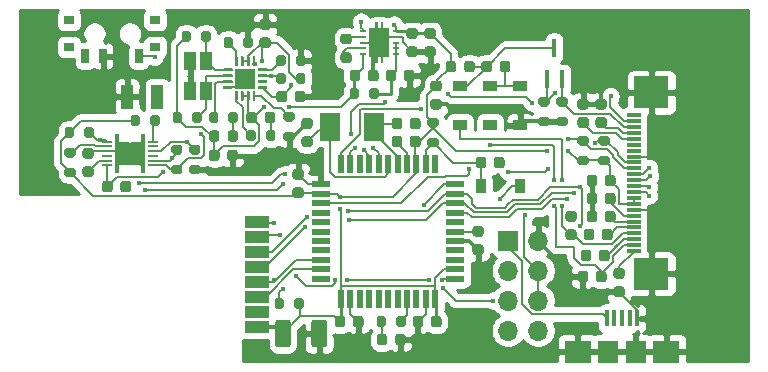
<source format=gbr>
%TF.GenerationSoftware,KiCad,Pcbnew,(5.1.9)-1*%
%TF.CreationDate,2021-02-10T20:51:50+02:00*%
%TF.ProjectId,RVP,5256502e-6b69-4636-9164-5f7063625858,rev?*%
%TF.SameCoordinates,Original*%
%TF.FileFunction,Copper,L1,Top*%
%TF.FilePolarity,Positive*%
%FSLAX46Y46*%
G04 Gerber Fmt 4.6, Leading zero omitted, Abs format (unit mm)*
G04 Created by KiCad (PCBNEW (5.1.9)-1) date 2021-02-10 20:51:50*
%MOMM*%
%LPD*%
G01*
G04 APERTURE LIST*
%TA.AperFunction,SMDPad,CuDef*%
%ADD10R,0.900000X1.200000*%
%TD*%
%TA.AperFunction,SMDPad,CuDef*%
%ADD11R,0.550000X1.500000*%
%TD*%
%TA.AperFunction,SMDPad,CuDef*%
%ADD12R,1.500000X0.550000*%
%TD*%
%TA.AperFunction,SMDPad,CuDef*%
%ADD13R,0.900000X0.800000*%
%TD*%
%TA.AperFunction,SMDPad,CuDef*%
%ADD14R,0.635000X1.270000*%
%TD*%
%TA.AperFunction,SMDPad,CuDef*%
%ADD15R,0.400000X0.575000*%
%TD*%
%TA.AperFunction,SMDPad,CuDef*%
%ADD16R,1.300000X0.975000*%
%TD*%
%TA.AperFunction,ComponentPad*%
%ADD17C,0.600000*%
%TD*%
%TA.AperFunction,SMDPad,CuDef*%
%ADD18R,0.200000X0.200000*%
%TD*%
%TA.AperFunction,SMDPad,CuDef*%
%ADD19O,0.850000X0.200000*%
%TD*%
%TA.AperFunction,SMDPad,CuDef*%
%ADD20R,0.400000X0.675000*%
%TD*%
%TA.AperFunction,SMDPad,CuDef*%
%ADD21R,2.600000X1.950000*%
%TD*%
%TA.AperFunction,SMDPad,CuDef*%
%ADD22R,1.700000X2.400000*%
%TD*%
%TA.AperFunction,SMDPad,CuDef*%
%ADD23R,1.000000X2.000000*%
%TD*%
%TA.AperFunction,SMDPad,CuDef*%
%ADD24R,0.400000X1.400000*%
%TD*%
%TA.AperFunction,SMDPad,CuDef*%
%ADD25R,2.300000X1.900000*%
%TD*%
%TA.AperFunction,SMDPad,CuDef*%
%ADD26R,1.800000X1.900000*%
%TD*%
%TA.AperFunction,SMDPad,CuDef*%
%ADD27R,2.000000X1.000000*%
%TD*%
%TA.AperFunction,SMDPad,CuDef*%
%ADD28R,3.000000X2.700000*%
%TD*%
%TA.AperFunction,SMDPad,CuDef*%
%ADD29R,1.200000X0.300000*%
%TD*%
%TA.AperFunction,ComponentPad*%
%ADD30O,1.700000X1.700000*%
%TD*%
%TA.AperFunction,ComponentPad*%
%ADD31R,1.700000X1.700000*%
%TD*%
%TA.AperFunction,SMDPad,CuDef*%
%ADD32R,1.000000X1.500000*%
%TD*%
%TA.AperFunction,ComponentPad*%
%ADD33C,0.500000*%
%TD*%
%TA.AperFunction,SMDPad,CuDef*%
%ADD34C,0.100000*%
%TD*%
%TA.AperFunction,SMDPad,CuDef*%
%ADD35R,0.600000X0.240000*%
%TD*%
%TA.AperFunction,SMDPad,CuDef*%
%ADD36R,1.680000X1.680000*%
%TD*%
%TA.AperFunction,SMDPad,CuDef*%
%ADD37R,0.450000X1.500000*%
%TD*%
%TA.AperFunction,SMDPad,CuDef*%
%ADD38R,1.200000X0.900000*%
%TD*%
%TA.AperFunction,ViaPad*%
%ADD39C,0.450000*%
%TD*%
%TA.AperFunction,Conductor*%
%ADD40C,0.200000*%
%TD*%
%TA.AperFunction,Conductor*%
%ADD41C,0.300000*%
%TD*%
%TA.AperFunction,Conductor*%
%ADD42C,0.250000*%
%TD*%
%TA.AperFunction,Conductor*%
%ADD43C,0.254000*%
%TD*%
%TA.AperFunction,Conductor*%
%ADD44C,0.100000*%
%TD*%
G04 APERTURE END LIST*
D10*
%TO.P,D3,2*%
%TO.N,PROG_RESET_FLIP*%
X213690020Y-93927200D03*
%TO.P,D3,1*%
%TO.N,PROG_RESET*%
X216990020Y-93927200D03*
%TD*%
%TO.P,R23,2*%
%TO.N,VCI*%
%TA.AperFunction,SMDPad,CuDef*%
G36*
G01*
X197883420Y-104159000D02*
X197883420Y-103609000D01*
G75*
G02*
X198083420Y-103409000I200000J0D01*
G01*
X198483420Y-103409000D01*
G75*
G02*
X198683420Y-103609000I0J-200000D01*
G01*
X198683420Y-104159000D01*
G75*
G02*
X198483420Y-104359000I-200000J0D01*
G01*
X198083420Y-104359000D01*
G75*
G02*
X197883420Y-104159000I0J200000D01*
G01*
G37*
%TD.AperFunction*%
%TO.P,R23,1*%
%TO.N,RF_CS*%
%TA.AperFunction,SMDPad,CuDef*%
G36*
G01*
X196233420Y-104159000D02*
X196233420Y-103609000D01*
G75*
G02*
X196433420Y-103409000I200000J0D01*
G01*
X196833420Y-103409000D01*
G75*
G02*
X197033420Y-103609000I0J-200000D01*
G01*
X197033420Y-104159000D01*
G75*
G02*
X196833420Y-104359000I-200000J0D01*
G01*
X196433420Y-104359000D01*
G75*
G02*
X196233420Y-104159000I0J200000D01*
G01*
G37*
%TD.AperFunction*%
%TD*%
%TO.P,C12,2*%
%TO.N,GND*%
%TA.AperFunction,SMDPad,CuDef*%
G36*
G01*
X223295420Y-97792000D02*
X223295420Y-98292000D01*
G75*
G02*
X223070420Y-98517000I-225000J0D01*
G01*
X222620420Y-98517000D01*
G75*
G02*
X222395420Y-98292000I0J225000D01*
G01*
X222395420Y-97792000D01*
G75*
G02*
X222620420Y-97567000I225000J0D01*
G01*
X223070420Y-97567000D01*
G75*
G02*
X223295420Y-97792000I0J-225000D01*
G01*
G37*
%TD.AperFunction*%
%TO.P,C12,1*%
%TO.N,Net-(C12-Pad1)*%
%TA.AperFunction,SMDPad,CuDef*%
G36*
G01*
X224845420Y-97792000D02*
X224845420Y-98292000D01*
G75*
G02*
X224620420Y-98517000I-225000J0D01*
G01*
X224170420Y-98517000D01*
G75*
G02*
X223945420Y-98292000I0J225000D01*
G01*
X223945420Y-97792000D01*
G75*
G02*
X224170420Y-97567000I225000J0D01*
G01*
X224620420Y-97567000D01*
G75*
G02*
X224845420Y-97792000I0J-225000D01*
G01*
G37*
%TD.AperFunction*%
%TD*%
D11*
%TO.P,U5,44*%
%TO.N,VCI*%
X209840420Y-103488000D03*
%TO.P,U5,43*%
%TO.N,GND*%
X209040420Y-103488000D03*
%TO.P,U5,42*%
%TO.N,Net-(U5-Pad42)*%
X208240420Y-103488000D03*
%TO.P,U5,41*%
%TO.N,Net-(R22-Pad1)*%
X207440420Y-103488000D03*
%TO.P,U5,40*%
%TO.N,Net-(U5-Pad40)*%
X206640420Y-103488000D03*
%TO.P,U5,39*%
%TO.N,Net-(U5-Pad39)*%
X205840420Y-103488000D03*
%TO.P,U5,38*%
%TO.N,Net-(U5-Pad38)*%
X205040420Y-103488000D03*
%TO.P,U5,37*%
%TO.N,Net-(U5-Pad37)*%
X204240420Y-103488000D03*
%TO.P,U5,36*%
%TO.N,Net-(U5-Pad36)*%
X203440420Y-103488000D03*
%TO.P,U5,35*%
%TO.N,GND*%
X202640420Y-103488000D03*
%TO.P,U5,34*%
%TO.N,VCI*%
X201840420Y-103488000D03*
D12*
%TO.P,U5,33*%
%TO.N,Net-(U5-Pad33)*%
X200140420Y-101788000D03*
%TO.P,U5,32*%
%TO.N,RF_CE*%
X200140420Y-100988000D03*
%TO.P,U5,31*%
%TO.N,RF_CS*%
X200140420Y-100188000D03*
%TO.P,U5,30*%
%TO.N,Net-(U5-Pad30)*%
X200140420Y-99388000D03*
%TO.P,U5,29*%
%TO.N,Net-(U5-Pad29)*%
X200140420Y-98588000D03*
%TO.P,U5,28*%
%TO.N,Net-(U5-Pad28)*%
X200140420Y-97788000D03*
%TO.P,U5,27*%
%TO.N,Net-(U5-Pad27)*%
X200140420Y-96988000D03*
%TO.P,U5,26*%
%TO.N,Net-(U5-Pad26)*%
X200140420Y-96188000D03*
%TO.P,U5,25*%
%TO.N,DC*%
X200140420Y-95388000D03*
%TO.P,U5,24*%
%TO.N,VCI*%
X200140420Y-94588000D03*
%TO.P,U5,23*%
%TO.N,GND*%
X200140420Y-93788000D03*
D11*
%TO.P,U5,22*%
%TO.N,RES#*%
X201840420Y-92088000D03*
%TO.P,U5,21*%
%TO.N,BUSY*%
X202640420Y-92088000D03*
%TO.P,U5,20*%
%TO.N,Net-(U5-Pad20)*%
X203440420Y-92088000D03*
%TO.P,U5,19*%
%TO.N,SDA*%
X204240420Y-92088000D03*
%TO.P,U5,18*%
%TO.N,SCL*%
X205040420Y-92088000D03*
%TO.P,U5,17*%
%TO.N,Net-(C26-Pad2)*%
X205840420Y-92088000D03*
%TO.P,U5,16*%
%TO.N,Net-(C27-Pad2)*%
X206640420Y-92088000D03*
%TO.P,U5,15*%
%TO.N,GND*%
X207440420Y-92088000D03*
%TO.P,U5,14*%
%TO.N,VCI*%
X208240420Y-92088000D03*
%TO.P,U5,13*%
%TO.N,PROG_RESET_FLIP*%
X209040420Y-92088000D03*
%TO.P,U5,12*%
%TO.N,Net-(U5-Pad12)*%
X209840420Y-92088000D03*
D12*
%TO.P,U5,11*%
%TO.N,MISO*%
X211540420Y-93788000D03*
%TO.P,U5,10*%
%TO.N,MOSI*%
X211540420Y-94588000D03*
%TO.P,U5,9*%
%TO.N,SCK*%
X211540420Y-95388000D03*
%TO.P,U5,8*%
%TO.N,EINK_CS*%
X211540420Y-96188000D03*
%TO.P,U5,7*%
%TO.N,Net-(U5-Pad7)*%
X211540420Y-96988000D03*
%TO.P,U5,6*%
%TO.N,Net-(C22-Pad1)*%
X211540420Y-97788000D03*
%TO.P,U5,5*%
%TO.N,GND*%
X211540420Y-98588000D03*
%TO.P,U5,4*%
%TO.N,Net-(U5-Pad4)*%
X211540420Y-99388000D03*
%TO.P,U5,3*%
%TO.N,Net-(U5-Pad3)*%
X211540420Y-100188000D03*
%TO.P,U5,2*%
%TO.N,VCI*%
X211540420Y-100988000D03*
%TO.P,U5,1*%
%TO.N,IRQ*%
X211540420Y-101788000D03*
%TD*%
%TO.P,R20,2*%
%TO.N,VCI*%
%TA.AperFunction,SMDPad,CuDef*%
G36*
G01*
X223853420Y-91355000D02*
X224403420Y-91355000D01*
G75*
G02*
X224603420Y-91555000I0J-200000D01*
G01*
X224603420Y-91955000D01*
G75*
G02*
X224403420Y-92155000I-200000J0D01*
G01*
X223853420Y-92155000D01*
G75*
G02*
X223653420Y-91955000I0J200000D01*
G01*
X223653420Y-91555000D01*
G75*
G02*
X223853420Y-91355000I200000J0D01*
G01*
G37*
%TD.AperFunction*%
%TO.P,R20,1*%
%TO.N,BUSY*%
%TA.AperFunction,SMDPad,CuDef*%
G36*
G01*
X223853420Y-89705000D02*
X224403420Y-89705000D01*
G75*
G02*
X224603420Y-89905000I0J-200000D01*
G01*
X224603420Y-90305000D01*
G75*
G02*
X224403420Y-90505000I-200000J0D01*
G01*
X223853420Y-90505000D01*
G75*
G02*
X223653420Y-90305000I0J200000D01*
G01*
X223653420Y-89905000D01*
G75*
G02*
X223853420Y-89705000I200000J0D01*
G01*
G37*
%TD.AperFunction*%
%TD*%
%TO.P,C13,2*%
%TO.N,GND*%
%TA.AperFunction,SMDPad,CuDef*%
G36*
G01*
X223041420Y-99570000D02*
X223041420Y-100070000D01*
G75*
G02*
X222816420Y-100295000I-225000J0D01*
G01*
X222366420Y-100295000D01*
G75*
G02*
X222141420Y-100070000I0J225000D01*
G01*
X222141420Y-99570000D01*
G75*
G02*
X222366420Y-99345000I225000J0D01*
G01*
X222816420Y-99345000D01*
G75*
G02*
X223041420Y-99570000I0J-225000D01*
G01*
G37*
%TD.AperFunction*%
%TO.P,C13,1*%
%TO.N,Net-(C13-Pad1)*%
%TA.AperFunction,SMDPad,CuDef*%
G36*
G01*
X224591420Y-99570000D02*
X224591420Y-100070000D01*
G75*
G02*
X224366420Y-100295000I-225000J0D01*
G01*
X223916420Y-100295000D01*
G75*
G02*
X223691420Y-100070000I0J225000D01*
G01*
X223691420Y-99570000D01*
G75*
G02*
X223916420Y-99345000I225000J0D01*
G01*
X224366420Y-99345000D01*
G75*
G02*
X224591420Y-99570000I0J-225000D01*
G01*
G37*
%TD.AperFunction*%
%TD*%
%TO.P,C18,2*%
%TO.N,GND*%
%TA.AperFunction,SMDPad,CuDef*%
G36*
G01*
X222787420Y-101348000D02*
X222787420Y-101848000D01*
G75*
G02*
X222562420Y-102073000I-225000J0D01*
G01*
X222112420Y-102073000D01*
G75*
G02*
X221887420Y-101848000I0J225000D01*
G01*
X221887420Y-101348000D01*
G75*
G02*
X222112420Y-101123000I225000J0D01*
G01*
X222562420Y-101123000D01*
G75*
G02*
X222787420Y-101348000I0J-225000D01*
G01*
G37*
%TD.AperFunction*%
%TO.P,C18,1*%
%TO.N,PREVGL*%
%TA.AperFunction,SMDPad,CuDef*%
G36*
G01*
X224337420Y-101348000D02*
X224337420Y-101848000D01*
G75*
G02*
X224112420Y-102073000I-225000J0D01*
G01*
X223662420Y-102073000D01*
G75*
G02*
X223437420Y-101848000I0J225000D01*
G01*
X223437420Y-101348000D01*
G75*
G02*
X223662420Y-101123000I225000J0D01*
G01*
X224112420Y-101123000D01*
G75*
G02*
X224337420Y-101348000I0J-225000D01*
G01*
G37*
%TD.AperFunction*%
%TD*%
%TO.P,C29,2*%
%TO.N,GND*%
%TA.AperFunction,SMDPad,CuDef*%
G36*
G01*
X204133420Y-84830000D02*
X204133420Y-84330000D01*
G75*
G02*
X204358420Y-84105000I225000J0D01*
G01*
X204808420Y-84105000D01*
G75*
G02*
X205033420Y-84330000I0J-225000D01*
G01*
X205033420Y-84830000D01*
G75*
G02*
X204808420Y-85055000I-225000J0D01*
G01*
X204358420Y-85055000D01*
G75*
G02*
X204133420Y-84830000I0J225000D01*
G01*
G37*
%TD.AperFunction*%
%TO.P,C29,1*%
%TO.N,OUT*%
%TA.AperFunction,SMDPad,CuDef*%
G36*
G01*
X202583420Y-84830000D02*
X202583420Y-84330000D01*
G75*
G02*
X202808420Y-84105000I225000J0D01*
G01*
X203258420Y-84105000D01*
G75*
G02*
X203483420Y-84330000I0J-225000D01*
G01*
X203483420Y-84830000D01*
G75*
G02*
X203258420Y-85055000I-225000J0D01*
G01*
X202808420Y-85055000D01*
G75*
G02*
X202583420Y-84830000I0J225000D01*
G01*
G37*
%TD.AperFunction*%
%TD*%
%TO.P,C28,2*%
%TO.N,GND*%
%TA.AperFunction,SMDPad,CuDef*%
G36*
G01*
X207039420Y-89918000D02*
X207039420Y-90418000D01*
G75*
G02*
X206814420Y-90643000I-225000J0D01*
G01*
X206364420Y-90643000D01*
G75*
G02*
X206139420Y-90418000I0J225000D01*
G01*
X206139420Y-89918000D01*
G75*
G02*
X206364420Y-89693000I225000J0D01*
G01*
X206814420Y-89693000D01*
G75*
G02*
X207039420Y-89918000I0J-225000D01*
G01*
G37*
%TD.AperFunction*%
%TO.P,C28,1*%
%TO.N,VCI*%
%TA.AperFunction,SMDPad,CuDef*%
G36*
G01*
X208589420Y-89918000D02*
X208589420Y-90418000D01*
G75*
G02*
X208364420Y-90643000I-225000J0D01*
G01*
X207914420Y-90643000D01*
G75*
G02*
X207689420Y-90418000I0J225000D01*
G01*
X207689420Y-89918000D01*
G75*
G02*
X207914420Y-89693000I225000J0D01*
G01*
X208364420Y-89693000D01*
G75*
G02*
X208589420Y-89918000I0J-225000D01*
G01*
G37*
%TD.AperFunction*%
%TD*%
D13*
%TO.P,SW1,MNT@4*%
%TO.N,N/C*%
X178822420Y-79874000D03*
%TO.P,SW1,MNT@3*%
X178822420Y-82174000D03*
%TO.P,SW1,MNT@2*%
X186122420Y-79874000D03*
%TO.P,SW1,MNT@1*%
X186122420Y-82174000D03*
D14*
%TO.P,SW1,3*%
X180222420Y-82924000D03*
%TO.P,SW1,2*%
%TO.N,GND*%
X181722420Y-82924000D03*
%TO.P,SW1,1*%
%TO.N,Net-(R6-Pad2)*%
X184722420Y-82924000D03*
%TD*%
D15*
%TO.P,U2,13*%
%TO.N,GND*%
X182896420Y-92549000D03*
X182896420Y-89819000D03*
X185096420Y-89819000D03*
X185096420Y-92549000D03*
D16*
X184646420Y-91671500D03*
X183346420Y-91671500D03*
X183346420Y-90696500D03*
X184646420Y-90696500D03*
D17*
X183996420Y-91684000D03*
X183996420Y-90684000D03*
X183096420Y-90684000D03*
X184896420Y-90684000D03*
X184896420Y-91684000D03*
X183096420Y-91684000D03*
D18*
%TO.P,U2,7*%
%TO.N,VBAT*%
X186296420Y-92184000D03*
%TO.P,U2,8*%
%TO.N,BATTERY_IN*%
X186296420Y-91784000D03*
%TO.P,U2,9*%
%TO.N,Net-(U2-Pad9)*%
X186296420Y-91384000D03*
%TO.P,U2,10*%
%TO.N,TS*%
X186296420Y-90984000D03*
%TO.P,U2,11*%
%TO.N,Net-(U2-Pad11)*%
X186296420Y-90584000D03*
%TO.P,U2,12*%
%TO.N,GPOUT*%
X186296420Y-90184000D03*
%TO.P,U2,1*%
%TO.N,SDA*%
X181696420Y-90184000D03*
%TO.P,U2,2*%
%TO.N,SCL*%
X181696420Y-90584000D03*
%TO.P,U2,6*%
%TO.N,BATTERY_IN*%
X181696420Y-92184000D03*
%TO.P,U2,5*%
%TO.N,Net-(C5-Pad1)*%
X181696420Y-91784000D03*
%TO.P,U2,4*%
%TO.N,Net-(U2-Pad4)*%
X181696420Y-91384000D03*
D19*
%TO.P,U2,7*%
%TO.N,VBAT*%
X185971420Y-92184000D03*
%TO.P,U2,8*%
%TO.N,BATTERY_IN*%
X185971420Y-91784000D03*
%TO.P,U2,9*%
%TO.N,Net-(U2-Pad9)*%
X185971420Y-91384000D03*
%TO.P,U2,10*%
%TO.N,TS*%
X185971420Y-90984000D03*
%TO.P,U2,11*%
%TO.N,Net-(U2-Pad11)*%
X185971420Y-90584000D03*
%TO.P,U2,12*%
%TO.N,GPOUT*%
X185971420Y-90184000D03*
%TO.P,U2,6*%
%TO.N,BATTERY_IN*%
X182021420Y-92184000D03*
%TO.P,U2,5*%
%TO.N,Net-(C5-Pad1)*%
X182021420Y-91784000D03*
%TO.P,U2,4*%
%TO.N,Net-(U2-Pad4)*%
X182021420Y-91384000D03*
%TO.P,U2,1*%
%TO.N,SDA*%
X182021420Y-90184000D03*
%TO.P,U2,2*%
%TO.N,SCL*%
X182021420Y-90584000D03*
%TO.P,U2,3*%
%TO.N,GND*%
X182021420Y-90984000D03*
D18*
X181696420Y-90984000D03*
D20*
%TO.P,U2,13*%
X182896420Y-89871500D03*
X185096420Y-89871500D03*
X185096420Y-92496500D03*
X182896420Y-92496500D03*
D21*
X183996420Y-91184000D03*
%TD*%
%TO.P,C27,2*%
%TO.N,Net-(C27-Pad2)*%
%TA.AperFunction,SMDPad,CuDef*%
G36*
G01*
X207039420Y-88394000D02*
X207039420Y-88894000D01*
G75*
G02*
X206814420Y-89119000I-225000J0D01*
G01*
X206364420Y-89119000D01*
G75*
G02*
X206139420Y-88894000I0J225000D01*
G01*
X206139420Y-88394000D01*
G75*
G02*
X206364420Y-88169000I225000J0D01*
G01*
X206814420Y-88169000D01*
G75*
G02*
X207039420Y-88394000I0J-225000D01*
G01*
G37*
%TD.AperFunction*%
%TO.P,C27,1*%
%TO.N,GND*%
%TA.AperFunction,SMDPad,CuDef*%
G36*
G01*
X208589420Y-88394000D02*
X208589420Y-88894000D01*
G75*
G02*
X208364420Y-89119000I-225000J0D01*
G01*
X207914420Y-89119000D01*
G75*
G02*
X207689420Y-88894000I0J225000D01*
G01*
X207689420Y-88394000D01*
G75*
G02*
X207914420Y-88169000I225000J0D01*
G01*
X208364420Y-88169000D01*
G75*
G02*
X208589420Y-88394000I0J-225000D01*
G01*
G37*
%TD.AperFunction*%
%TD*%
%TO.P,C26,2*%
%TO.N,Net-(C26-Pad2)*%
%TA.AperFunction,SMDPad,CuDef*%
G36*
G01*
X198732420Y-89731000D02*
X199232420Y-89731000D01*
G75*
G02*
X199457420Y-89956000I0J-225000D01*
G01*
X199457420Y-90406000D01*
G75*
G02*
X199232420Y-90631000I-225000J0D01*
G01*
X198732420Y-90631000D01*
G75*
G02*
X198507420Y-90406000I0J225000D01*
G01*
X198507420Y-89956000D01*
G75*
G02*
X198732420Y-89731000I225000J0D01*
G01*
G37*
%TD.AperFunction*%
%TO.P,C26,1*%
%TO.N,GND*%
%TA.AperFunction,SMDPad,CuDef*%
G36*
G01*
X198732420Y-88181000D02*
X199232420Y-88181000D01*
G75*
G02*
X199457420Y-88406000I0J-225000D01*
G01*
X199457420Y-88856000D01*
G75*
G02*
X199232420Y-89081000I-225000J0D01*
G01*
X198732420Y-89081000D01*
G75*
G02*
X198507420Y-88856000I0J225000D01*
G01*
X198507420Y-88406000D01*
G75*
G02*
X198732420Y-88181000I225000J0D01*
G01*
G37*
%TD.AperFunction*%
%TD*%
D22*
%TO.P,Y1,2*%
%TO.N,Net-(C27-Pad2)*%
X204642420Y-88898000D03*
%TO.P,Y1,1*%
%TO.N,Net-(C26-Pad2)*%
X200942420Y-88898000D03*
%TD*%
D23*
%TO.P,J3,2*%
%TO.N,GND*%
X183742420Y-86358000D03*
%TO.P,J3,1*%
%TO.N,BATTERY_IN*%
X186282420Y-86358000D03*
%TD*%
D24*
%TO.P,J2,1*%
%TO.N,+5V*%
X224352420Y-105128000D03*
%TO.P,J2,2*%
%TO.N,Net-(J2-Pad2)*%
X225002420Y-105128000D03*
%TO.P,J2,3*%
%TO.N,Net-(J2-Pad3)*%
X225652420Y-105128000D03*
%TO.P,J2,4*%
%TO.N,Net-(J2-Pad4)*%
X226302420Y-105128000D03*
%TO.P,J2,5*%
%TO.N,GND*%
X226952420Y-105128000D03*
D25*
%TO.P,J2,6*%
X221902420Y-107978000D03*
X229402420Y-107978000D03*
D26*
X224502420Y-107978000D03*
X226802420Y-107978000D03*
%TD*%
%TO.P,R22,2*%
%TO.N,Net-(D7-Pad2)*%
%TA.AperFunction,SMDPad,CuDef*%
G36*
G01*
X205669420Y-105133000D02*
X205669420Y-105683000D01*
G75*
G02*
X205469420Y-105883000I-200000J0D01*
G01*
X205069420Y-105883000D01*
G75*
G02*
X204869420Y-105683000I0J200000D01*
G01*
X204869420Y-105133000D01*
G75*
G02*
X205069420Y-104933000I200000J0D01*
G01*
X205469420Y-104933000D01*
G75*
G02*
X205669420Y-105133000I0J-200000D01*
G01*
G37*
%TD.AperFunction*%
%TO.P,R22,1*%
%TO.N,Net-(R22-Pad1)*%
%TA.AperFunction,SMDPad,CuDef*%
G36*
G01*
X207319420Y-105133000D02*
X207319420Y-105683000D01*
G75*
G02*
X207119420Y-105883000I-200000J0D01*
G01*
X206719420Y-105883000D01*
G75*
G02*
X206519420Y-105683000I0J200000D01*
G01*
X206519420Y-105133000D01*
G75*
G02*
X206719420Y-104933000I200000J0D01*
G01*
X207119420Y-104933000D01*
G75*
G02*
X207319420Y-105133000I0J-200000D01*
G01*
G37*
%TD.AperFunction*%
%TD*%
%TO.P,D7,2*%
%TO.N,Net-(D7-Pad2)*%
%TA.AperFunction,SMDPad,CuDef*%
G36*
G01*
X205744420Y-106675750D02*
X205744420Y-107188250D01*
G75*
G02*
X205525670Y-107407000I-218750J0D01*
G01*
X205088170Y-107407000D01*
G75*
G02*
X204869420Y-107188250I0J218750D01*
G01*
X204869420Y-106675750D01*
G75*
G02*
X205088170Y-106457000I218750J0D01*
G01*
X205525670Y-106457000D01*
G75*
G02*
X205744420Y-106675750I0J-218750D01*
G01*
G37*
%TD.AperFunction*%
%TO.P,D7,1*%
%TO.N,GND*%
%TA.AperFunction,SMDPad,CuDef*%
G36*
G01*
X207319420Y-106675750D02*
X207319420Y-107188250D01*
G75*
G02*
X207100670Y-107407000I-218750J0D01*
G01*
X206663170Y-107407000D01*
G75*
G02*
X206444420Y-107188250I0J218750D01*
G01*
X206444420Y-106675750D01*
G75*
G02*
X206663170Y-106457000I218750J0D01*
G01*
X207100670Y-106457000D01*
G75*
G02*
X207319420Y-106675750I0J-218750D01*
G01*
G37*
%TD.AperFunction*%
%TD*%
%TO.P,C17,2*%
%TO.N,GND*%
%TA.AperFunction,SMDPad,CuDef*%
G36*
G01*
X199349420Y-107349003D02*
X199349420Y-105498997D01*
G75*
G02*
X199599417Y-105249000I249997J0D01*
G01*
X200424423Y-105249000D01*
G75*
G02*
X200674420Y-105498997I0J-249997D01*
G01*
X200674420Y-107349003D01*
G75*
G02*
X200424423Y-107599000I-249997J0D01*
G01*
X199599417Y-107599000D01*
G75*
G02*
X199349420Y-107349003I0J249997D01*
G01*
G37*
%TD.AperFunction*%
%TO.P,C17,1*%
%TO.N,VCI*%
%TA.AperFunction,SMDPad,CuDef*%
G36*
G01*
X196274420Y-107349003D02*
X196274420Y-105498997D01*
G75*
G02*
X196524417Y-105249000I249997J0D01*
G01*
X197349423Y-105249000D01*
G75*
G02*
X197599420Y-105498997I0J-249997D01*
G01*
X197599420Y-107349003D01*
G75*
G02*
X197349423Y-107599000I-249997J0D01*
G01*
X196524417Y-107599000D01*
G75*
G02*
X196274420Y-107349003I0J249997D01*
G01*
G37*
%TD.AperFunction*%
%TD*%
%TO.P,SW2,2*%
%TO.N,PROG_RESET_FLIP*%
%TA.AperFunction,SMDPad,CuDef*%
G36*
G01*
X214151420Y-91696000D02*
X214151420Y-92196000D01*
G75*
G02*
X213926420Y-92421000I-225000J0D01*
G01*
X213476420Y-92421000D01*
G75*
G02*
X213251420Y-92196000I0J225000D01*
G01*
X213251420Y-91696000D01*
G75*
G02*
X213476420Y-91471000I225000J0D01*
G01*
X213926420Y-91471000D01*
G75*
G02*
X214151420Y-91696000I0J-225000D01*
G01*
G37*
%TD.AperFunction*%
%TO.P,SW2,1*%
%TO.N,GND*%
%TA.AperFunction,SMDPad,CuDef*%
G36*
G01*
X215701420Y-91696000D02*
X215701420Y-92196000D01*
G75*
G02*
X215476420Y-92421000I-225000J0D01*
G01*
X215026420Y-92421000D01*
G75*
G02*
X214801420Y-92196000I0J225000D01*
G01*
X214801420Y-91696000D01*
G75*
G02*
X215026420Y-91471000I225000J0D01*
G01*
X215476420Y-91471000D01*
G75*
G02*
X215701420Y-91696000I0J-225000D01*
G01*
G37*
%TD.AperFunction*%
%TD*%
D27*
%TO.P,U4,8*%
%TO.N,IRQ*%
X194712420Y-96964000D03*
%TO.P,U4,7*%
%TO.N,MISO*%
X194712420Y-98234000D03*
%TO.P,U4,6*%
%TO.N,MOSI*%
X194712420Y-99504000D03*
%TO.P,U4,5*%
%TO.N,SCK*%
X194712420Y-100774000D03*
%TO.P,U4,4*%
%TO.N,RF_CS*%
X194712420Y-102044000D03*
%TO.P,U4,3*%
%TO.N,RF_CE*%
X194712420Y-103314000D03*
%TO.P,U4,2*%
%TO.N,GND*%
X194712420Y-104584000D03*
%TO.P,U4,1*%
%TO.N,VCI*%
X194712420Y-105854000D03*
%TD*%
%TO.P,C25,2*%
%TO.N,GND*%
%TA.AperFunction,SMDPad,CuDef*%
G36*
G01*
X208817420Y-105158000D02*
X208817420Y-105658000D01*
G75*
G02*
X208592420Y-105883000I-225000J0D01*
G01*
X208142420Y-105883000D01*
G75*
G02*
X207917420Y-105658000I0J225000D01*
G01*
X207917420Y-105158000D01*
G75*
G02*
X208142420Y-104933000I225000J0D01*
G01*
X208592420Y-104933000D01*
G75*
G02*
X208817420Y-105158000I0J-225000D01*
G01*
G37*
%TD.AperFunction*%
%TO.P,C25,1*%
%TO.N,VCI*%
%TA.AperFunction,SMDPad,CuDef*%
G36*
G01*
X210367420Y-105158000D02*
X210367420Y-105658000D01*
G75*
G02*
X210142420Y-105883000I-225000J0D01*
G01*
X209692420Y-105883000D01*
G75*
G02*
X209467420Y-105658000I0J225000D01*
G01*
X209467420Y-105158000D01*
G75*
G02*
X209692420Y-104933000I225000J0D01*
G01*
X210142420Y-104933000D01*
G75*
G02*
X210367420Y-105158000I0J-225000D01*
G01*
G37*
%TD.AperFunction*%
%TD*%
%TO.P,C24,2*%
%TO.N,GND*%
%TA.AperFunction,SMDPad,CuDef*%
G36*
G01*
X202863420Y-105658000D02*
X202863420Y-105158000D01*
G75*
G02*
X203088420Y-104933000I225000J0D01*
G01*
X203538420Y-104933000D01*
G75*
G02*
X203763420Y-105158000I0J-225000D01*
G01*
X203763420Y-105658000D01*
G75*
G02*
X203538420Y-105883000I-225000J0D01*
G01*
X203088420Y-105883000D01*
G75*
G02*
X202863420Y-105658000I0J225000D01*
G01*
G37*
%TD.AperFunction*%
%TO.P,C24,1*%
%TO.N,VCI*%
%TA.AperFunction,SMDPad,CuDef*%
G36*
G01*
X201313420Y-105658000D02*
X201313420Y-105158000D01*
G75*
G02*
X201538420Y-104933000I225000J0D01*
G01*
X201988420Y-104933000D01*
G75*
G02*
X202213420Y-105158000I0J-225000D01*
G01*
X202213420Y-105658000D01*
G75*
G02*
X201988420Y-105883000I-225000J0D01*
G01*
X201538420Y-105883000D01*
G75*
G02*
X201313420Y-105658000I0J225000D01*
G01*
G37*
%TD.AperFunction*%
%TD*%
%TO.P,C23,1*%
%TO.N,VCI*%
%TA.AperFunction,SMDPad,CuDef*%
G36*
G01*
X198470420Y-94949000D02*
X197970420Y-94949000D01*
G75*
G02*
X197745420Y-94724000I0J225000D01*
G01*
X197745420Y-94274000D01*
G75*
G02*
X197970420Y-94049000I225000J0D01*
G01*
X198470420Y-94049000D01*
G75*
G02*
X198695420Y-94274000I0J-225000D01*
G01*
X198695420Y-94724000D01*
G75*
G02*
X198470420Y-94949000I-225000J0D01*
G01*
G37*
%TD.AperFunction*%
%TO.P,C23,2*%
%TO.N,GND*%
%TA.AperFunction,SMDPad,CuDef*%
G36*
G01*
X198470420Y-93399000D02*
X197970420Y-93399000D01*
G75*
G02*
X197745420Y-93174000I0J225000D01*
G01*
X197745420Y-92724000D01*
G75*
G02*
X197970420Y-92499000I225000J0D01*
G01*
X198470420Y-92499000D01*
G75*
G02*
X198695420Y-92724000I0J-225000D01*
G01*
X198695420Y-93174000D01*
G75*
G02*
X198470420Y-93399000I-225000J0D01*
G01*
G37*
%TD.AperFunction*%
%TD*%
%TO.P,C22,2*%
%TO.N,GND*%
%TA.AperFunction,SMDPad,CuDef*%
G36*
G01*
X213210420Y-98875000D02*
X213710420Y-98875000D01*
G75*
G02*
X213935420Y-99100000I0J-225000D01*
G01*
X213935420Y-99550000D01*
G75*
G02*
X213710420Y-99775000I-225000J0D01*
G01*
X213210420Y-99775000D01*
G75*
G02*
X212985420Y-99550000I0J225000D01*
G01*
X212985420Y-99100000D01*
G75*
G02*
X213210420Y-98875000I225000J0D01*
G01*
G37*
%TD.AperFunction*%
%TO.P,C22,1*%
%TO.N,Net-(C22-Pad1)*%
%TA.AperFunction,SMDPad,CuDef*%
G36*
G01*
X213210420Y-97325000D02*
X213710420Y-97325000D01*
G75*
G02*
X213935420Y-97550000I0J-225000D01*
G01*
X213935420Y-98000000D01*
G75*
G02*
X213710420Y-98225000I-225000J0D01*
G01*
X213210420Y-98225000D01*
G75*
G02*
X212985420Y-98000000I0J225000D01*
G01*
X212985420Y-97550000D01*
G75*
G02*
X213210420Y-97325000I225000J0D01*
G01*
G37*
%TD.AperFunction*%
%TD*%
%TO.P,R21,2*%
%TO.N,VCI*%
%TA.AperFunction,SMDPad,CuDef*%
G36*
G01*
X209925420Y-88981000D02*
X209375420Y-88981000D01*
G75*
G02*
X209175420Y-88781000I0J200000D01*
G01*
X209175420Y-88381000D01*
G75*
G02*
X209375420Y-88181000I200000J0D01*
G01*
X209925420Y-88181000D01*
G75*
G02*
X210125420Y-88381000I0J-200000D01*
G01*
X210125420Y-88781000D01*
G75*
G02*
X209925420Y-88981000I-200000J0D01*
G01*
G37*
%TD.AperFunction*%
%TO.P,R21,1*%
%TO.N,PROG_RESET_FLIP*%
%TA.AperFunction,SMDPad,CuDef*%
G36*
G01*
X209925420Y-90631000D02*
X209375420Y-90631000D01*
G75*
G02*
X209175420Y-90431000I0J200000D01*
G01*
X209175420Y-90031000D01*
G75*
G02*
X209375420Y-89831000I200000J0D01*
G01*
X209925420Y-89831000D01*
G75*
G02*
X210125420Y-90031000I0J-200000D01*
G01*
X210125420Y-90431000D01*
G75*
G02*
X209925420Y-90631000I-200000J0D01*
G01*
G37*
%TD.AperFunction*%
%TD*%
%TO.P,R18,2*%
%TO.N,GND*%
%TA.AperFunction,SMDPad,CuDef*%
G36*
G01*
X220297420Y-88053000D02*
X220847420Y-88053000D01*
G75*
G02*
X221047420Y-88253000I0J-200000D01*
G01*
X221047420Y-88653000D01*
G75*
G02*
X220847420Y-88853000I-200000J0D01*
G01*
X220297420Y-88853000D01*
G75*
G02*
X220097420Y-88653000I0J200000D01*
G01*
X220097420Y-88253000D01*
G75*
G02*
X220297420Y-88053000I200000J0D01*
G01*
G37*
%TD.AperFunction*%
%TO.P,R18,1*%
%TO.N,Net-(DS1-Pad3)*%
%TA.AperFunction,SMDPad,CuDef*%
G36*
G01*
X220297420Y-86403000D02*
X220847420Y-86403000D01*
G75*
G02*
X221047420Y-86603000I0J-200000D01*
G01*
X221047420Y-87003000D01*
G75*
G02*
X220847420Y-87203000I-200000J0D01*
G01*
X220297420Y-87203000D01*
G75*
G02*
X220097420Y-87003000I0J200000D01*
G01*
X220097420Y-86603000D01*
G75*
G02*
X220297420Y-86403000I200000J0D01*
G01*
G37*
%TD.AperFunction*%
%TD*%
D28*
%TO.P,DS1,25*%
%TO.N,GND*%
X228140000Y-86008000D03*
X228140000Y-101368000D03*
D29*
%TO.P,DS1,24*%
%TO.N,Net-(C14-Pad1)*%
X226640000Y-99438000D03*
%TO.P,DS1,23*%
%TO.N,PREVGL*%
X226640000Y-98938000D03*
%TO.P,DS1,22*%
%TO.N,Net-(C13-Pad1)*%
X226640000Y-98438000D03*
%TO.P,DS1,21*%
%TO.N,PREVGH*%
X226640000Y-97938000D03*
%TO.P,DS1,20*%
%TO.N,Net-(C12-Pad1)*%
X226640000Y-97438000D03*
%TO.P,DS1,19*%
%TO.N,Net-(C16-Pad1)*%
X226640000Y-96938000D03*
%TO.P,DS1,18*%
%TO.N,Net-(C11-Pad1)*%
X226640000Y-96438000D03*
%TO.P,DS1,17*%
%TO.N,GND*%
X226640000Y-95938000D03*
%TO.P,DS1,16*%
%TO.N,VCI*%
X226640000Y-95438000D03*
%TO.P,DS1,15*%
X226640000Y-94938000D03*
%TO.P,DS1,14*%
%TO.N,MOSI*%
X226640000Y-94438000D03*
%TO.P,DS1,13*%
%TO.N,SCK*%
X226640000Y-93938000D03*
%TO.P,DS1,12*%
%TO.N,EINK_CS*%
X226640000Y-93438000D03*
%TO.P,DS1,11*%
%TO.N,DC*%
X226640000Y-92938000D03*
%TO.P,DS1,10*%
%TO.N,RES#*%
X226640000Y-92438000D03*
%TO.P,DS1,9*%
%TO.N,BUSY*%
X226640000Y-91938000D03*
%TO.P,DS1,8*%
%TO.N,GND*%
X226640000Y-91438000D03*
%TO.P,DS1,7*%
%TO.N,Net-(DS1-Pad7)*%
X226640000Y-90938000D03*
%TO.P,DS1,6*%
%TO.N,Net-(DS1-Pad6)*%
X226640000Y-90438000D03*
%TO.P,DS1,5*%
%TO.N,Net-(C10-Pad1)*%
X226640000Y-89938000D03*
%TO.P,DS1,4*%
%TO.N,Net-(C9-Pad1)*%
X226640000Y-89438000D03*
%TO.P,DS1,3*%
%TO.N,Net-(DS1-Pad3)*%
X226640000Y-88938000D03*
%TO.P,DS1,2*%
%TO.N,GDR*%
X226640000Y-88438000D03*
%TO.P,DS1,1*%
%TO.N,Net-(DS1-Pad1)*%
X226640000Y-87938000D03*
%TD*%
%TO.P,R12,2*%
%TO.N,SCL*%
%TA.AperFunction,SMDPad,CuDef*%
G36*
G01*
X179191420Y-91521000D02*
X178641420Y-91521000D01*
G75*
G02*
X178441420Y-91321000I0J200000D01*
G01*
X178441420Y-90921000D01*
G75*
G02*
X178641420Y-90721000I200000J0D01*
G01*
X179191420Y-90721000D01*
G75*
G02*
X179391420Y-90921000I0J-200000D01*
G01*
X179391420Y-91321000D01*
G75*
G02*
X179191420Y-91521000I-200000J0D01*
G01*
G37*
%TD.AperFunction*%
%TO.P,R12,1*%
%TO.N,VCI*%
%TA.AperFunction,SMDPad,CuDef*%
G36*
G01*
X179191420Y-93171000D02*
X178641420Y-93171000D01*
G75*
G02*
X178441420Y-92971000I0J200000D01*
G01*
X178441420Y-92571000D01*
G75*
G02*
X178641420Y-92371000I200000J0D01*
G01*
X179191420Y-92371000D01*
G75*
G02*
X179391420Y-92571000I0J-200000D01*
G01*
X179391420Y-92971000D01*
G75*
G02*
X179191420Y-93171000I-200000J0D01*
G01*
G37*
%TD.AperFunction*%
%TD*%
%TO.P,R11,2*%
%TO.N,SDA*%
%TA.AperFunction,SMDPad,CuDef*%
G36*
G01*
X180103420Y-89681000D02*
X180103420Y-89131000D01*
G75*
G02*
X180303420Y-88931000I200000J0D01*
G01*
X180703420Y-88931000D01*
G75*
G02*
X180903420Y-89131000I0J-200000D01*
G01*
X180903420Y-89681000D01*
G75*
G02*
X180703420Y-89881000I-200000J0D01*
G01*
X180303420Y-89881000D01*
G75*
G02*
X180103420Y-89681000I0J200000D01*
G01*
G37*
%TD.AperFunction*%
%TO.P,R11,1*%
%TO.N,VCI*%
%TA.AperFunction,SMDPad,CuDef*%
G36*
G01*
X178453420Y-89681000D02*
X178453420Y-89131000D01*
G75*
G02*
X178653420Y-88931000I200000J0D01*
G01*
X179053420Y-88931000D01*
G75*
G02*
X179253420Y-89131000I0J-200000D01*
G01*
X179253420Y-89681000D01*
G75*
G02*
X179053420Y-89881000I-200000J0D01*
G01*
X178653420Y-89881000D01*
G75*
G02*
X178453420Y-89681000I0J200000D01*
G01*
G37*
%TD.AperFunction*%
%TD*%
D30*
%TO.P,J1,8*%
%TO.N,Net-(J1-Pad8)*%
X218540420Y-106170000D03*
%TO.P,J1,7*%
%TO.N,MOSI*%
X216000420Y-106170000D03*
%TO.P,J1,6*%
%TO.N,PROG_RESET*%
X218540420Y-103630000D03*
%TO.P,J1,5*%
%TO.N,MISO*%
X216000420Y-103630000D03*
%TO.P,J1,4*%
%TO.N,PROG_RESET*%
X218540420Y-101090000D03*
%TO.P,J1,3*%
%TO.N,SCK*%
X216000420Y-101090000D03*
%TO.P,J1,2*%
%TO.N,GND*%
X218540420Y-98550000D03*
D31*
%TO.P,J1,1*%
%TO.N,+5V*%
X216000420Y-98550000D03*
%TD*%
%TO.P,C3,2*%
%TO.N,BATTERY_IN*%
%TA.AperFunction,SMDPad,CuDef*%
G36*
G01*
X182528420Y-93728000D02*
X182528420Y-94228000D01*
G75*
G02*
X182303420Y-94453000I-225000J0D01*
G01*
X181853420Y-94453000D01*
G75*
G02*
X181628420Y-94228000I0J225000D01*
G01*
X181628420Y-93728000D01*
G75*
G02*
X181853420Y-93503000I225000J0D01*
G01*
X182303420Y-93503000D01*
G75*
G02*
X182528420Y-93728000I0J-225000D01*
G01*
G37*
%TD.AperFunction*%
%TO.P,C3,1*%
%TO.N,GND*%
%TA.AperFunction,SMDPad,CuDef*%
G36*
G01*
X184078420Y-93728000D02*
X184078420Y-94228000D01*
G75*
G02*
X183853420Y-94453000I-225000J0D01*
G01*
X183403420Y-94453000D01*
G75*
G02*
X183178420Y-94228000I0J225000D01*
G01*
X183178420Y-93728000D01*
G75*
G02*
X183403420Y-93503000I225000J0D01*
G01*
X183853420Y-93503000D01*
G75*
G02*
X184078420Y-93728000I0J-225000D01*
G01*
G37*
%TD.AperFunction*%
%TD*%
%TO.P,L1,2*%
%TO.N,Net-(L1-Pad2)*%
%TA.AperFunction,SMDPad,CuDef*%
G36*
G01*
X202540670Y-81918500D02*
X202028170Y-81918500D01*
G75*
G02*
X201809420Y-81699750I0J218750D01*
G01*
X201809420Y-81262250D01*
G75*
G02*
X202028170Y-81043500I218750J0D01*
G01*
X202540670Y-81043500D01*
G75*
G02*
X202759420Y-81262250I0J-218750D01*
G01*
X202759420Y-81699750D01*
G75*
G02*
X202540670Y-81918500I-218750J0D01*
G01*
G37*
%TD.AperFunction*%
%TO.P,L1,1*%
%TO.N,Net-(L1-Pad1)*%
%TA.AperFunction,SMDPad,CuDef*%
G36*
G01*
X202540670Y-83493500D02*
X202028170Y-83493500D01*
G75*
G02*
X201809420Y-83274750I0J218750D01*
G01*
X201809420Y-82837250D01*
G75*
G02*
X202028170Y-82618500I218750J0D01*
G01*
X202540670Y-82618500D01*
G75*
G02*
X202759420Y-82837250I0J-218750D01*
G01*
X202759420Y-83274750D01*
G75*
G02*
X202540670Y-83493500I-218750J0D01*
G01*
G37*
%TD.AperFunction*%
%TD*%
D32*
%TO.P,JP1,1*%
%TO.N,EN1*%
X190388000Y-85852000D03*
%TO.P,JP1,2*%
%TO.N,GND*%
X189088000Y-85852000D03*
%TD*%
%TO.P,JP2,1*%
%TO.N,EN2*%
X190388000Y-83312000D03*
%TO.P,JP2,2*%
%TO.N,GND*%
X189088000Y-83312000D03*
%TD*%
D33*
%TO.P,U3,11*%
%TO.N,GND*%
X205078420Y-80836000D03*
X205653420Y-81786000D03*
X204503420Y-81786000D03*
X205078420Y-82736000D03*
%TA.AperFunction,SMDPad,CuDef*%
D34*
G36*
X204953420Y-80586000D02*
G01*
X205203420Y-80586000D01*
X205203420Y-80086000D01*
X205453420Y-80086000D01*
X205453420Y-80586000D01*
X205903420Y-80586000D01*
X205903420Y-82986000D01*
X205453420Y-82986000D01*
X205453420Y-83486000D01*
X205203420Y-83486000D01*
X205203420Y-82986000D01*
X204953420Y-82986000D01*
X204953420Y-83486000D01*
X204703420Y-83486000D01*
X204703420Y-82986000D01*
X204253420Y-82986000D01*
X204253420Y-80586000D01*
X204703420Y-80586000D01*
X204703420Y-80086000D01*
X204953420Y-80086000D01*
X204953420Y-80586000D01*
G37*
%TD.AperFunction*%
D35*
%TO.P,U3,10*%
%TO.N,VCI*%
X206478420Y-80786000D03*
%TO.P,U3,9*%
%TO.N,GND*%
X206478420Y-81286000D03*
%TO.P,U3,8*%
%TO.N,Net-(C6-Pad1)*%
X206478420Y-81786000D03*
%TO.P,U3,7*%
X206478420Y-82286000D03*
%TO.P,U3,6*%
X206478420Y-82786000D03*
%TO.P,U3,5*%
%TO.N,OUT*%
X203678420Y-82786000D03*
%TO.P,U3,4*%
%TO.N,Net-(L1-Pad1)*%
X203678420Y-82286000D03*
%TO.P,U3,3*%
%TO.N,GND*%
X203678420Y-81786000D03*
%TO.P,U3,2*%
%TO.N,Net-(L1-Pad2)*%
X203678420Y-81286000D03*
%TO.P,U3,1*%
%TO.N,VCI*%
X203678420Y-80786000D03*
%TD*%
D36*
%TO.P,U1,17*%
%TO.N,GND*%
X193740500Y-84836000D03*
%TO.P,U1,16*%
%TO.N,Net-(R5-Pad1)*%
%TA.AperFunction,SMDPad,CuDef*%
G36*
G01*
X194853000Y-83961000D02*
X195553000Y-83961000D01*
G75*
G02*
X195615500Y-84023500I0J-62500D01*
G01*
X195615500Y-84148500D01*
G75*
G02*
X195553000Y-84211000I-62500J0D01*
G01*
X194853000Y-84211000D01*
G75*
G02*
X194790500Y-84148500I0J62500D01*
G01*
X194790500Y-84023500D01*
G75*
G02*
X194853000Y-83961000I62500J0D01*
G01*
G37*
%TD.AperFunction*%
%TO.P,U1,15*%
%TO.N,Net-(R6-Pad2)*%
%TA.AperFunction,SMDPad,CuDef*%
G36*
G01*
X194853000Y-84461000D02*
X195553000Y-84461000D01*
G75*
G02*
X195615500Y-84523500I0J-62500D01*
G01*
X195615500Y-84648500D01*
G75*
G02*
X195553000Y-84711000I-62500J0D01*
G01*
X194853000Y-84711000D01*
G75*
G02*
X194790500Y-84648500I0J62500D01*
G01*
X194790500Y-84523500D01*
G75*
G02*
X194853000Y-84461000I62500J0D01*
G01*
G37*
%TD.AperFunction*%
%TO.P,U1,14*%
%TO.N,Net-(U1-Pad14)*%
%TA.AperFunction,SMDPad,CuDef*%
G36*
G01*
X194853000Y-84961000D02*
X195553000Y-84961000D01*
G75*
G02*
X195615500Y-85023500I0J-62500D01*
G01*
X195615500Y-85148500D01*
G75*
G02*
X195553000Y-85211000I-62500J0D01*
G01*
X194853000Y-85211000D01*
G75*
G02*
X194790500Y-85148500I0J62500D01*
G01*
X194790500Y-85023500D01*
G75*
G02*
X194853000Y-84961000I62500J0D01*
G01*
G37*
%TD.AperFunction*%
%TO.P,U1,13*%
%TO.N,+5V*%
%TA.AperFunction,SMDPad,CuDef*%
G36*
G01*
X194853000Y-85461000D02*
X195553000Y-85461000D01*
G75*
G02*
X195615500Y-85523500I0J-62500D01*
G01*
X195615500Y-85648500D01*
G75*
G02*
X195553000Y-85711000I-62500J0D01*
G01*
X194853000Y-85711000D01*
G75*
G02*
X194790500Y-85648500I0J62500D01*
G01*
X194790500Y-85523500D01*
G75*
G02*
X194853000Y-85461000I62500J0D01*
G01*
G37*
%TD.AperFunction*%
%TO.P,U1,12*%
%TO.N,Net-(R3-Pad1)*%
%TA.AperFunction,SMDPad,CuDef*%
G36*
G01*
X194428000Y-85886000D02*
X194553000Y-85886000D01*
G75*
G02*
X194615500Y-85948500I0J-62500D01*
G01*
X194615500Y-86648500D01*
G75*
G02*
X194553000Y-86711000I-62500J0D01*
G01*
X194428000Y-86711000D01*
G75*
G02*
X194365500Y-86648500I0J62500D01*
G01*
X194365500Y-85948500D01*
G75*
G02*
X194428000Y-85886000I62500J0D01*
G01*
G37*
%TD.AperFunction*%
%TO.P,U1,11*%
%TO.N,OUT*%
%TA.AperFunction,SMDPad,CuDef*%
G36*
G01*
X193928000Y-85886000D02*
X194053000Y-85886000D01*
G75*
G02*
X194115500Y-85948500I0J-62500D01*
G01*
X194115500Y-86648500D01*
G75*
G02*
X194053000Y-86711000I-62500J0D01*
G01*
X193928000Y-86711000D01*
G75*
G02*
X193865500Y-86648500I0J62500D01*
G01*
X193865500Y-85948500D01*
G75*
G02*
X193928000Y-85886000I62500J0D01*
G01*
G37*
%TD.AperFunction*%
%TO.P,U1,10*%
%TA.AperFunction,SMDPad,CuDef*%
G36*
G01*
X193428000Y-85886000D02*
X193553000Y-85886000D01*
G75*
G02*
X193615500Y-85948500I0J-62500D01*
G01*
X193615500Y-86648500D01*
G75*
G02*
X193553000Y-86711000I-62500J0D01*
G01*
X193428000Y-86711000D01*
G75*
G02*
X193365500Y-86648500I0J62500D01*
G01*
X193365500Y-85948500D01*
G75*
G02*
X193428000Y-85886000I62500J0D01*
G01*
G37*
%TD.AperFunction*%
%TO.P,U1,9*%
%TO.N,Net-(R10-Pad2)*%
%TA.AperFunction,SMDPad,CuDef*%
G36*
G01*
X192928000Y-85886000D02*
X193053000Y-85886000D01*
G75*
G02*
X193115500Y-85948500I0J-62500D01*
G01*
X193115500Y-86648500D01*
G75*
G02*
X193053000Y-86711000I-62500J0D01*
G01*
X192928000Y-86711000D01*
G75*
G02*
X192865500Y-86648500I0J62500D01*
G01*
X192865500Y-85948500D01*
G75*
G02*
X192928000Y-85886000I62500J0D01*
G01*
G37*
%TD.AperFunction*%
%TO.P,U1,8*%
%TO.N,GND*%
%TA.AperFunction,SMDPad,CuDef*%
G36*
G01*
X191928000Y-85461000D02*
X192628000Y-85461000D01*
G75*
G02*
X192690500Y-85523500I0J-62500D01*
G01*
X192690500Y-85648500D01*
G75*
G02*
X192628000Y-85711000I-62500J0D01*
G01*
X191928000Y-85711000D01*
G75*
G02*
X191865500Y-85648500I0J62500D01*
G01*
X191865500Y-85523500D01*
G75*
G02*
X191928000Y-85461000I62500J0D01*
G01*
G37*
%TD.AperFunction*%
%TO.P,U1,7*%
%TO.N,Net-(R8-Pad2)*%
%TA.AperFunction,SMDPad,CuDef*%
G36*
G01*
X191928000Y-84961000D02*
X192628000Y-84961000D01*
G75*
G02*
X192690500Y-85023500I0J-62500D01*
G01*
X192690500Y-85148500D01*
G75*
G02*
X192628000Y-85211000I-62500J0D01*
G01*
X191928000Y-85211000D01*
G75*
G02*
X191865500Y-85148500I0J62500D01*
G01*
X191865500Y-85023500D01*
G75*
G02*
X191928000Y-84961000I62500J0D01*
G01*
G37*
%TD.AperFunction*%
%TO.P,U1,6*%
%TO.N,EN1*%
%TA.AperFunction,SMDPad,CuDef*%
G36*
G01*
X191928000Y-84461000D02*
X192628000Y-84461000D01*
G75*
G02*
X192690500Y-84523500I0J-62500D01*
G01*
X192690500Y-84648500D01*
G75*
G02*
X192628000Y-84711000I-62500J0D01*
G01*
X191928000Y-84711000D01*
G75*
G02*
X191865500Y-84648500I0J62500D01*
G01*
X191865500Y-84523500D01*
G75*
G02*
X191928000Y-84461000I62500J0D01*
G01*
G37*
%TD.AperFunction*%
%TO.P,U1,5*%
%TO.N,EN2*%
%TA.AperFunction,SMDPad,CuDef*%
G36*
G01*
X191928000Y-83961000D02*
X192628000Y-83961000D01*
G75*
G02*
X192690500Y-84023500I0J-62500D01*
G01*
X192690500Y-84148500D01*
G75*
G02*
X192628000Y-84211000I-62500J0D01*
G01*
X191928000Y-84211000D01*
G75*
G02*
X191865500Y-84148500I0J62500D01*
G01*
X191865500Y-84023500D01*
G75*
G02*
X191928000Y-83961000I62500J0D01*
G01*
G37*
%TD.AperFunction*%
%TO.P,U1,4*%
%TO.N,Net-(R1-Pad1)*%
%TA.AperFunction,SMDPad,CuDef*%
G36*
G01*
X192928000Y-82961000D02*
X193053000Y-82961000D01*
G75*
G02*
X193115500Y-83023500I0J-62500D01*
G01*
X193115500Y-83723500D01*
G75*
G02*
X193053000Y-83786000I-62500J0D01*
G01*
X192928000Y-83786000D01*
G75*
G02*
X192865500Y-83723500I0J62500D01*
G01*
X192865500Y-83023500D01*
G75*
G02*
X192928000Y-82961000I62500J0D01*
G01*
G37*
%TD.AperFunction*%
%TO.P,U1,3*%
%TO.N,VBAT*%
%TA.AperFunction,SMDPad,CuDef*%
G36*
G01*
X193428000Y-82961000D02*
X193553000Y-82961000D01*
G75*
G02*
X193615500Y-83023500I0J-62500D01*
G01*
X193615500Y-83723500D01*
G75*
G02*
X193553000Y-83786000I-62500J0D01*
G01*
X193428000Y-83786000D01*
G75*
G02*
X193365500Y-83723500I0J62500D01*
G01*
X193365500Y-83023500D01*
G75*
G02*
X193428000Y-82961000I62500J0D01*
G01*
G37*
%TD.AperFunction*%
%TO.P,U1,2*%
%TA.AperFunction,SMDPad,CuDef*%
G36*
G01*
X193928000Y-82961000D02*
X194053000Y-82961000D01*
G75*
G02*
X194115500Y-83023500I0J-62500D01*
G01*
X194115500Y-83723500D01*
G75*
G02*
X194053000Y-83786000I-62500J0D01*
G01*
X193928000Y-83786000D01*
G75*
G02*
X193865500Y-83723500I0J62500D01*
G01*
X193865500Y-83023500D01*
G75*
G02*
X193928000Y-82961000I62500J0D01*
G01*
G37*
%TD.AperFunction*%
%TO.P,U1,1*%
%TO.N,TS*%
%TA.AperFunction,SMDPad,CuDef*%
G36*
G01*
X194428000Y-82961000D02*
X194553000Y-82961000D01*
G75*
G02*
X194615500Y-83023500I0J-62500D01*
G01*
X194615500Y-83723500D01*
G75*
G02*
X194553000Y-83786000I-62500J0D01*
G01*
X194428000Y-83786000D01*
G75*
G02*
X194365500Y-83723500I0J62500D01*
G01*
X194365500Y-83023500D01*
G75*
G02*
X194428000Y-82961000I62500J0D01*
G01*
G37*
%TD.AperFunction*%
%TD*%
%TO.P,R19,2*%
%TO.N,VCI*%
%TA.AperFunction,SMDPad,CuDef*%
G36*
G01*
X222075420Y-91355000D02*
X222625420Y-91355000D01*
G75*
G02*
X222825420Y-91555000I0J-200000D01*
G01*
X222825420Y-91955000D01*
G75*
G02*
X222625420Y-92155000I-200000J0D01*
G01*
X222075420Y-92155000D01*
G75*
G02*
X221875420Y-91955000I0J200000D01*
G01*
X221875420Y-91555000D01*
G75*
G02*
X222075420Y-91355000I200000J0D01*
G01*
G37*
%TD.AperFunction*%
%TO.P,R19,1*%
%TO.N,RES#*%
%TA.AperFunction,SMDPad,CuDef*%
G36*
G01*
X222075420Y-89705000D02*
X222625420Y-89705000D01*
G75*
G02*
X222825420Y-89905000I0J-200000D01*
G01*
X222825420Y-90305000D01*
G75*
G02*
X222625420Y-90505000I-200000J0D01*
G01*
X222075420Y-90505000D01*
G75*
G02*
X221875420Y-90305000I0J200000D01*
G01*
X221875420Y-89905000D01*
G75*
G02*
X222075420Y-89705000I200000J0D01*
G01*
G37*
%TD.AperFunction*%
%TD*%
%TO.P,R17,2*%
%TO.N,GND*%
%TA.AperFunction,SMDPad,CuDef*%
G36*
G01*
X218773420Y-88051000D02*
X219323420Y-88051000D01*
G75*
G02*
X219523420Y-88251000I0J-200000D01*
G01*
X219523420Y-88651000D01*
G75*
G02*
X219323420Y-88851000I-200000J0D01*
G01*
X218773420Y-88851000D01*
G75*
G02*
X218573420Y-88651000I0J200000D01*
G01*
X218573420Y-88251000D01*
G75*
G02*
X218773420Y-88051000I200000J0D01*
G01*
G37*
%TD.AperFunction*%
%TO.P,R17,1*%
%TO.N,GDR*%
%TA.AperFunction,SMDPad,CuDef*%
G36*
G01*
X218773420Y-86401000D02*
X219323420Y-86401000D01*
G75*
G02*
X219523420Y-86601000I0J-200000D01*
G01*
X219523420Y-87001000D01*
G75*
G02*
X219323420Y-87201000I-200000J0D01*
G01*
X218773420Y-87201000D01*
G75*
G02*
X218573420Y-87001000I0J200000D01*
G01*
X218573420Y-86601000D01*
G75*
G02*
X218773420Y-86401000I200000J0D01*
G01*
G37*
%TD.AperFunction*%
%TD*%
%TO.P,R14,2*%
%TO.N,Net-(C6-Pad1)*%
%TA.AperFunction,SMDPad,CuDef*%
G36*
G01*
X204233420Y-86379000D02*
X204233420Y-85829000D01*
G75*
G02*
X204433420Y-85629000I200000J0D01*
G01*
X204833420Y-85629000D01*
G75*
G02*
X205033420Y-85829000I0J-200000D01*
G01*
X205033420Y-86379000D01*
G75*
G02*
X204833420Y-86579000I-200000J0D01*
G01*
X204433420Y-86579000D01*
G75*
G02*
X204233420Y-86379000I0J200000D01*
G01*
G37*
%TD.AperFunction*%
%TO.P,R14,1*%
%TO.N,OUT*%
%TA.AperFunction,SMDPad,CuDef*%
G36*
G01*
X202583420Y-86379000D02*
X202583420Y-85829000D01*
G75*
G02*
X202783420Y-85629000I200000J0D01*
G01*
X203183420Y-85629000D01*
G75*
G02*
X203383420Y-85829000I0J-200000D01*
G01*
X203383420Y-86379000D01*
G75*
G02*
X203183420Y-86579000I-200000J0D01*
G01*
X202783420Y-86579000D01*
G75*
G02*
X202583420Y-86379000I0J200000D01*
G01*
G37*
%TD.AperFunction*%
%TD*%
%TO.P,R13,2*%
%TO.N,GPOUT*%
%TA.AperFunction,SMDPad,CuDef*%
G36*
G01*
X185691420Y-88665000D02*
X185691420Y-88115000D01*
G75*
G02*
X185891420Y-87915000I200000J0D01*
G01*
X186291420Y-87915000D01*
G75*
G02*
X186491420Y-88115000I0J-200000D01*
G01*
X186491420Y-88665000D01*
G75*
G02*
X186291420Y-88865000I-200000J0D01*
G01*
X185891420Y-88865000D01*
G75*
G02*
X185691420Y-88665000I0J200000D01*
G01*
G37*
%TD.AperFunction*%
%TO.P,R13,1*%
%TO.N,VCI*%
%TA.AperFunction,SMDPad,CuDef*%
G36*
G01*
X184041420Y-88665000D02*
X184041420Y-88115000D01*
G75*
G02*
X184241420Y-87915000I200000J0D01*
G01*
X184641420Y-87915000D01*
G75*
G02*
X184841420Y-88115000I0J-200000D01*
G01*
X184841420Y-88665000D01*
G75*
G02*
X184641420Y-88865000I-200000J0D01*
G01*
X184241420Y-88865000D01*
G75*
G02*
X184041420Y-88665000I0J200000D01*
G01*
G37*
%TD.AperFunction*%
%TD*%
%TO.P,R10,2*%
%TO.N,Net-(R10-Pad2)*%
%TA.AperFunction,SMDPad,CuDef*%
G36*
G01*
X194647000Y-89387000D02*
X194647000Y-89937000D01*
G75*
G02*
X194447000Y-90137000I-200000J0D01*
G01*
X194047000Y-90137000D01*
G75*
G02*
X193847000Y-89937000I0J200000D01*
G01*
X193847000Y-89387000D01*
G75*
G02*
X194047000Y-89187000I200000J0D01*
G01*
X194447000Y-89187000D01*
G75*
G02*
X194647000Y-89387000I0J-200000D01*
G01*
G37*
%TD.AperFunction*%
%TO.P,R10,1*%
%TO.N,Net-(D2-Pad1)*%
%TA.AperFunction,SMDPad,CuDef*%
G36*
G01*
X196297000Y-89387000D02*
X196297000Y-89937000D01*
G75*
G02*
X196097000Y-90137000I-200000J0D01*
G01*
X195697000Y-90137000D01*
G75*
G02*
X195497000Y-89937000I0J200000D01*
G01*
X195497000Y-89387000D01*
G75*
G02*
X195697000Y-89187000I200000J0D01*
G01*
X196097000Y-89187000D01*
G75*
G02*
X196297000Y-89387000I0J-200000D01*
G01*
G37*
%TD.AperFunction*%
%TD*%
%TO.P,R9,2*%
%TO.N,BATTERY_IN*%
%TA.AperFunction,SMDPad,CuDef*%
G36*
G01*
X188235000Y-91269000D02*
X187685000Y-91269000D01*
G75*
G02*
X187485000Y-91069000I0J200000D01*
G01*
X187485000Y-90669000D01*
G75*
G02*
X187685000Y-90469000I200000J0D01*
G01*
X188235000Y-90469000D01*
G75*
G02*
X188435000Y-90669000I0J-200000D01*
G01*
X188435000Y-91069000D01*
G75*
G02*
X188235000Y-91269000I-200000J0D01*
G01*
G37*
%TD.AperFunction*%
%TO.P,R9,1*%
%TO.N,VBAT*%
%TA.AperFunction,SMDPad,CuDef*%
G36*
G01*
X188235000Y-92919000D02*
X187685000Y-92919000D01*
G75*
G02*
X187485000Y-92719000I0J200000D01*
G01*
X187485000Y-92319000D01*
G75*
G02*
X187685000Y-92119000I200000J0D01*
G01*
X188235000Y-92119000D01*
G75*
G02*
X188435000Y-92319000I0J-200000D01*
G01*
X188435000Y-92719000D01*
G75*
G02*
X188235000Y-92919000I-200000J0D01*
G01*
G37*
%TD.AperFunction*%
%TD*%
%TO.P,R8,2*%
%TO.N,Net-(R8-Pad2)*%
%TA.AperFunction,SMDPad,CuDef*%
G36*
G01*
X191472000Y-87863000D02*
X191472000Y-88413000D01*
G75*
G02*
X191272000Y-88613000I-200000J0D01*
G01*
X190872000Y-88613000D01*
G75*
G02*
X190672000Y-88413000I0J200000D01*
G01*
X190672000Y-87863000D01*
G75*
G02*
X190872000Y-87663000I200000J0D01*
G01*
X191272000Y-87663000D01*
G75*
G02*
X191472000Y-87863000I0J-200000D01*
G01*
G37*
%TD.AperFunction*%
%TO.P,R8,1*%
%TO.N,Net-(D1-Pad1)*%
%TA.AperFunction,SMDPad,CuDef*%
G36*
G01*
X193122000Y-87863000D02*
X193122000Y-88413000D01*
G75*
G02*
X192922000Y-88613000I-200000J0D01*
G01*
X192522000Y-88613000D01*
G75*
G02*
X192322000Y-88413000I0J200000D01*
G01*
X192322000Y-87863000D01*
G75*
G02*
X192522000Y-87663000I200000J0D01*
G01*
X192922000Y-87663000D01*
G75*
G02*
X193122000Y-87863000I0J-200000D01*
G01*
G37*
%TD.AperFunction*%
%TD*%
%TO.P,R7,2*%
%TO.N,GND*%
%TA.AperFunction,SMDPad,CuDef*%
G36*
G01*
X189209000Y-92119000D02*
X189759000Y-92119000D01*
G75*
G02*
X189959000Y-92319000I0J-200000D01*
G01*
X189959000Y-92719000D01*
G75*
G02*
X189759000Y-92919000I-200000J0D01*
G01*
X189209000Y-92919000D01*
G75*
G02*
X189009000Y-92719000I0J200000D01*
G01*
X189009000Y-92319000D01*
G75*
G02*
X189209000Y-92119000I200000J0D01*
G01*
G37*
%TD.AperFunction*%
%TO.P,R7,1*%
%TO.N,TS*%
%TA.AperFunction,SMDPad,CuDef*%
G36*
G01*
X189209000Y-90469000D02*
X189759000Y-90469000D01*
G75*
G02*
X189959000Y-90669000I0J-200000D01*
G01*
X189959000Y-91069000D01*
G75*
G02*
X189759000Y-91269000I-200000J0D01*
G01*
X189209000Y-91269000D01*
G75*
G02*
X189009000Y-91069000I0J200000D01*
G01*
X189009000Y-90669000D01*
G75*
G02*
X189209000Y-90469000I200000J0D01*
G01*
G37*
%TD.AperFunction*%
%TD*%
%TO.P,R6,2*%
%TO.N,Net-(R6-Pad2)*%
%TA.AperFunction,SMDPad,CuDef*%
G36*
G01*
X197187000Y-84561000D02*
X197187000Y-85111000D01*
G75*
G02*
X196987000Y-85311000I-200000J0D01*
G01*
X196587000Y-85311000D01*
G75*
G02*
X196387000Y-85111000I0J200000D01*
G01*
X196387000Y-84561000D01*
G75*
G02*
X196587000Y-84361000I200000J0D01*
G01*
X196987000Y-84361000D01*
G75*
G02*
X197187000Y-84561000I0J-200000D01*
G01*
G37*
%TD.AperFunction*%
%TO.P,R6,1*%
%TO.N,VBAT*%
%TA.AperFunction,SMDPad,CuDef*%
G36*
G01*
X198837000Y-84561000D02*
X198837000Y-85111000D01*
G75*
G02*
X198637000Y-85311000I-200000J0D01*
G01*
X198237000Y-85311000D01*
G75*
G02*
X198037000Y-85111000I0J200000D01*
G01*
X198037000Y-84561000D01*
G75*
G02*
X198237000Y-84361000I200000J0D01*
G01*
X198637000Y-84361000D01*
G75*
G02*
X198837000Y-84561000I0J-200000D01*
G01*
G37*
%TD.AperFunction*%
%TD*%
%TO.P,R5,2*%
%TO.N,GND*%
%TA.AperFunction,SMDPad,CuDef*%
G36*
G01*
X198037000Y-83587000D02*
X198037000Y-83037000D01*
G75*
G02*
X198237000Y-82837000I200000J0D01*
G01*
X198637000Y-82837000D01*
G75*
G02*
X198837000Y-83037000I0J-200000D01*
G01*
X198837000Y-83587000D01*
G75*
G02*
X198637000Y-83787000I-200000J0D01*
G01*
X198237000Y-83787000D01*
G75*
G02*
X198037000Y-83587000I0J200000D01*
G01*
G37*
%TD.AperFunction*%
%TO.P,R5,1*%
%TO.N,Net-(R5-Pad1)*%
%TA.AperFunction,SMDPad,CuDef*%
G36*
G01*
X196387000Y-83587000D02*
X196387000Y-83037000D01*
G75*
G02*
X196587000Y-82837000I200000J0D01*
G01*
X196987000Y-82837000D01*
G75*
G02*
X197187000Y-83037000I0J-200000D01*
G01*
X197187000Y-83587000D01*
G75*
G02*
X196987000Y-83787000I-200000J0D01*
G01*
X196587000Y-83787000D01*
G75*
G02*
X196387000Y-83587000I0J200000D01*
G01*
G37*
%TD.AperFunction*%
%TD*%
%TO.P,R4,2*%
%TO.N,EN2*%
%TA.AperFunction,SMDPad,CuDef*%
G36*
G01*
X190009420Y-81553000D02*
X190009420Y-81003000D01*
G75*
G02*
X190209420Y-80803000I200000J0D01*
G01*
X190609420Y-80803000D01*
G75*
G02*
X190809420Y-81003000I0J-200000D01*
G01*
X190809420Y-81553000D01*
G75*
G02*
X190609420Y-81753000I-200000J0D01*
G01*
X190209420Y-81753000D01*
G75*
G02*
X190009420Y-81553000I0J200000D01*
G01*
G37*
%TD.AperFunction*%
%TO.P,R4,1*%
%TO.N,OUT*%
%TA.AperFunction,SMDPad,CuDef*%
G36*
G01*
X188359420Y-81553000D02*
X188359420Y-81003000D01*
G75*
G02*
X188559420Y-80803000I200000J0D01*
G01*
X188959420Y-80803000D01*
G75*
G02*
X189159420Y-81003000I0J-200000D01*
G01*
X189159420Y-81553000D01*
G75*
G02*
X188959420Y-81753000I-200000J0D01*
G01*
X188559420Y-81753000D01*
G75*
G02*
X188359420Y-81553000I0J200000D01*
G01*
G37*
%TD.AperFunction*%
%TD*%
%TO.P,R3,2*%
%TO.N,GND*%
%TA.AperFunction,SMDPad,CuDef*%
G36*
G01*
X197183420Y-89323000D02*
X197733420Y-89323000D01*
G75*
G02*
X197933420Y-89523000I0J-200000D01*
G01*
X197933420Y-89923000D01*
G75*
G02*
X197733420Y-90123000I-200000J0D01*
G01*
X197183420Y-90123000D01*
G75*
G02*
X196983420Y-89923000I0J200000D01*
G01*
X196983420Y-89523000D01*
G75*
G02*
X197183420Y-89323000I200000J0D01*
G01*
G37*
%TD.AperFunction*%
%TO.P,R3,1*%
%TO.N,Net-(R3-Pad1)*%
%TA.AperFunction,SMDPad,CuDef*%
G36*
G01*
X197183420Y-87673000D02*
X197733420Y-87673000D01*
G75*
G02*
X197933420Y-87873000I0J-200000D01*
G01*
X197933420Y-88273000D01*
G75*
G02*
X197733420Y-88473000I-200000J0D01*
G01*
X197183420Y-88473000D01*
G75*
G02*
X196983420Y-88273000I0J200000D01*
G01*
X196983420Y-87873000D01*
G75*
G02*
X197183420Y-87673000I200000J0D01*
G01*
G37*
%TD.AperFunction*%
%TD*%
%TO.P,R2,2*%
%TO.N,EN1*%
%TA.AperFunction,SMDPad,CuDef*%
G36*
G01*
X189247420Y-88411000D02*
X189247420Y-87861000D01*
G75*
G02*
X189447420Y-87661000I200000J0D01*
G01*
X189847420Y-87661000D01*
G75*
G02*
X190047420Y-87861000I0J-200000D01*
G01*
X190047420Y-88411000D01*
G75*
G02*
X189847420Y-88611000I-200000J0D01*
G01*
X189447420Y-88611000D01*
G75*
G02*
X189247420Y-88411000I0J200000D01*
G01*
G37*
%TD.AperFunction*%
%TO.P,R2,1*%
%TO.N,OUT*%
%TA.AperFunction,SMDPad,CuDef*%
G36*
G01*
X187597420Y-88411000D02*
X187597420Y-87861000D01*
G75*
G02*
X187797420Y-87661000I200000J0D01*
G01*
X188197420Y-87661000D01*
G75*
G02*
X188397420Y-87861000I0J-200000D01*
G01*
X188397420Y-88411000D01*
G75*
G02*
X188197420Y-88611000I-200000J0D01*
G01*
X187797420Y-88611000D01*
G75*
G02*
X187597420Y-88411000I0J200000D01*
G01*
G37*
%TD.AperFunction*%
%TD*%
%TO.P,R1,2*%
%TO.N,GND*%
%TA.AperFunction,SMDPad,CuDef*%
G36*
G01*
X193565420Y-82061000D02*
X193565420Y-81511000D01*
G75*
G02*
X193765420Y-81311000I200000J0D01*
G01*
X194165420Y-81311000D01*
G75*
G02*
X194365420Y-81511000I0J-200000D01*
G01*
X194365420Y-82061000D01*
G75*
G02*
X194165420Y-82261000I-200000J0D01*
G01*
X193765420Y-82261000D01*
G75*
G02*
X193565420Y-82061000I0J200000D01*
G01*
G37*
%TD.AperFunction*%
%TO.P,R1,1*%
%TO.N,Net-(R1-Pad1)*%
%TA.AperFunction,SMDPad,CuDef*%
G36*
G01*
X191915420Y-82061000D02*
X191915420Y-81511000D01*
G75*
G02*
X192115420Y-81311000I200000J0D01*
G01*
X192515420Y-81311000D01*
G75*
G02*
X192715420Y-81511000I0J-200000D01*
G01*
X192715420Y-82061000D01*
G75*
G02*
X192515420Y-82261000I-200000J0D01*
G01*
X192115420Y-82261000D01*
G75*
G02*
X191915420Y-82061000I0J200000D01*
G01*
G37*
%TD.AperFunction*%
%TD*%
D37*
%TO.P,Q1,3*%
%TO.N,Net-(C19-Pad1)*%
X219910840Y-82232000D03*
%TO.P,Q1,2*%
%TO.N,Net-(DS1-Pad3)*%
X220560840Y-84892000D03*
%TO.P,Q1,1*%
%TO.N,GDR*%
X219260840Y-84892000D03*
%TD*%
%TO.P,L2,2*%
%TO.N,VCI*%
%TA.AperFunction,SMDPad,CuDef*%
G36*
G01*
X211586420Y-83561750D02*
X211586420Y-84074250D01*
G75*
G02*
X211367670Y-84293000I-218750J0D01*
G01*
X210930170Y-84293000D01*
G75*
G02*
X210711420Y-84074250I0J218750D01*
G01*
X210711420Y-83561750D01*
G75*
G02*
X210930170Y-83343000I218750J0D01*
G01*
X211367670Y-83343000D01*
G75*
G02*
X211586420Y-83561750I0J-218750D01*
G01*
G37*
%TD.AperFunction*%
%TO.P,L2,1*%
%TO.N,Net-(C19-Pad1)*%
%TA.AperFunction,SMDPad,CuDef*%
G36*
G01*
X213161420Y-83561750D02*
X213161420Y-84074250D01*
G75*
G02*
X212942670Y-84293000I-218750J0D01*
G01*
X212505170Y-84293000D01*
G75*
G02*
X212286420Y-84074250I0J218750D01*
G01*
X212286420Y-83561750D01*
G75*
G02*
X212505170Y-83343000I218750J0D01*
G01*
X212942670Y-83343000D01*
G75*
G02*
X213161420Y-83561750I0J-218750D01*
G01*
G37*
%TD.AperFunction*%
%TD*%
D38*
%TO.P,D6,2*%
%TO.N,Net-(C19-Pad1)*%
X211936420Y-85470000D03*
%TO.P,D6,1*%
%TO.N,PREVGH*%
X211936420Y-88770000D03*
%TD*%
%TO.P,D5,2*%
%TO.N,Net-(C19-Pad2)*%
X217016420Y-85470000D03*
%TO.P,D5,1*%
%TO.N,GND*%
X217016420Y-88770000D03*
%TD*%
%TO.P,D4,2*%
%TO.N,PREVGL*%
X214476420Y-88770000D03*
%TO.P,D4,1*%
%TO.N,Net-(C19-Pad2)*%
X214476420Y-85470000D03*
%TD*%
%TO.P,D2,2*%
%TO.N,OUT*%
%TA.AperFunction,SMDPad,CuDef*%
G36*
G01*
X194722000Y-87879750D02*
X194722000Y-88392250D01*
G75*
G02*
X194503250Y-88611000I-218750J0D01*
G01*
X194065750Y-88611000D01*
G75*
G02*
X193847000Y-88392250I0J218750D01*
G01*
X193847000Y-87879750D01*
G75*
G02*
X194065750Y-87661000I218750J0D01*
G01*
X194503250Y-87661000D01*
G75*
G02*
X194722000Y-87879750I0J-218750D01*
G01*
G37*
%TD.AperFunction*%
%TO.P,D2,1*%
%TO.N,Net-(D2-Pad1)*%
%TA.AperFunction,SMDPad,CuDef*%
G36*
G01*
X196297000Y-87879750D02*
X196297000Y-88392250D01*
G75*
G02*
X196078250Y-88611000I-218750J0D01*
G01*
X195640750Y-88611000D01*
G75*
G02*
X195422000Y-88392250I0J218750D01*
G01*
X195422000Y-87879750D01*
G75*
G02*
X195640750Y-87661000I218750J0D01*
G01*
X196078250Y-87661000D01*
G75*
G02*
X196297000Y-87879750I0J-218750D01*
G01*
G37*
%TD.AperFunction*%
%TD*%
%TO.P,D1,2*%
%TO.N,OUT*%
%TA.AperFunction,SMDPad,CuDef*%
G36*
G01*
X191562000Y-89449750D02*
X191562000Y-89962250D01*
G75*
G02*
X191343250Y-90181000I-218750J0D01*
G01*
X190905750Y-90181000D01*
G75*
G02*
X190687000Y-89962250I0J218750D01*
G01*
X190687000Y-89449750D01*
G75*
G02*
X190905750Y-89231000I218750J0D01*
G01*
X191343250Y-89231000D01*
G75*
G02*
X191562000Y-89449750I0J-218750D01*
G01*
G37*
%TD.AperFunction*%
%TO.P,D1,1*%
%TO.N,Net-(D1-Pad1)*%
%TA.AperFunction,SMDPad,CuDef*%
G36*
G01*
X193137000Y-89449750D02*
X193137000Y-89962250D01*
G75*
G02*
X192918250Y-90181000I-218750J0D01*
G01*
X192480750Y-90181000D01*
G75*
G02*
X192262000Y-89962250I0J218750D01*
G01*
X192262000Y-89449750D01*
G75*
G02*
X192480750Y-89231000I218750J0D01*
G01*
X192918250Y-89231000D01*
G75*
G02*
X193137000Y-89449750I0J-218750D01*
G01*
G37*
%TD.AperFunction*%
%TD*%
%TO.P,C21,2*%
%TO.N,GND*%
%TA.AperFunction,SMDPad,CuDef*%
G36*
G01*
X209654420Y-86556000D02*
X210154420Y-86556000D01*
G75*
G02*
X210379420Y-86781000I0J-225000D01*
G01*
X210379420Y-87231000D01*
G75*
G02*
X210154420Y-87456000I-225000J0D01*
G01*
X209654420Y-87456000D01*
G75*
G02*
X209429420Y-87231000I0J225000D01*
G01*
X209429420Y-86781000D01*
G75*
G02*
X209654420Y-86556000I225000J0D01*
G01*
G37*
%TD.AperFunction*%
%TO.P,C21,1*%
%TO.N,VCI*%
%TA.AperFunction,SMDPad,CuDef*%
G36*
G01*
X209654420Y-85006000D02*
X210154420Y-85006000D01*
G75*
G02*
X210379420Y-85231000I0J-225000D01*
G01*
X210379420Y-85681000D01*
G75*
G02*
X210154420Y-85906000I-225000J0D01*
G01*
X209654420Y-85906000D01*
G75*
G02*
X209429420Y-85681000I0J225000D01*
G01*
X209429420Y-85231000D01*
G75*
G02*
X209654420Y-85006000I225000J0D01*
G01*
G37*
%TD.AperFunction*%
%TD*%
%TO.P,C20,2*%
%TO.N,GND*%
%TA.AperFunction,SMDPad,CuDef*%
G36*
G01*
X221584420Y-96955000D02*
X221084420Y-96955000D01*
G75*
G02*
X220859420Y-96730000I0J225000D01*
G01*
X220859420Y-96280000D01*
G75*
G02*
X221084420Y-96055000I225000J0D01*
G01*
X221584420Y-96055000D01*
G75*
G02*
X221809420Y-96280000I0J-225000D01*
G01*
X221809420Y-96730000D01*
G75*
G02*
X221584420Y-96955000I-225000J0D01*
G01*
G37*
%TD.AperFunction*%
%TO.P,C20,1*%
%TO.N,PREVGH*%
%TA.AperFunction,SMDPad,CuDef*%
G36*
G01*
X221584420Y-98505000D02*
X221084420Y-98505000D01*
G75*
G02*
X220859420Y-98280000I0J225000D01*
G01*
X220859420Y-97830000D01*
G75*
G02*
X221084420Y-97605000I225000J0D01*
G01*
X221584420Y-97605000D01*
G75*
G02*
X221809420Y-97830000I0J-225000D01*
G01*
X221809420Y-98280000D01*
G75*
G02*
X221584420Y-98505000I-225000J0D01*
G01*
G37*
%TD.AperFunction*%
%TD*%
%TO.P,C19,2*%
%TO.N,Net-(C19-Pad2)*%
%TA.AperFunction,SMDPad,CuDef*%
G36*
G01*
X215296420Y-84068000D02*
X215296420Y-83568000D01*
G75*
G02*
X215521420Y-83343000I225000J0D01*
G01*
X215971420Y-83343000D01*
G75*
G02*
X216196420Y-83568000I0J-225000D01*
G01*
X216196420Y-84068000D01*
G75*
G02*
X215971420Y-84293000I-225000J0D01*
G01*
X215521420Y-84293000D01*
G75*
G02*
X215296420Y-84068000I0J225000D01*
G01*
G37*
%TD.AperFunction*%
%TO.P,C19,1*%
%TO.N,Net-(C19-Pad1)*%
%TA.AperFunction,SMDPad,CuDef*%
G36*
G01*
X213746420Y-84068000D02*
X213746420Y-83568000D01*
G75*
G02*
X213971420Y-83343000I225000J0D01*
G01*
X214421420Y-83343000D01*
G75*
G02*
X214646420Y-83568000I0J-225000D01*
G01*
X214646420Y-84068000D01*
G75*
G02*
X214421420Y-84293000I-225000J0D01*
G01*
X213971420Y-84293000D01*
G75*
G02*
X213746420Y-84068000I0J225000D01*
G01*
G37*
%TD.AperFunction*%
%TD*%
%TO.P,C16,2*%
%TO.N,GND*%
%TA.AperFunction,SMDPad,CuDef*%
G36*
G01*
X223549420Y-96268000D02*
X223549420Y-96768000D01*
G75*
G02*
X223324420Y-96993000I-225000J0D01*
G01*
X222874420Y-96993000D01*
G75*
G02*
X222649420Y-96768000I0J225000D01*
G01*
X222649420Y-96268000D01*
G75*
G02*
X222874420Y-96043000I225000J0D01*
G01*
X223324420Y-96043000D01*
G75*
G02*
X223549420Y-96268000I0J-225000D01*
G01*
G37*
%TD.AperFunction*%
%TO.P,C16,1*%
%TO.N,Net-(C16-Pad1)*%
%TA.AperFunction,SMDPad,CuDef*%
G36*
G01*
X225099420Y-96268000D02*
X225099420Y-96768000D01*
G75*
G02*
X224874420Y-96993000I-225000J0D01*
G01*
X224424420Y-96993000D01*
G75*
G02*
X224199420Y-96768000I0J225000D01*
G01*
X224199420Y-96268000D01*
G75*
G02*
X224424420Y-96043000I225000J0D01*
G01*
X224874420Y-96043000D01*
G75*
G02*
X225099420Y-96268000I0J-225000D01*
G01*
G37*
%TD.AperFunction*%
%TD*%
%TO.P,C15,2*%
%TO.N,GND*%
%TA.AperFunction,SMDPad,CuDef*%
G36*
G01*
X223549420Y-93220000D02*
X223549420Y-93720000D01*
G75*
G02*
X223324420Y-93945000I-225000J0D01*
G01*
X222874420Y-93945000D01*
G75*
G02*
X222649420Y-93720000I0J225000D01*
G01*
X222649420Y-93220000D01*
G75*
G02*
X222874420Y-92995000I225000J0D01*
G01*
X223324420Y-92995000D01*
G75*
G02*
X223549420Y-93220000I0J-225000D01*
G01*
G37*
%TD.AperFunction*%
%TO.P,C15,1*%
%TO.N,VCI*%
%TA.AperFunction,SMDPad,CuDef*%
G36*
G01*
X225099420Y-93220000D02*
X225099420Y-93720000D01*
G75*
G02*
X224874420Y-93945000I-225000J0D01*
G01*
X224424420Y-93945000D01*
G75*
G02*
X224199420Y-93720000I0J225000D01*
G01*
X224199420Y-93220000D01*
G75*
G02*
X224424420Y-92995000I225000J0D01*
G01*
X224874420Y-92995000D01*
G75*
G02*
X225099420Y-93220000I0J-225000D01*
G01*
G37*
%TD.AperFunction*%
%TD*%
%TO.P,C14,2*%
%TO.N,GND*%
%TA.AperFunction,SMDPad,CuDef*%
G36*
G01*
X225148420Y-102431000D02*
X225648420Y-102431000D01*
G75*
G02*
X225873420Y-102656000I0J-225000D01*
G01*
X225873420Y-103106000D01*
G75*
G02*
X225648420Y-103331000I-225000J0D01*
G01*
X225148420Y-103331000D01*
G75*
G02*
X224923420Y-103106000I0J225000D01*
G01*
X224923420Y-102656000D01*
G75*
G02*
X225148420Y-102431000I225000J0D01*
G01*
G37*
%TD.AperFunction*%
%TO.P,C14,1*%
%TO.N,Net-(C14-Pad1)*%
%TA.AperFunction,SMDPad,CuDef*%
G36*
G01*
X225148420Y-100881000D02*
X225648420Y-100881000D01*
G75*
G02*
X225873420Y-101106000I0J-225000D01*
G01*
X225873420Y-101556000D01*
G75*
G02*
X225648420Y-101781000I-225000J0D01*
G01*
X225148420Y-101781000D01*
G75*
G02*
X224923420Y-101556000I0J225000D01*
G01*
X224923420Y-101106000D01*
G75*
G02*
X225148420Y-100881000I225000J0D01*
G01*
G37*
%TD.AperFunction*%
%TD*%
%TO.P,C11,2*%
%TO.N,GND*%
%TA.AperFunction,SMDPad,CuDef*%
G36*
G01*
X223549420Y-94744000D02*
X223549420Y-95244000D01*
G75*
G02*
X223324420Y-95469000I-225000J0D01*
G01*
X222874420Y-95469000D01*
G75*
G02*
X222649420Y-95244000I0J225000D01*
G01*
X222649420Y-94744000D01*
G75*
G02*
X222874420Y-94519000I225000J0D01*
G01*
X223324420Y-94519000D01*
G75*
G02*
X223549420Y-94744000I0J-225000D01*
G01*
G37*
%TD.AperFunction*%
%TO.P,C11,1*%
%TO.N,Net-(C11-Pad1)*%
%TA.AperFunction,SMDPad,CuDef*%
G36*
G01*
X225099420Y-94744000D02*
X225099420Y-95244000D01*
G75*
G02*
X224874420Y-95469000I-225000J0D01*
G01*
X224424420Y-95469000D01*
G75*
G02*
X224199420Y-95244000I0J225000D01*
G01*
X224199420Y-94744000D01*
G75*
G02*
X224424420Y-94519000I225000J0D01*
G01*
X224874420Y-94519000D01*
G75*
G02*
X225099420Y-94744000I0J-225000D01*
G01*
G37*
%TD.AperFunction*%
%TD*%
%TO.P,C10,2*%
%TO.N,GND*%
%TA.AperFunction,SMDPad,CuDef*%
G36*
G01*
X222600420Y-87456580D02*
X222100420Y-87456580D01*
G75*
G02*
X221875420Y-87231580I0J225000D01*
G01*
X221875420Y-86781580D01*
G75*
G02*
X222100420Y-86556580I225000J0D01*
G01*
X222600420Y-86556580D01*
G75*
G02*
X222825420Y-86781580I0J-225000D01*
G01*
X222825420Y-87231580D01*
G75*
G02*
X222600420Y-87456580I-225000J0D01*
G01*
G37*
%TD.AperFunction*%
%TO.P,C10,1*%
%TO.N,Net-(C10-Pad1)*%
%TA.AperFunction,SMDPad,CuDef*%
G36*
G01*
X222600420Y-89006580D02*
X222100420Y-89006580D01*
G75*
G02*
X221875420Y-88781580I0J225000D01*
G01*
X221875420Y-88331580D01*
G75*
G02*
X222100420Y-88106580I225000J0D01*
G01*
X222600420Y-88106580D01*
G75*
G02*
X222825420Y-88331580I0J-225000D01*
G01*
X222825420Y-88781580D01*
G75*
G02*
X222600420Y-89006580I-225000J0D01*
G01*
G37*
%TD.AperFunction*%
%TD*%
%TO.P,C9,2*%
%TO.N,GND*%
%TA.AperFunction,SMDPad,CuDef*%
G36*
G01*
X224124420Y-87456580D02*
X223624420Y-87456580D01*
G75*
G02*
X223399420Y-87231580I0J225000D01*
G01*
X223399420Y-86781580D01*
G75*
G02*
X223624420Y-86556580I225000J0D01*
G01*
X224124420Y-86556580D01*
G75*
G02*
X224349420Y-86781580I0J-225000D01*
G01*
X224349420Y-87231580D01*
G75*
G02*
X224124420Y-87456580I-225000J0D01*
G01*
G37*
%TD.AperFunction*%
%TO.P,C9,1*%
%TO.N,Net-(C9-Pad1)*%
%TA.AperFunction,SMDPad,CuDef*%
G36*
G01*
X224124420Y-89006580D02*
X223624420Y-89006580D01*
G75*
G02*
X223399420Y-88781580I0J225000D01*
G01*
X223399420Y-88331580D01*
G75*
G02*
X223624420Y-88106580I225000J0D01*
G01*
X224124420Y-88106580D01*
G75*
G02*
X224349420Y-88331580I0J-225000D01*
G01*
X224349420Y-88781580D01*
G75*
G02*
X224124420Y-89006580I-225000J0D01*
G01*
G37*
%TD.AperFunction*%
%TD*%
%TO.P,C8,2*%
%TO.N,GND*%
%TA.AperFunction,SMDPad,CuDef*%
G36*
G01*
X207622420Y-82111000D02*
X208122420Y-82111000D01*
G75*
G02*
X208347420Y-82336000I0J-225000D01*
G01*
X208347420Y-82786000D01*
G75*
G02*
X208122420Y-83011000I-225000J0D01*
G01*
X207622420Y-83011000D01*
G75*
G02*
X207397420Y-82786000I0J225000D01*
G01*
X207397420Y-82336000D01*
G75*
G02*
X207622420Y-82111000I225000J0D01*
G01*
G37*
%TD.AperFunction*%
%TO.P,C8,1*%
%TO.N,VCI*%
%TA.AperFunction,SMDPad,CuDef*%
G36*
G01*
X207622420Y-80561000D02*
X208122420Y-80561000D01*
G75*
G02*
X208347420Y-80786000I0J-225000D01*
G01*
X208347420Y-81236000D01*
G75*
G02*
X208122420Y-81461000I-225000J0D01*
G01*
X207622420Y-81461000D01*
G75*
G02*
X207397420Y-81236000I0J225000D01*
G01*
X207397420Y-80786000D01*
G75*
G02*
X207622420Y-80561000I225000J0D01*
G01*
G37*
%TD.AperFunction*%
%TD*%
%TO.P,C7,2*%
%TO.N,GND*%
%TA.AperFunction,SMDPad,CuDef*%
G36*
G01*
X209146420Y-82111000D02*
X209646420Y-82111000D01*
G75*
G02*
X209871420Y-82336000I0J-225000D01*
G01*
X209871420Y-82786000D01*
G75*
G02*
X209646420Y-83011000I-225000J0D01*
G01*
X209146420Y-83011000D01*
G75*
G02*
X208921420Y-82786000I0J225000D01*
G01*
X208921420Y-82336000D01*
G75*
G02*
X209146420Y-82111000I225000J0D01*
G01*
G37*
%TD.AperFunction*%
%TO.P,C7,1*%
%TO.N,VCI*%
%TA.AperFunction,SMDPad,CuDef*%
G36*
G01*
X209146420Y-80561000D02*
X209646420Y-80561000D01*
G75*
G02*
X209871420Y-80786000I0J-225000D01*
G01*
X209871420Y-81236000D01*
G75*
G02*
X209646420Y-81461000I-225000J0D01*
G01*
X209146420Y-81461000D01*
G75*
G02*
X208921420Y-81236000I0J225000D01*
G01*
X208921420Y-80786000D01*
G75*
G02*
X209146420Y-80561000I225000J0D01*
G01*
G37*
%TD.AperFunction*%
%TD*%
%TO.P,C6,2*%
%TO.N,GND*%
%TA.AperFunction,SMDPad,CuDef*%
G36*
G01*
X207181420Y-84832000D02*
X207181420Y-84332000D01*
G75*
G02*
X207406420Y-84107000I225000J0D01*
G01*
X207856420Y-84107000D01*
G75*
G02*
X208081420Y-84332000I0J-225000D01*
G01*
X208081420Y-84832000D01*
G75*
G02*
X207856420Y-85057000I-225000J0D01*
G01*
X207406420Y-85057000D01*
G75*
G02*
X207181420Y-84832000I0J225000D01*
G01*
G37*
%TD.AperFunction*%
%TO.P,C6,1*%
%TO.N,Net-(C6-Pad1)*%
%TA.AperFunction,SMDPad,CuDef*%
G36*
G01*
X205631420Y-84832000D02*
X205631420Y-84332000D01*
G75*
G02*
X205856420Y-84107000I225000J0D01*
G01*
X206306420Y-84107000D01*
G75*
G02*
X206531420Y-84332000I0J-225000D01*
G01*
X206531420Y-84832000D01*
G75*
G02*
X206306420Y-85057000I-225000J0D01*
G01*
X205856420Y-85057000D01*
G75*
G02*
X205631420Y-84832000I0J225000D01*
G01*
G37*
%TD.AperFunction*%
%TD*%
%TO.P,C5,2*%
%TO.N,GND*%
%TA.AperFunction,SMDPad,CuDef*%
G36*
G01*
X180690420Y-91621000D02*
X180190420Y-91621000D01*
G75*
G02*
X179965420Y-91396000I0J225000D01*
G01*
X179965420Y-90946000D01*
G75*
G02*
X180190420Y-90721000I225000J0D01*
G01*
X180690420Y-90721000D01*
G75*
G02*
X180915420Y-90946000I0J-225000D01*
G01*
X180915420Y-91396000D01*
G75*
G02*
X180690420Y-91621000I-225000J0D01*
G01*
G37*
%TD.AperFunction*%
%TO.P,C5,1*%
%TO.N,Net-(C5-Pad1)*%
%TA.AperFunction,SMDPad,CuDef*%
G36*
G01*
X180690420Y-93171000D02*
X180190420Y-93171000D01*
G75*
G02*
X179965420Y-92946000I0J225000D01*
G01*
X179965420Y-92496000D01*
G75*
G02*
X180190420Y-92271000I225000J0D01*
G01*
X180690420Y-92271000D01*
G75*
G02*
X180915420Y-92496000I0J-225000D01*
G01*
X180915420Y-92946000D01*
G75*
G02*
X180690420Y-93171000I-225000J0D01*
G01*
G37*
%TD.AperFunction*%
%TD*%
%TO.P,C4,2*%
%TO.N,GND*%
%TA.AperFunction,SMDPad,CuDef*%
G36*
G01*
X192222000Y-91588000D02*
X192222000Y-91088000D01*
G75*
G02*
X192447000Y-90863000I225000J0D01*
G01*
X192897000Y-90863000D01*
G75*
G02*
X193122000Y-91088000I0J-225000D01*
G01*
X193122000Y-91588000D01*
G75*
G02*
X192897000Y-91813000I-225000J0D01*
G01*
X192447000Y-91813000D01*
G75*
G02*
X192222000Y-91588000I0J225000D01*
G01*
G37*
%TD.AperFunction*%
%TO.P,C4,1*%
%TO.N,OUT*%
%TA.AperFunction,SMDPad,CuDef*%
G36*
G01*
X190672000Y-91588000D02*
X190672000Y-91088000D01*
G75*
G02*
X190897000Y-90863000I225000J0D01*
G01*
X191347000Y-90863000D01*
G75*
G02*
X191572000Y-91088000I0J-225000D01*
G01*
X191572000Y-91588000D01*
G75*
G02*
X191347000Y-91813000I-225000J0D01*
G01*
X190897000Y-91813000D01*
G75*
G02*
X190672000Y-91588000I0J225000D01*
G01*
G37*
%TD.AperFunction*%
%TD*%
%TO.P,C2,2*%
%TO.N,GND*%
%TA.AperFunction,SMDPad,CuDef*%
G36*
G01*
X195676420Y-80699000D02*
X195176420Y-80699000D01*
G75*
G02*
X194951420Y-80474000I0J225000D01*
G01*
X194951420Y-80024000D01*
G75*
G02*
X195176420Y-79799000I225000J0D01*
G01*
X195676420Y-79799000D01*
G75*
G02*
X195901420Y-80024000I0J-225000D01*
G01*
X195901420Y-80474000D01*
G75*
G02*
X195676420Y-80699000I-225000J0D01*
G01*
G37*
%TD.AperFunction*%
%TO.P,C2,1*%
%TO.N,VBAT*%
%TA.AperFunction,SMDPad,CuDef*%
G36*
G01*
X195676420Y-82249000D02*
X195176420Y-82249000D01*
G75*
G02*
X194951420Y-82024000I0J225000D01*
G01*
X194951420Y-81574000D01*
G75*
G02*
X195176420Y-81349000I225000J0D01*
G01*
X195676420Y-81349000D01*
G75*
G02*
X195901420Y-81574000I0J-225000D01*
G01*
X195901420Y-82024000D01*
G75*
G02*
X195676420Y-82249000I-225000J0D01*
G01*
G37*
%TD.AperFunction*%
%TD*%
%TO.P,C1,2*%
%TO.N,+5V*%
%TA.AperFunction,SMDPad,CuDef*%
G36*
G01*
X197287000Y-86110000D02*
X197287000Y-86610000D01*
G75*
G02*
X197062000Y-86835000I-225000J0D01*
G01*
X196612000Y-86835000D01*
G75*
G02*
X196387000Y-86610000I0J225000D01*
G01*
X196387000Y-86110000D01*
G75*
G02*
X196612000Y-85885000I225000J0D01*
G01*
X197062000Y-85885000D01*
G75*
G02*
X197287000Y-86110000I0J-225000D01*
G01*
G37*
%TD.AperFunction*%
%TO.P,C1,1*%
%TO.N,GND*%
%TA.AperFunction,SMDPad,CuDef*%
G36*
G01*
X198837000Y-86110000D02*
X198837000Y-86610000D01*
G75*
G02*
X198612000Y-86835000I-225000J0D01*
G01*
X198162000Y-86835000D01*
G75*
G02*
X197937000Y-86610000I0J225000D01*
G01*
X197937000Y-86110000D01*
G75*
G02*
X198162000Y-85885000I225000J0D01*
G01*
X198612000Y-85885000D01*
G75*
G02*
X198837000Y-86110000I0J-225000D01*
G01*
G37*
%TD.AperFunction*%
%TD*%
D39*
%TO.N,+5V*%
X197611092Y-85418320D03*
%TO.N,GND*%
X189076420Y-83310000D03*
X189076420Y-85850000D03*
X221842420Y-107948000D03*
X215238420Y-93470000D03*
X215238420Y-91946000D03*
X221334420Y-96518000D03*
X222858420Y-98042000D03*
X223112420Y-96518000D03*
X228192420Y-85850000D03*
X228192420Y-101344000D03*
X183742420Y-93978000D03*
X194664420Y-104646000D03*
X208126420Y-88644000D03*
X193740500Y-84836000D03*
X227938420Y-91438000D03*
X227938420Y-96010000D03*
X206589420Y-90168000D03*
X229462420Y-107948000D03*
X226922420Y-107948000D03*
X224636420Y-107948000D03*
X213206420Y-100836000D03*
X213714420Y-100836000D03*
X213714420Y-101344000D03*
X213206420Y-101344000D03*
X213206420Y-101852000D03*
X213714420Y-101852000D03*
X213206420Y-102360000D03*
X213714420Y-102360000D03*
X195426420Y-90930000D03*
X195934420Y-90930000D03*
X196442420Y-90930000D03*
X196950420Y-90930000D03*
X197458420Y-90930000D03*
X199998420Y-85342000D03*
X200506420Y-85342000D03*
X201014420Y-85342000D03*
X201522420Y-85342000D03*
X199998420Y-85850000D03*
X200506420Y-85850000D03*
X201014420Y-85850000D03*
X201522420Y-85850000D03*
X199998420Y-84834000D03*
X200506420Y-84834000D03*
X201014420Y-84834000D03*
X201522420Y-84834000D03*
X222604420Y-99820000D03*
X211936420Y-87120000D03*
X214476420Y-87120000D03*
X217016420Y-87120000D03*
X231240420Y-80770000D03*
X232240420Y-80770000D03*
X233240420Y-80770000D03*
X234240420Y-80770000D03*
X235240420Y-80770000D03*
X231240420Y-81770000D03*
X232240420Y-81770000D03*
X233240420Y-81770000D03*
X234240420Y-81770000D03*
X235240420Y-81770000D03*
X231240420Y-82770000D03*
X232240420Y-82770000D03*
X233240420Y-82770000D03*
X234240420Y-82770000D03*
X235240420Y-82770000D03*
X231240420Y-83770000D03*
X232240420Y-83770000D03*
X233240420Y-83770000D03*
X234240420Y-83770000D03*
X235240420Y-83770000D03*
X231240420Y-84770000D03*
X232240420Y-84770000D03*
X233240420Y-84770000D03*
X234240420Y-84770000D03*
X235240420Y-84770000D03*
X234748420Y-103106000D03*
X232748420Y-102106000D03*
X235748420Y-103106000D03*
X234748420Y-104106000D03*
X231748420Y-105106000D03*
X231748420Y-104106000D03*
X233748420Y-106106000D03*
X231748420Y-103106000D03*
X233748420Y-105106000D03*
X233748420Y-103106000D03*
X234748420Y-106106000D03*
X235748420Y-102106000D03*
X235748420Y-106106000D03*
X234748420Y-102106000D03*
X235748420Y-104106000D03*
X231748420Y-106106000D03*
X232748420Y-105106000D03*
X232748420Y-103106000D03*
X233748420Y-104106000D03*
X232748420Y-106106000D03*
X231748420Y-102106000D03*
X232748420Y-104106000D03*
X234748420Y-105106000D03*
X235748420Y-105106000D03*
X233748420Y-102106000D03*
X178106420Y-85564000D03*
X177106420Y-87564000D03*
X179106420Y-87564000D03*
X177106420Y-84564000D03*
X175106420Y-83564000D03*
X179106420Y-86564000D03*
X175106420Y-86564000D03*
X178106420Y-87564000D03*
X178106420Y-83564000D03*
X178106420Y-86564000D03*
X177106420Y-83564000D03*
X179106420Y-83564000D03*
X176106420Y-84564000D03*
X176106420Y-85564000D03*
X175106420Y-84564000D03*
X178106420Y-84564000D03*
X179106420Y-84564000D03*
X176106420Y-86564000D03*
X177106420Y-85564000D03*
X176106420Y-87564000D03*
X177106420Y-86564000D03*
X176106420Y-83564000D03*
X175106420Y-85564000D03*
X179106420Y-85564000D03*
X175106420Y-87564000D03*
X213158420Y-106646000D03*
X212158420Y-108646000D03*
X214158420Y-108646000D03*
X214158420Y-107646000D03*
X210158420Y-107646000D03*
X213158420Y-108646000D03*
X213158420Y-107646000D03*
X211158420Y-106646000D03*
X211158420Y-107646000D03*
X212158420Y-106646000D03*
X211158420Y-108646000D03*
X212158420Y-107646000D03*
X210158420Y-106646000D03*
X214158420Y-106646000D03*
X210158420Y-108646000D03*
%TO.N,VBAT*%
X195172420Y-83310000D03*
X189990193Y-89538237D03*
%TO.N,BATTERY_IN*%
X186790420Y-92709000D03*
X187564345Y-91562850D03*
X186282420Y-86358000D03*
%TO.N,OUT*%
X195309188Y-87237232D03*
X197424223Y-87231316D03*
%TO.N,PREVGL*%
X219883430Y-95630160D03*
X219864495Y-93435903D03*
X214476420Y-90439000D03*
X214476420Y-88770000D03*
%TO.N,PREVGH*%
X220572420Y-95609520D03*
X220554338Y-93434918D03*
%TO.N,PROG_RESET*%
X217422820Y-96416400D03*
X215301420Y-94994000D03*
%TO.N,MISO*%
X208888420Y-95502000D03*
X196696420Y-98042000D03*
X214730420Y-103630000D03*
X210507612Y-102574257D03*
%TO.N,SCK*%
X221588420Y-94503000D03*
X227938420Y-93978000D03*
X202538420Y-96772000D03*
X198845290Y-97386180D03*
%TO.N,GDR*%
X224687096Y-86314072D03*
X219998735Y-86038401D03*
%TO.N,Net-(R6-Pad2)*%
X195940420Y-84611000D03*
X186070420Y-82999002D03*
%TO.N,TS*%
X194577121Y-83570998D03*
X188783990Y-90168990D03*
%TO.N,SDA*%
X203809872Y-90923627D03*
X181424267Y-90059000D03*
X184725103Y-93675354D03*
X197096792Y-92942469D03*
%TO.N,SCL*%
X204570420Y-90676000D03*
X196950420Y-93724000D03*
X185266420Y-94228010D03*
X178916420Y-91121000D03*
%TO.N,RES#*%
X208604410Y-87374000D03*
X221084247Y-89913905D03*
%TO.N,BUSY*%
X223366420Y-90280010D03*
X205586420Y-86849000D03*
X202684188Y-89551768D03*
X203046420Y-90676000D03*
X218032420Y-86866000D03*
X210920420Y-86104000D03*
%TO.N,DC*%
X227938420Y-92408249D03*
X212698420Y-92471000D03*
X219339495Y-92454000D03*
X216000420Y-92708000D03*
%TO.N,RF_CS*%
X196950420Y-102614000D03*
X196188420Y-101852000D03*
%TO.N,MOSI*%
X222096420Y-93978000D03*
X227938420Y-94740000D03*
X202414887Y-96034912D03*
X198969228Y-96519778D03*
X222096420Y-97280000D03*
%TO.N,EINK_CS*%
X220999369Y-95010999D03*
X228029242Y-93081224D03*
%TO.N,IRQ*%
X210440652Y-101880232D03*
X209315420Y-101868562D03*
X202365420Y-101852000D03*
X201315420Y-101852000D03*
X198080653Y-101513000D03*
X196188420Y-97026000D03*
%TO.N,VCI*%
X201776420Y-95913000D03*
X201776420Y-94863000D03*
X221079338Y-90930000D03*
X219302420Y-90964000D03*
X206348420Y-80262000D03*
X203554420Y-80008000D03*
%TD*%
D40*
%TO.N,+5V*%
X195977000Y-86360000D02*
X195203000Y-85586000D01*
X196837000Y-86360000D02*
X195977000Y-86360000D01*
X197611092Y-85585908D02*
X196837000Y-86360000D01*
X197611092Y-85418320D02*
X197611092Y-85585908D01*
X216000420Y-99115699D02*
X216000420Y-98550000D01*
X217150421Y-100265700D02*
X216000420Y-99115699D01*
X217150421Y-103942003D02*
X217150421Y-100265700D01*
X217988419Y-104780001D02*
X217150421Y-103942003D01*
X224004421Y-104780001D02*
X217988419Y-104780001D01*
X224352420Y-105128000D02*
X224004421Y-104780001D01*
%TO.N,GND*%
X206589420Y-90287000D02*
X206589420Y-90168000D01*
X207440420Y-91138000D02*
X206589420Y-90287000D01*
X207440420Y-92088000D02*
X207440420Y-91138000D01*
X209040420Y-104735000D02*
X208373920Y-105401500D01*
X209040420Y-103488000D02*
X209040420Y-103488000D01*
X202640420Y-104735000D02*
X202640420Y-103488000D01*
X203313420Y-105408000D02*
X203313420Y-105408000D01*
X199059420Y-93788000D02*
X198220420Y-92949000D01*
X200140420Y-93788000D02*
X199059420Y-93788000D01*
X209396420Y-82561000D02*
X207872420Y-82561000D01*
X206978420Y-81286000D02*
X206478420Y-81286000D01*
X207078421Y-81386001D02*
X206978420Y-81286000D01*
X207078421Y-81767001D02*
X207078421Y-81386001D01*
X207872420Y-82561000D02*
X207078421Y-81767001D01*
X180627420Y-90984000D02*
X180440420Y-91171000D01*
X182021420Y-90984000D02*
X180627420Y-90984000D01*
X183058920Y-90984000D02*
X183346420Y-90696500D01*
X182021420Y-90984000D02*
X183058920Y-90984000D01*
X205578420Y-81286000D02*
X205078420Y-81786000D01*
X206478420Y-81286000D02*
X205578420Y-81286000D01*
X203678420Y-81786000D02*
X205078420Y-81786000D01*
X209040420Y-103488000D02*
X209040420Y-104735000D01*
X208373920Y-105401500D02*
X208367420Y-105408000D01*
X203313420Y-105408000D02*
X202640420Y-104735000D01*
X198220420Y-92949000D02*
X198220420Y-92949000D01*
X182896420Y-90484000D02*
X183096420Y-90684000D01*
X182896420Y-89819000D02*
X182896420Y-90484000D01*
X185096420Y-90484000D02*
X184896420Y-90684000D01*
X185096420Y-89871500D02*
X185096420Y-90484000D01*
X185096420Y-92284000D02*
X183996420Y-91184000D01*
X185096420Y-92549000D02*
X185096420Y-92284000D01*
X182896420Y-91884000D02*
X183096420Y-91684000D01*
X182896420Y-92496500D02*
X182896420Y-91884000D01*
X192990500Y-85586000D02*
X193740500Y-84836000D01*
X192278000Y-85586000D02*
X192990500Y-85586000D01*
X226952420Y-104435000D02*
X225398420Y-102881000D01*
X226952420Y-105128000D02*
X226952420Y-104435000D01*
X223099420Y-94994000D02*
X223099420Y-94994000D01*
X226640000Y-91438000D02*
X227938420Y-91438000D01*
X223099420Y-94994000D02*
X223099420Y-93470000D01*
X227866420Y-95938000D02*
X227938420Y-96010000D01*
X226640000Y-95938000D02*
X227866420Y-95938000D01*
X206589420Y-90168000D02*
X206589420Y-90168000D01*
D41*
X212723420Y-98588000D02*
X211540420Y-98588000D01*
X213460420Y-99325000D02*
X212723420Y-98588000D01*
X197890420Y-89723000D02*
X198982420Y-88631000D01*
X197458420Y-89723000D02*
X197890420Y-89723000D01*
X204583420Y-82281000D02*
X205078420Y-81786000D01*
X204583420Y-84580000D02*
X204583420Y-82281000D01*
X218540420Y-98550000D02*
X219810420Y-99820000D01*
X217335420Y-88451000D02*
X217016420Y-88770000D01*
X219048420Y-88451000D02*
X217335420Y-88451000D01*
X209904420Y-87006000D02*
X210806420Y-87006000D01*
X210806420Y-87006000D02*
X211174420Y-87374000D01*
D40*
%TO.N,VBAT*%
X187960000Y-92519000D02*
X187363420Y-92519000D01*
X187028420Y-92184000D02*
X185971420Y-92184000D01*
X187363420Y-92519000D02*
X187028420Y-92184000D01*
X193490500Y-83373500D02*
X193990500Y-83373500D01*
X195139832Y-81799000D02*
X195426420Y-81799000D01*
X196456122Y-81799000D02*
X195426420Y-81799000D01*
X197487010Y-82829888D02*
X196456122Y-81799000D01*
X197487010Y-84286010D02*
X197487010Y-82829888D01*
X198037000Y-84836000D02*
X197487010Y-84286010D01*
X198437000Y-84836000D02*
X198037000Y-84836000D01*
X194146626Y-82792206D02*
X195139832Y-81799000D01*
X193990500Y-82948332D02*
X194146626Y-82792206D01*
X194361831Y-82577001D02*
X194146626Y-82792206D01*
X193990500Y-83373500D02*
X193990500Y-82948332D01*
X187960000Y-92519000D02*
X188909990Y-91569010D01*
X190259010Y-89807054D02*
X189990193Y-89538237D01*
X188909990Y-91569010D02*
X189966112Y-91569010D01*
X190259010Y-91276112D02*
X190259010Y-89807054D01*
X189966112Y-91569010D02*
X190259010Y-91276112D01*
X195172420Y-82053000D02*
X195426420Y-81799000D01*
X195172420Y-83310000D02*
X195172420Y-82053000D01*
%TO.N,BATTERY_IN*%
X182078420Y-92241000D02*
X182021420Y-92184000D01*
X182078420Y-93102000D02*
X182078420Y-93518478D01*
X182078420Y-93851000D02*
X182078420Y-93102000D01*
X182078420Y-93102000D02*
X182078420Y-92241000D01*
X186362919Y-93136501D02*
X186790420Y-92709000D01*
X182919919Y-93136501D02*
X186362919Y-93136501D01*
X182078420Y-93978000D02*
X182919919Y-93136501D01*
X187960000Y-91167195D02*
X187564345Y-91562850D01*
X185971420Y-91784000D02*
X187343195Y-91784000D01*
X187343195Y-91784000D02*
X187564345Y-91562850D01*
D42*
%TO.N,OUT*%
X202983420Y-84630000D02*
X203033420Y-84580000D01*
X202983420Y-86104000D02*
X202983420Y-84630000D01*
D40*
X193990500Y-87842000D02*
X193990500Y-86298500D01*
X194284500Y-88136000D02*
X193990500Y-87842000D01*
X193990500Y-86298500D02*
X193490500Y-86298500D01*
X191122000Y-89708500D02*
X191124500Y-89706000D01*
X191122000Y-91338000D02*
X191122000Y-89708500D01*
X194947010Y-88798510D02*
X194284500Y-88136000D01*
X194947010Y-90144112D02*
X194947010Y-88798510D01*
X194528132Y-90562990D02*
X194947010Y-90144112D01*
X191122000Y-91338000D02*
X191897010Y-90562990D01*
X191124500Y-89706000D02*
X190900420Y-89706000D01*
X190900420Y-89706000D02*
X190105430Y-88911010D01*
X188772430Y-88911010D02*
X187997420Y-88136000D01*
X190105430Y-88911010D02*
X188772430Y-88911010D01*
X191897010Y-90562990D02*
X194528132Y-90562990D01*
X194410420Y-88136000D02*
X195309188Y-87237232D01*
X194284500Y-88136000D02*
X194410420Y-88136000D01*
X203678420Y-83935000D02*
X203033420Y-84580000D01*
X203678420Y-82786000D02*
X203678420Y-83935000D01*
X201856104Y-87231316D02*
X202983420Y-86104000D01*
X197424223Y-87231316D02*
X201856104Y-87231316D01*
X187997420Y-82040000D02*
X188759420Y-81278000D01*
X187997420Y-88136000D02*
X187997420Y-82040000D01*
%TO.N,Net-(C5-Pad1)*%
X181377420Y-91784000D02*
X182021420Y-91784000D01*
X180440420Y-92721000D02*
X181377420Y-91784000D01*
D42*
%TO.N,Net-(C6-Pad1)*%
X204633420Y-86104000D02*
X206094420Y-86104000D01*
X206094420Y-84595000D02*
X206081420Y-84582000D01*
X206094420Y-86104000D02*
X206094420Y-84595000D01*
D40*
X206478420Y-84185000D02*
X206478420Y-82786000D01*
X206081420Y-84582000D02*
X206478420Y-84185000D01*
X206478420Y-82786000D02*
X206478420Y-82286000D01*
X206478420Y-81786000D02*
X206478420Y-82286000D01*
%TO.N,Net-(C9-Pad1)*%
X225717240Y-89438000D02*
X225284221Y-89004980D01*
X226640000Y-89438000D02*
X225717240Y-89438000D01*
X224322820Y-89004980D02*
X223874420Y-88556580D01*
X225284221Y-89004980D02*
X224322820Y-89004980D01*
%TO.N,Net-(C10-Pad1)*%
X223198830Y-89404990D02*
X222350420Y-88556580D01*
X225118532Y-89404990D02*
X223198830Y-89404990D01*
X225651542Y-89938000D02*
X225118532Y-89404990D01*
X226640000Y-89938000D02*
X225651542Y-89938000D01*
%TO.N,Net-(C11-Pad1)*%
X224649420Y-95247420D02*
X224649420Y-94994000D01*
X225840000Y-96438000D02*
X224649420Y-95247420D01*
X226640000Y-96438000D02*
X225840000Y-96438000D01*
%TO.N,Net-(C12-Pad1)*%
X225253420Y-97438000D02*
X226640000Y-97438000D01*
X224649420Y-98042000D02*
X225253420Y-97438000D01*
%TO.N,Net-(C13-Pad1)*%
X224395420Y-99820000D02*
X224458000Y-99820000D01*
X225782597Y-98438000D02*
X225003577Y-99217020D01*
X226640000Y-98438000D02*
X225782597Y-98438000D01*
X224400596Y-99820000D02*
X224141420Y-99820000D01*
X225782596Y-98438000D02*
X224400596Y-99820000D01*
X226640000Y-98438000D02*
X225782596Y-98438000D01*
%TO.N,Net-(C14-Pad1)*%
X226640000Y-99477998D02*
X226640000Y-99438000D01*
X225398420Y-100719578D02*
X226640000Y-99477998D01*
X225398420Y-101331000D02*
X225398420Y-100719578D01*
%TO.N,Net-(C16-Pad1)*%
X225069420Y-96938000D02*
X226640000Y-96938000D01*
X224649420Y-96518000D02*
X225069420Y-96938000D01*
%TO.N,PREVGL*%
X224891430Y-99896568D02*
X224891430Y-100339990D01*
X225849998Y-98938000D02*
X224891430Y-99896568D01*
X224891430Y-100339990D02*
X223887420Y-101344000D01*
X226640000Y-98938000D02*
X225849998Y-98938000D01*
X223887420Y-101598000D02*
X223887420Y-101123000D01*
X221588420Y-100034478D02*
X221588420Y-99058000D01*
X221588420Y-99058000D02*
X220064420Y-99058000D01*
X220064420Y-95811150D02*
X219883430Y-95630160D01*
X220064420Y-99058000D02*
X220064420Y-95811150D01*
X219864495Y-93435903D02*
X219864495Y-90621925D01*
X219681570Y-90439000D02*
X214476420Y-90439000D01*
X219864495Y-90621925D02*
X219681570Y-90439000D01*
X223887420Y-101123000D02*
X223359430Y-100595010D01*
X222148952Y-100595010D02*
X221588420Y-100034478D01*
X223359430Y-100595010D02*
X222148952Y-100595010D01*
%TO.N,Net-(C19-Pad2)*%
X215872420Y-85470000D02*
X217016420Y-85470000D01*
X214476420Y-85470000D02*
X215872420Y-85470000D01*
X215746420Y-85344000D02*
X215872420Y-85470000D01*
X215746420Y-83818000D02*
X215746420Y-85344000D01*
%TO.N,Net-(C19-Pad1)*%
X212544420Y-85470000D02*
X214196420Y-83818000D01*
X211936420Y-85470000D02*
X212544420Y-85470000D01*
X215782420Y-82232000D02*
X219910840Y-82232000D01*
X214196420Y-83818000D02*
X215782420Y-82232000D01*
X212723920Y-83818000D02*
X214196420Y-83818000D01*
%TO.N,PREVGH*%
X222350430Y-98817010D02*
X221588420Y-98055000D01*
X225716898Y-97938000D02*
X224837888Y-98817010D01*
X224837888Y-98817010D02*
X222350430Y-98817010D01*
X226640000Y-97938000D02*
X225716898Y-97938000D01*
X221334420Y-98055000D02*
X220559410Y-97279990D01*
X220559410Y-89927010D02*
X220546400Y-89914000D01*
X220546400Y-89914000D02*
X211936420Y-89914000D01*
X211936420Y-89914000D02*
X211936420Y-88770000D01*
X220559410Y-95622530D02*
X220572420Y-95609520D01*
X220559410Y-97279990D02*
X220559410Y-95622530D01*
X220554338Y-93434918D02*
X220554338Y-89932082D01*
%TO.N,Net-(D1-Pad1)*%
X192699500Y-88160500D02*
X192722000Y-88138000D01*
X192699500Y-89706000D02*
X192699500Y-88160500D01*
%TO.N,Net-(D2-Pad1)*%
X195897000Y-88173500D02*
X195859500Y-88136000D01*
X195897000Y-89662000D02*
X195897000Y-88173500D01*
%TO.N,PROG_RESET*%
X218540420Y-103630000D02*
X218540420Y-101090000D01*
X216368220Y-93927200D02*
X216990020Y-93927200D01*
X215301420Y-94994000D02*
X216368220Y-93927200D01*
X217390419Y-99939999D02*
X218540420Y-101090000D01*
X217390419Y-96448801D02*
X217390419Y-99939999D01*
X217422820Y-96416400D02*
X217390419Y-96448801D01*
%TO.N,MISO*%
X194904420Y-98042000D02*
X194712420Y-98234000D01*
X196696420Y-98042000D02*
X194904420Y-98042000D01*
X210602420Y-93788000D02*
X211540420Y-93788000D01*
X208888420Y-95502000D02*
X210602420Y-93788000D01*
X211563355Y-103630000D02*
X210507612Y-102574257D01*
X214730420Y-103630000D02*
X211563355Y-103630000D01*
%TO.N,SCK*%
X226680000Y-93978000D02*
X226640000Y-93938000D01*
X227898420Y-93938000D02*
X227938420Y-93978000D01*
X226640000Y-93938000D02*
X227898420Y-93938000D01*
X209076582Y-96772000D02*
X202538420Y-96772000D01*
X210460582Y-95388000D02*
X209076582Y-96772000D01*
X211540420Y-95388000D02*
X210460582Y-95388000D01*
X195457470Y-100774000D02*
X194712420Y-100774000D01*
X198845290Y-97386180D02*
X195457470Y-100774000D01*
X221571418Y-94485998D02*
X221588420Y-94503000D01*
X219684892Y-94485998D02*
X221571418Y-94485998D01*
X216474032Y-95569209D02*
X216551852Y-95491389D01*
X218679501Y-95491389D02*
X219684892Y-94485998D01*
X216551852Y-95491389D02*
X218679501Y-95491389D01*
X216474029Y-95569209D02*
X216474032Y-95569209D01*
X215874221Y-96169020D02*
X216474029Y-95569209D01*
X213078619Y-96169020D02*
X215874221Y-96169020D01*
X212297599Y-95388000D02*
X213078619Y-96169020D01*
X211540420Y-95388000D02*
X212297599Y-95388000D01*
%TO.N,EN1*%
X190388000Y-85852000D02*
X190388000Y-84621580D01*
X190423580Y-84586000D02*
X192278000Y-84586000D01*
X190388000Y-84621580D02*
X190423580Y-84586000D01*
X190388000Y-87395420D02*
X190388000Y-85852000D01*
X189647420Y-88136000D02*
X190388000Y-87395420D01*
%TO.N,EN2*%
X190388000Y-81299420D02*
X190409420Y-81278000D01*
X190388000Y-83312000D02*
X190388000Y-81299420D01*
X191162000Y-84086000D02*
X190388000Y-83312000D01*
X192278000Y-84086000D02*
X191162000Y-84086000D01*
%TO.N,Net-(L1-Pad2)*%
X202223420Y-81288000D02*
X203578000Y-81288000D01*
X202030420Y-81481000D02*
X202223420Y-81288000D01*
%TO.N,Net-(L1-Pad1)*%
X202360920Y-82288000D02*
X203578000Y-82288000D01*
X202030420Y-82618500D02*
X202360920Y-82288000D01*
X202030420Y-83056000D02*
X202030420Y-82618500D01*
%TO.N,Net-(DS1-Pad3)*%
X220560840Y-86789420D02*
X220572420Y-86801000D01*
X220560840Y-84892000D02*
X220560840Y-86789420D01*
X221575990Y-87806570D02*
X220572420Y-86803000D01*
X224651509Y-87806570D02*
X221575990Y-87806570D01*
X225782939Y-88938000D02*
X224651509Y-87806570D01*
X226640000Y-88938000D02*
X225782939Y-88938000D01*
%TO.N,GDR*%
X219260840Y-86588580D02*
X219048420Y-86801000D01*
X219260840Y-84892000D02*
X219260840Y-86588580D01*
X224636420Y-86551102D02*
X224649430Y-86564112D01*
X224649430Y-87238793D02*
X224649430Y-86351738D01*
X224649430Y-86351738D02*
X224687096Y-86314072D01*
X225848637Y-88438000D02*
X224649430Y-87238793D01*
X226640000Y-88438000D02*
X225848637Y-88438000D01*
X219236136Y-86801000D02*
X219998735Y-86038401D01*
X219048420Y-86801000D02*
X219236136Y-86801000D01*
%TO.N,Net-(R1-Pad1)*%
X192990500Y-82461080D02*
X192315420Y-81786000D01*
X192990500Y-83373500D02*
X192990500Y-82461080D01*
%TO.N,Net-(R3-Pad1)*%
X196748410Y-87362990D02*
X196177410Y-87362990D01*
X197458420Y-88073000D02*
X196748410Y-87362990D01*
X195112920Y-86298500D02*
X194490500Y-86298500D01*
X196177410Y-87362990D02*
X195112920Y-86298500D01*
%TO.N,Net-(R5-Pad1)*%
X196013000Y-84086000D02*
X196787000Y-83312000D01*
X195203000Y-84086000D02*
X196013000Y-84086000D01*
%TO.N,Net-(R6-Pad2)*%
X195203000Y-84586000D02*
X196537000Y-84586000D01*
X184722420Y-82924000D02*
X186070420Y-82924000D01*
%TO.N,TS*%
X186636422Y-90984000D02*
X185971420Y-90984000D01*
X187451432Y-90168990D02*
X186636422Y-90984000D01*
X188783990Y-90168990D02*
X187451432Y-90168990D01*
X189484000Y-90869000D02*
X188783990Y-90168990D01*
X194490500Y-83489010D02*
X194415510Y-83564000D01*
X194490500Y-83373500D02*
X194490500Y-83489010D01*
%TO.N,Net-(R8-Pad2)*%
X191188001Y-88021999D02*
X191072000Y-88138000D01*
X191188001Y-85262419D02*
X191188001Y-88021999D01*
X191364420Y-85086000D02*
X191188001Y-85262419D01*
X192278000Y-85086000D02*
X191364420Y-85086000D01*
%TO.N,Net-(R10-Pad2)*%
X192990500Y-86723668D02*
X192990500Y-86298500D01*
X193546990Y-87280158D02*
X192990500Y-86723668D01*
X193546990Y-88961990D02*
X193546990Y-87280158D01*
X194247000Y-89662000D02*
X193546990Y-88961990D01*
%TO.N,SDA*%
X181896420Y-90059000D02*
X182021420Y-90184000D01*
X181424267Y-90059000D02*
X181896420Y-90059000D01*
X181156420Y-90059000D02*
X180503420Y-89406000D01*
X181424267Y-90059000D02*
X181156420Y-90059000D01*
X204240420Y-91354175D02*
X203809872Y-90923627D01*
X204240420Y-92088000D02*
X204240420Y-91354175D01*
X197096792Y-92942469D02*
X196778594Y-92942469D01*
X196778594Y-92942469D02*
X196045709Y-93675354D01*
X196045709Y-93675354D02*
X184725103Y-93675354D01*
%TO.N,SCL*%
X179742430Y-90420990D02*
X178979420Y-91184000D01*
X180907888Y-90420990D02*
X179742430Y-90420990D01*
X181070898Y-90584000D02*
X180907888Y-90420990D01*
X182021420Y-90584000D02*
X181070898Y-90584000D01*
X205040420Y-91146000D02*
X204570420Y-90676000D01*
X205040420Y-92088000D02*
X205040420Y-91146000D01*
X196446410Y-94228010D02*
X196438430Y-94228010D01*
X196950420Y-93724000D02*
X196446410Y-94228010D01*
X196438430Y-94228010D02*
X185266420Y-94228010D01*
%TO.N,GPOUT*%
X185971420Y-88510000D02*
X186091420Y-88390000D01*
X185971420Y-90184000D02*
X185971420Y-88510000D01*
%TO.N,PROG_RESET_FLIP*%
X209700420Y-90181000D02*
X209650420Y-90231000D01*
X209040420Y-90841000D02*
X209650420Y-90231000D01*
X209040420Y-92088000D02*
X209040420Y-90841000D01*
X213701420Y-93420000D02*
X213651420Y-93470000D01*
X213701420Y-91946000D02*
X213701420Y-93420000D01*
X211365420Y-91946000D02*
X209650420Y-90231000D01*
X213701420Y-91946000D02*
X211365420Y-91946000D01*
%TO.N,RES#*%
X226640000Y-92438000D02*
X226622990Y-92455010D01*
X223050430Y-90805010D02*
X222350420Y-90105000D01*
X224903430Y-91347888D02*
X224360552Y-90805010D01*
X224903430Y-91501430D02*
X224903430Y-91347888D01*
X225840000Y-92438000D02*
X224903430Y-91501430D01*
X224360552Y-90805010D02*
X223050430Y-90805010D01*
X226640000Y-92438000D02*
X225840000Y-92438000D01*
X203576418Y-87374000D02*
X208604410Y-87374000D01*
X203492419Y-87457999D02*
X203576418Y-87374000D01*
X203492419Y-89486001D02*
X203492419Y-87457999D01*
X201840420Y-91138000D02*
X203492419Y-89486001D01*
X201840420Y-92088000D02*
X201840420Y-91138000D01*
X222159325Y-89913905D02*
X222350420Y-90105000D01*
X221084247Y-89913905D02*
X222159325Y-89913905D01*
%TO.N,BUSY*%
X224319420Y-90105000D02*
X224128420Y-90105000D01*
X225303440Y-91089020D02*
X224319420Y-90105000D01*
X225303440Y-91335742D02*
X225303440Y-91089020D01*
X225905698Y-91938000D02*
X225303440Y-91335742D01*
X226640000Y-91938000D02*
X225905698Y-91938000D01*
X223541430Y-90105000D02*
X223366420Y-90280010D01*
X224128420Y-90105000D02*
X223541430Y-90105000D01*
X202684188Y-87700531D02*
X202684188Y-89551768D01*
X203410729Y-86973990D02*
X202684188Y-87700531D01*
X205461430Y-86973990D02*
X203410729Y-86973990D01*
X205586420Y-86849000D02*
X205461430Y-86973990D01*
X202640420Y-91082000D02*
X202640420Y-92088000D01*
X203046420Y-90676000D02*
X202640420Y-91082000D01*
X210920420Y-86104000D02*
X211174420Y-86358000D01*
X217524420Y-86358000D02*
X218032420Y-86866000D01*
X211174420Y-86358000D02*
X217524420Y-86358000D01*
%TO.N,DC*%
X227408669Y-92938000D02*
X226640000Y-92938000D01*
X227938420Y-92408249D02*
X227408669Y-92938000D01*
X212698420Y-92943996D02*
X212698420Y-92471000D01*
X212562418Y-93079998D02*
X212698420Y-92943996D01*
X210683420Y-93079998D02*
X212562418Y-93079998D01*
X219085495Y-92708000D02*
X216000420Y-92708000D01*
X219339495Y-92454000D02*
X219085495Y-92708000D01*
X209220419Y-93138001D02*
X206970420Y-95388000D01*
X206970420Y-95388000D02*
X200140420Y-95388000D01*
X210625417Y-93138001D02*
X209220419Y-93138001D01*
X210683420Y-93079998D02*
X210625417Y-93138001D01*
%TO.N,RF_CE*%
X195482422Y-103314000D02*
X194712420Y-103314000D01*
X197808422Y-100988000D02*
X195482422Y-103314000D01*
X200140420Y-100988000D02*
X197808422Y-100988000D01*
%TO.N,RF_CS*%
X198042724Y-100188000D02*
X200140420Y-100188000D01*
X196186724Y-102044000D02*
X198042724Y-100188000D01*
X194712420Y-102044000D02*
X196186724Y-102044000D01*
X196633420Y-102931000D02*
X196950420Y-102614000D01*
X196633420Y-103884000D02*
X196633420Y-102931000D01*
%TO.N,MOSI*%
X212951410Y-95476112D02*
X213244308Y-95769010D01*
X212951410Y-95048990D02*
X212951410Y-95476112D01*
X212490420Y-94588000D02*
X212951410Y-95048990D01*
X213244308Y-95769010D02*
X215708532Y-95769010D01*
X211540420Y-94588000D02*
X212490420Y-94588000D01*
X226688000Y-94486000D02*
X226640000Y-94438000D01*
X227636420Y-94438000D02*
X227938420Y-94740000D01*
X226640000Y-94438000D02*
X227636420Y-94438000D01*
X209247972Y-96034912D02*
X202414887Y-96034912D01*
X210694884Y-94588000D02*
X209247972Y-96034912D01*
X211540420Y-94588000D02*
X210694884Y-94588000D01*
X195985006Y-99504000D02*
X194712420Y-99504000D01*
X198969228Y-96519778D02*
X195985006Y-99504000D01*
X222260095Y-94141675D02*
X222096420Y-93978000D01*
X222260095Y-96979689D02*
X222260095Y-94141675D01*
X222260095Y-97116325D02*
X222096420Y-97280000D01*
X222260095Y-96979689D02*
X222260095Y-97116325D01*
X218513813Y-95091379D02*
X216386163Y-95091379D01*
X219556420Y-94048772D02*
X218513813Y-95091379D01*
X219556420Y-93978000D02*
X219556420Y-94048772D01*
X222096420Y-93978000D02*
X219556420Y-93978000D01*
X216386163Y-95091379D02*
X215987981Y-95489561D01*
X215708532Y-95769010D02*
X215987981Y-95489561D01*
%TO.N,EINK_CS*%
X227672466Y-93438000D02*
X226640000Y-93438000D01*
X228029242Y-93081224D02*
X227672466Y-93438000D01*
X218845189Y-95891399D02*
X219725589Y-95010999D01*
X216039909Y-96569030D02*
X216717541Y-95891399D01*
X216717541Y-95891399D02*
X218845189Y-95891399D01*
X212912930Y-96569030D02*
X216039909Y-96569030D01*
X212531901Y-96188000D02*
X212912930Y-96569030D01*
X219725589Y-95010999D02*
X220999369Y-95010999D01*
X211540420Y-96188000D02*
X212531901Y-96188000D01*
%TO.N,IRQ*%
X210532884Y-101788000D02*
X210440652Y-101880232D01*
X211540420Y-101788000D02*
X210532884Y-101788000D01*
X202381982Y-101868562D02*
X202365420Y-101852000D01*
X209315420Y-101868562D02*
X202381982Y-101868562D01*
X198930654Y-102363001D02*
X198080653Y-101513000D01*
X201130421Y-102363001D02*
X198930654Y-102363001D01*
X201315420Y-102178002D02*
X201130421Y-102363001D01*
X201315420Y-101852000D02*
X201315420Y-102178002D01*
X194774420Y-97026000D02*
X194712420Y-96964000D01*
X196188420Y-97026000D02*
X194774420Y-97026000D01*
%TO.N,Net-(D7-Pad2)*%
X205306920Y-105445500D02*
X205269420Y-105408000D01*
X205306920Y-106932000D02*
X205306920Y-105445500D01*
%TO.N,Net-(R22-Pad1)*%
X207440420Y-104887000D02*
X206919420Y-105408000D01*
X207440420Y-103488000D02*
X207440420Y-104887000D01*
%TO.N,Net-(C26-Pad2)*%
X200011420Y-89152000D02*
X198982420Y-90181000D01*
X200942420Y-89152000D02*
X200011420Y-89152000D01*
X200942420Y-92755002D02*
X200942420Y-89152000D01*
X201325419Y-93138001D02*
X200942420Y-92755002D01*
X205555421Y-93138001D02*
X201325419Y-93138001D01*
X205840420Y-92853002D02*
X205555421Y-93138001D01*
X205840420Y-92088000D02*
X205840420Y-92853002D01*
%TO.N,Net-(C27-Pad2)*%
X205150420Y-88644000D02*
X204642420Y-89152000D01*
X206589420Y-88644000D02*
X205150420Y-88644000D01*
X206640420Y-91436478D02*
X204642420Y-89438478D01*
X204642420Y-89438478D02*
X204642420Y-88898000D01*
X206640420Y-92088000D02*
X206640420Y-91436478D01*
%TO.N,Net-(C22-Pad1)*%
X213447420Y-97788000D02*
X213460420Y-97775000D01*
X211540420Y-97788000D02*
X213447420Y-97788000D01*
%TO.N,VCI*%
X208240420Y-90269000D02*
X208139420Y-90168000D01*
D42*
X207647420Y-80786000D02*
X207872420Y-81011000D01*
X206478420Y-80786000D02*
X207647420Y-80786000D01*
X207872420Y-81011000D02*
X209396420Y-81011000D01*
D40*
X206478420Y-80786000D02*
X206478420Y-80466000D01*
X209917420Y-103565000D02*
X209840420Y-103488000D01*
D42*
X209917420Y-105408000D02*
X209917420Y-103565000D01*
D40*
X201840420Y-105331000D02*
X201763420Y-105408000D01*
D42*
X201840420Y-103488000D02*
X201840420Y-105331000D01*
D40*
X198309420Y-94588000D02*
X198220420Y-94499000D01*
X226640000Y-95438000D02*
X226640000Y-94938000D01*
X224649420Y-93470000D02*
X225399430Y-94220010D01*
X225399430Y-94220010D02*
X225399430Y-95431732D01*
X225405698Y-95438000D02*
X226640000Y-95438000D01*
X225399430Y-95431732D02*
X225405698Y-95438000D01*
X209917420Y-85049500D02*
X211148920Y-83818000D01*
X209917420Y-85596000D02*
X209917420Y-85049500D01*
X222350420Y-91755000D02*
X224128420Y-91755000D01*
X224649420Y-92276000D02*
X224128420Y-91755000D01*
X224649420Y-93470000D02*
X224649420Y-92276000D01*
X179869420Y-88390000D02*
X178853420Y-89406000D01*
X184441420Y-88390000D02*
X179869420Y-88390000D01*
D41*
X196366920Y-105854000D02*
X196936920Y-106424000D01*
X194712420Y-105854000D02*
X196366920Y-105854000D01*
D40*
X178141410Y-90118010D02*
X178853420Y-89406000D01*
X178141410Y-91995990D02*
X178141410Y-90118010D01*
X178916420Y-92771000D02*
X178141410Y-91995990D01*
X211148920Y-82763500D02*
X209396420Y-81011000D01*
X211148920Y-83818000D02*
X211148920Y-82763500D01*
X209129410Y-88059990D02*
X209650420Y-88581000D01*
X209129410Y-86231010D02*
X209129410Y-88059990D01*
X209904420Y-85456000D02*
X209129410Y-86231010D01*
X208416464Y-89843990D02*
X208381108Y-89843990D01*
X208601947Y-90029473D02*
X208416464Y-89843990D01*
X209650420Y-88981000D02*
X208601947Y-90029473D01*
X209650420Y-88581000D02*
X209650420Y-88981000D01*
X200051420Y-94499000D02*
X200140420Y-94588000D01*
X198220420Y-94499000D02*
X200051420Y-94499000D01*
X201840420Y-95977000D02*
X201776420Y-95913000D01*
X201840420Y-103488000D02*
X201840420Y-95977000D01*
X201501420Y-94588000D02*
X200140420Y-94588000D01*
X201776420Y-94863000D02*
X201501420Y-94588000D01*
X197966410Y-94753010D02*
X198220420Y-94499000D01*
X180898430Y-94753010D02*
X197966410Y-94753010D01*
X178916420Y-92771000D02*
X180898430Y-94753010D01*
X208139420Y-91987000D02*
X208240420Y-92088000D01*
X208139420Y-90168000D02*
X208139420Y-91987000D01*
X206230422Y-94863000D02*
X201776420Y-94863000D01*
X208240420Y-92853002D02*
X206230422Y-94863000D01*
X208240420Y-92088000D02*
X208240420Y-92853002D01*
X210590420Y-100988000D02*
X211540420Y-100988000D01*
X209840420Y-101738000D02*
X210590420Y-100988000D01*
X209840420Y-103488000D02*
X209840420Y-101738000D01*
X201840420Y-102538000D02*
X201840420Y-103488000D01*
X201940421Y-102437999D02*
X201840420Y-102538000D01*
X209740419Y-102437999D02*
X201940421Y-102437999D01*
X209840420Y-102538000D02*
X209740419Y-102437999D01*
X209840420Y-103488000D02*
X209840420Y-102538000D01*
X201304410Y-104948990D02*
X201763420Y-105408000D01*
X198411930Y-104948990D02*
X201304410Y-104948990D01*
X196936920Y-106424000D02*
X198411930Y-104948990D01*
X221904338Y-91755000D02*
X221079338Y-90930000D01*
X222350420Y-91755000D02*
X221904338Y-91755000D01*
X209650420Y-89048878D02*
X209650420Y-88581000D01*
X211565542Y-90964000D02*
X209650420Y-89048878D01*
X219302420Y-90964000D02*
X211565542Y-90964000D01*
X198411930Y-104012510D02*
X198283420Y-103884000D01*
X198411930Y-104948990D02*
X198411930Y-104012510D01*
X206478420Y-80392000D02*
X206348420Y-80262000D01*
X206478420Y-80466000D02*
X206478420Y-80392000D01*
X203554420Y-80522000D02*
X203678420Y-80646000D01*
X203554420Y-80008000D02*
X203554420Y-80522000D01*
X203678420Y-80646000D02*
X203678420Y-80786000D01*
%TD*%
D43*
%TO.N,GND*%
X177841883Y-79119506D02*
X177782918Y-79229820D01*
X177746608Y-79349518D01*
X177734348Y-79474000D01*
X177734348Y-80274000D01*
X177746608Y-80398482D01*
X177782918Y-80518180D01*
X177841883Y-80628494D01*
X177921235Y-80725185D01*
X178017926Y-80804537D01*
X178128240Y-80863502D01*
X178247938Y-80899812D01*
X178372420Y-80912072D01*
X179272420Y-80912072D01*
X179396902Y-80899812D01*
X179516600Y-80863502D01*
X179626914Y-80804537D01*
X179723605Y-80725185D01*
X179802957Y-80628494D01*
X179861922Y-80518180D01*
X179898232Y-80398482D01*
X179910492Y-80274000D01*
X179910492Y-79474000D01*
X179898232Y-79349518D01*
X179861922Y-79229820D01*
X179802957Y-79119506D01*
X179762329Y-79070000D01*
X185182511Y-79070000D01*
X185141883Y-79119506D01*
X185082918Y-79229820D01*
X185046608Y-79349518D01*
X185034348Y-79474000D01*
X185034348Y-80274000D01*
X185046608Y-80398482D01*
X185082918Y-80518180D01*
X185141883Y-80628494D01*
X185221235Y-80725185D01*
X185317926Y-80804537D01*
X185428240Y-80863502D01*
X185547938Y-80899812D01*
X185672420Y-80912072D01*
X186572420Y-80912072D01*
X186696902Y-80899812D01*
X186816600Y-80863502D01*
X186926914Y-80804537D01*
X187023605Y-80725185D01*
X187102957Y-80628494D01*
X187161922Y-80518180D01*
X187198232Y-80398482D01*
X187210492Y-80274000D01*
X187210492Y-79799000D01*
X194313348Y-79799000D01*
X194316420Y-79963250D01*
X194475170Y-80122000D01*
X195299420Y-80122000D01*
X195299420Y-79322750D01*
X195553420Y-79322750D01*
X195553420Y-80122000D01*
X196377670Y-80122000D01*
X196536420Y-79963250D01*
X196539492Y-79799000D01*
X196527232Y-79674518D01*
X196490922Y-79554820D01*
X196431957Y-79444506D01*
X196352605Y-79347815D01*
X196255914Y-79268463D01*
X196145600Y-79209498D01*
X196025902Y-79173188D01*
X195901420Y-79160928D01*
X195712170Y-79164000D01*
X195553420Y-79322750D01*
X195299420Y-79322750D01*
X195140670Y-79164000D01*
X194951420Y-79160928D01*
X194826938Y-79173188D01*
X194707240Y-79209498D01*
X194596926Y-79268463D01*
X194500235Y-79347815D01*
X194420883Y-79444506D01*
X194361918Y-79554820D01*
X194325608Y-79674518D01*
X194313348Y-79799000D01*
X187210492Y-79799000D01*
X187210492Y-79474000D01*
X187198232Y-79349518D01*
X187161922Y-79229820D01*
X187102957Y-79119506D01*
X187062329Y-79070000D01*
X236322384Y-79070000D01*
X236339617Y-108750000D01*
X231189669Y-108750000D01*
X231187420Y-108263750D01*
X231028670Y-108105000D01*
X229529420Y-108105000D01*
X229529420Y-108125000D01*
X229275420Y-108125000D01*
X229275420Y-108105000D01*
X226929420Y-108105000D01*
X226929420Y-108125000D01*
X226675420Y-108125000D01*
X226675420Y-108105000D01*
X224629420Y-108105000D01*
X224629420Y-108125000D01*
X224375420Y-108125000D01*
X224375420Y-108105000D01*
X222029420Y-108105000D01*
X222029420Y-108125000D01*
X221775420Y-108125000D01*
X221775420Y-108105000D01*
X220276170Y-108105000D01*
X220117420Y-108263750D01*
X220115171Y-108750000D01*
X193534637Y-108750000D01*
X193529359Y-106962042D01*
X193587938Y-106979812D01*
X193712420Y-106992072D01*
X195636348Y-106992072D01*
X195636348Y-107349003D01*
X195653412Y-107522257D01*
X195703948Y-107688852D01*
X195786015Y-107842388D01*
X195896457Y-107976963D01*
X196031032Y-108087405D01*
X196184568Y-108169472D01*
X196351163Y-108220008D01*
X196524417Y-108237072D01*
X197349423Y-108237072D01*
X197522677Y-108220008D01*
X197689272Y-108169472D01*
X197842808Y-108087405D01*
X197977383Y-107976963D01*
X198087825Y-107842388D01*
X198169892Y-107688852D01*
X198197148Y-107599000D01*
X198711348Y-107599000D01*
X198723608Y-107723482D01*
X198759918Y-107843180D01*
X198818883Y-107953494D01*
X198898235Y-108050185D01*
X198994926Y-108129537D01*
X199105240Y-108188502D01*
X199224938Y-108224812D01*
X199349420Y-108237072D01*
X199726170Y-108234000D01*
X199884920Y-108075250D01*
X199884920Y-106551000D01*
X198873170Y-106551000D01*
X198714420Y-106709750D01*
X198711348Y-107599000D01*
X198197148Y-107599000D01*
X198220428Y-107522257D01*
X198237492Y-107349003D01*
X198237492Y-106162875D01*
X198712863Y-105687504D01*
X198714420Y-106138250D01*
X198873170Y-106297000D01*
X199884920Y-106297000D01*
X199884920Y-106277000D01*
X200138920Y-106277000D01*
X200138920Y-106297000D01*
X200158920Y-106297000D01*
X200158920Y-106551000D01*
X200138920Y-106551000D01*
X200138920Y-108075250D01*
X200297670Y-108234000D01*
X200674420Y-108237072D01*
X200798902Y-108224812D01*
X200918600Y-108188502D01*
X201028914Y-108129537D01*
X201125605Y-108050185D01*
X201204957Y-107953494D01*
X201263922Y-107843180D01*
X201300232Y-107723482D01*
X201312492Y-107599000D01*
X201309420Y-106709750D01*
X201150672Y-106551002D01*
X201309420Y-106551002D01*
X201309420Y-106486098D01*
X201370043Y-106504488D01*
X201538420Y-106521072D01*
X201988420Y-106521072D01*
X202156797Y-106504488D01*
X202318703Y-106455375D01*
X202464771Y-106377300D01*
X202508926Y-106413537D01*
X202619240Y-106472502D01*
X202738938Y-106508812D01*
X202863420Y-106521072D01*
X203027670Y-106518000D01*
X203186420Y-106359250D01*
X203186420Y-105535000D01*
X203166420Y-105535000D01*
X203166420Y-105281000D01*
X203186420Y-105281000D01*
X203186420Y-105261000D01*
X203440420Y-105261000D01*
X203440420Y-105281000D01*
X203460420Y-105281000D01*
X203460420Y-105535000D01*
X203440420Y-105535000D01*
X203440420Y-106359250D01*
X203599170Y-106518000D01*
X203763420Y-106521072D01*
X203887902Y-106508812D01*
X204007600Y-106472502D01*
X204117914Y-106413537D01*
X204214605Y-106334185D01*
X204293957Y-106237494D01*
X204352922Y-106127180D01*
X204355896Y-106117377D01*
X204372589Y-106148608D01*
X204395144Y-106176092D01*
X204375749Y-106199725D01*
X204296570Y-106347858D01*
X204247812Y-106508592D01*
X204231348Y-106675750D01*
X204231348Y-107188250D01*
X204247812Y-107355408D01*
X204296570Y-107516142D01*
X204375749Y-107664275D01*
X204482305Y-107794115D01*
X204612145Y-107900671D01*
X204760278Y-107979850D01*
X204921012Y-108028608D01*
X205088170Y-108045072D01*
X205525670Y-108045072D01*
X205692828Y-108028608D01*
X205853562Y-107979850D01*
X206001695Y-107900671D01*
X206023350Y-107882900D01*
X206089926Y-107937537D01*
X206200240Y-107996502D01*
X206319938Y-108032812D01*
X206444420Y-108045072D01*
X206596170Y-108042000D01*
X206754920Y-107883250D01*
X206754920Y-107059000D01*
X207008920Y-107059000D01*
X207008920Y-107883250D01*
X207167670Y-108042000D01*
X207319420Y-108045072D01*
X207443902Y-108032812D01*
X207563600Y-107996502D01*
X207673914Y-107937537D01*
X207770605Y-107858185D01*
X207849957Y-107761494D01*
X207908922Y-107651180D01*
X207945232Y-107531482D01*
X207957492Y-107407000D01*
X207954420Y-107217750D01*
X207795670Y-107059000D01*
X207008920Y-107059000D01*
X206754920Y-107059000D01*
X206734920Y-107059000D01*
X206734920Y-106805000D01*
X206754920Y-106805000D01*
X206754920Y-106785000D01*
X207008920Y-106785000D01*
X207008920Y-106805000D01*
X207795670Y-106805000D01*
X207954420Y-106646250D01*
X207956464Y-106520342D01*
X208081670Y-106518000D01*
X208240420Y-106359250D01*
X208240420Y-105535000D01*
X208220420Y-105535000D01*
X208220420Y-105281000D01*
X208240420Y-105281000D01*
X208240420Y-105261000D01*
X208494420Y-105261000D01*
X208494420Y-105281000D01*
X208514420Y-105281000D01*
X208514420Y-105535000D01*
X208494420Y-105535000D01*
X208494420Y-106359250D01*
X208653170Y-106518000D01*
X208817420Y-106521072D01*
X208941902Y-106508812D01*
X209061600Y-106472502D01*
X209171914Y-106413537D01*
X209216069Y-106377300D01*
X209362137Y-106455375D01*
X209524043Y-106504488D01*
X209692420Y-106521072D01*
X210142420Y-106521072D01*
X210310797Y-106504488D01*
X210472703Y-106455375D01*
X210621917Y-106375618D01*
X210752704Y-106268284D01*
X210860038Y-106137497D01*
X210939795Y-105988283D01*
X210988908Y-105826377D01*
X211005492Y-105658000D01*
X211005492Y-105158000D01*
X210988908Y-104989623D01*
X210939795Y-104827717D01*
X210860038Y-104678503D01*
X210752704Y-104547716D01*
X210695142Y-104500476D01*
X210704922Y-104482180D01*
X210741232Y-104362482D01*
X210753492Y-104238000D01*
X210753492Y-103859584D01*
X211018101Y-104124193D01*
X211041117Y-104152238D01*
X211153035Y-104244087D01*
X211280722Y-104312337D01*
X211355116Y-104334904D01*
X211419269Y-104354365D01*
X211563354Y-104368556D01*
X211599459Y-104365000D01*
X214282466Y-104365000D01*
X214323057Y-104392122D01*
X214479567Y-104456951D01*
X214645717Y-104490000D01*
X214789059Y-104490000D01*
X214846945Y-104576632D01*
X215053788Y-104783475D01*
X215228180Y-104900000D01*
X215053788Y-105016525D01*
X214846945Y-105223368D01*
X214684430Y-105466589D01*
X214572488Y-105736842D01*
X214515420Y-106023740D01*
X214515420Y-106316260D01*
X214572488Y-106603158D01*
X214684430Y-106873411D01*
X214846945Y-107116632D01*
X215053788Y-107323475D01*
X215297009Y-107485990D01*
X215567262Y-107597932D01*
X215854160Y-107655000D01*
X216146680Y-107655000D01*
X216433578Y-107597932D01*
X216703831Y-107485990D01*
X216947052Y-107323475D01*
X217153895Y-107116632D01*
X217270420Y-106942240D01*
X217386945Y-107116632D01*
X217593788Y-107323475D01*
X217837009Y-107485990D01*
X218107262Y-107597932D01*
X218394160Y-107655000D01*
X218686680Y-107655000D01*
X218973578Y-107597932D01*
X219243831Y-107485990D01*
X219487052Y-107323475D01*
X219693895Y-107116632D01*
X219753116Y-107028000D01*
X220114348Y-107028000D01*
X220117420Y-107692250D01*
X220276170Y-107851000D01*
X221775420Y-107851000D01*
X221775420Y-106551750D01*
X221616670Y-106393000D01*
X220752420Y-106389928D01*
X220627938Y-106402188D01*
X220508240Y-106438498D01*
X220397926Y-106497463D01*
X220301235Y-106576815D01*
X220221883Y-106673506D01*
X220162918Y-106783820D01*
X220126608Y-106903518D01*
X220114348Y-107028000D01*
X219753116Y-107028000D01*
X219856410Y-106873411D01*
X219968352Y-106603158D01*
X220025420Y-106316260D01*
X220025420Y-106023740D01*
X219968352Y-105736842D01*
X219876463Y-105515001D01*
X223514348Y-105515001D01*
X223514348Y-105828000D01*
X223526608Y-105952482D01*
X223562918Y-106072180D01*
X223621883Y-106182494D01*
X223701235Y-106279185D01*
X223797926Y-106358537D01*
X223859055Y-106391211D01*
X223602420Y-106389928D01*
X223477938Y-106402188D01*
X223358240Y-106438498D01*
X223327420Y-106454972D01*
X223296600Y-106438498D01*
X223176902Y-106402188D01*
X223052420Y-106389928D01*
X222188170Y-106393000D01*
X222029420Y-106551750D01*
X222029420Y-107851000D01*
X224375420Y-107851000D01*
X224375420Y-107831000D01*
X224629420Y-107831000D01*
X224629420Y-107851000D01*
X226675420Y-107851000D01*
X226675420Y-106551750D01*
X226581913Y-106458243D01*
X226626902Y-106453812D01*
X226629484Y-106453029D01*
X226720670Y-106463000D01*
X226788638Y-106395032D01*
X226856914Y-106358537D01*
X226953605Y-106279185D01*
X227025420Y-106191678D01*
X227025420Y-106304250D01*
X227114041Y-106392871D01*
X227088170Y-106393000D01*
X226929420Y-106551750D01*
X226929420Y-107851000D01*
X229275420Y-107851000D01*
X229275420Y-106551750D01*
X229529420Y-106551750D01*
X229529420Y-107851000D01*
X231028670Y-107851000D01*
X231187420Y-107692250D01*
X231190492Y-107028000D01*
X231178232Y-106903518D01*
X231141922Y-106783820D01*
X231082957Y-106673506D01*
X231003605Y-106576815D01*
X230906914Y-106497463D01*
X230796600Y-106438498D01*
X230676902Y-106402188D01*
X230552420Y-106389928D01*
X229688170Y-106393000D01*
X229529420Y-106551750D01*
X229275420Y-106551750D01*
X229116670Y-106393000D01*
X228252420Y-106389928D01*
X228127938Y-106402188D01*
X228008240Y-106438498D01*
X227977420Y-106454972D01*
X227946600Y-106438498D01*
X227826902Y-106402188D01*
X227702420Y-106389928D01*
X227446166Y-106391210D01*
X227515147Y-106352943D01*
X227610589Y-106272092D01*
X227688423Y-106174174D01*
X227745659Y-106062954D01*
X227780097Y-105942704D01*
X227790414Y-105818046D01*
X227787420Y-105413750D01*
X227628670Y-105255000D01*
X227140492Y-105255000D01*
X227140492Y-105001000D01*
X227628670Y-105001000D01*
X227787420Y-104842250D01*
X227790414Y-104437954D01*
X227780097Y-104313296D01*
X227745659Y-104193046D01*
X227688423Y-104081826D01*
X227610589Y-103983908D01*
X227515147Y-103903057D01*
X227405766Y-103842379D01*
X227286649Y-103804206D01*
X227184170Y-103793000D01*
X227025420Y-103951750D01*
X227025420Y-104064322D01*
X226953605Y-103976815D01*
X226856914Y-103897463D01*
X226788638Y-103860968D01*
X226720670Y-103793000D01*
X226629484Y-103802971D01*
X226626902Y-103802188D01*
X226502420Y-103789928D01*
X226315170Y-103789928D01*
X226324605Y-103782185D01*
X226403957Y-103685494D01*
X226462922Y-103575180D01*
X226499232Y-103455482D01*
X226510384Y-103342254D01*
X226515518Y-103343812D01*
X226640000Y-103356072D01*
X227854250Y-103353000D01*
X228013000Y-103194250D01*
X228013000Y-101495000D01*
X228267000Y-101495000D01*
X228267000Y-103194250D01*
X228425750Y-103353000D01*
X229640000Y-103356072D01*
X229764482Y-103343812D01*
X229884180Y-103307502D01*
X229994494Y-103248537D01*
X230091185Y-103169185D01*
X230170537Y-103072494D01*
X230229502Y-102962180D01*
X230265812Y-102842482D01*
X230278072Y-102718000D01*
X230275000Y-101653750D01*
X230116250Y-101495000D01*
X228267000Y-101495000D01*
X228013000Y-101495000D01*
X227993000Y-101495000D01*
X227993000Y-101241000D01*
X228013000Y-101241000D01*
X228013000Y-99541750D01*
X228267000Y-99541750D01*
X228267000Y-101241000D01*
X230116250Y-101241000D01*
X230275000Y-101082250D01*
X230278072Y-100018000D01*
X230265812Y-99893518D01*
X230229502Y-99773820D01*
X230170537Y-99663506D01*
X230091185Y-99566815D01*
X229994494Y-99487463D01*
X229884180Y-99428498D01*
X229764482Y-99392188D01*
X229640000Y-99379928D01*
X228425750Y-99383000D01*
X228267000Y-99541750D01*
X228013000Y-99541750D01*
X227878072Y-99406822D01*
X227878072Y-99288000D01*
X227868223Y-99188000D01*
X227878072Y-99088000D01*
X227878072Y-98788000D01*
X227868223Y-98688000D01*
X227878072Y-98588000D01*
X227878072Y-98288000D01*
X227868223Y-98188000D01*
X227878072Y-98088000D01*
X227878072Y-97788000D01*
X227868223Y-97688000D01*
X227878072Y-97588000D01*
X227878072Y-97288000D01*
X227868223Y-97188000D01*
X227878072Y-97088000D01*
X227878072Y-96788000D01*
X227868223Y-96688000D01*
X227878072Y-96588000D01*
X227878072Y-96288000D01*
X227867864Y-96184356D01*
X227875000Y-96119750D01*
X227842753Y-96087503D01*
X227829502Y-96043820D01*
X227772939Y-95938000D01*
X227829502Y-95832180D01*
X227842753Y-95788497D01*
X227875000Y-95756250D01*
X227867864Y-95691644D01*
X227876890Y-95600000D01*
X228023123Y-95600000D01*
X228189273Y-95566951D01*
X228345783Y-95502122D01*
X228486638Y-95408005D01*
X228606425Y-95288218D01*
X228700542Y-95147363D01*
X228765371Y-94990853D01*
X228798420Y-94824703D01*
X228798420Y-94655297D01*
X228765371Y-94489147D01*
X228711462Y-94359000D01*
X228765371Y-94228853D01*
X228798420Y-94062703D01*
X228798420Y-93893297D01*
X228765371Y-93727147D01*
X228714318Y-93603894D01*
X228791364Y-93488587D01*
X228856193Y-93332077D01*
X228889242Y-93165927D01*
X228889242Y-92996521D01*
X228856193Y-92830371D01*
X228791364Y-92673861D01*
X228769072Y-92640498D01*
X228798420Y-92492952D01*
X228798420Y-92323546D01*
X228765371Y-92157396D01*
X228700542Y-92000886D01*
X228606425Y-91860031D01*
X228486638Y-91740244D01*
X228345783Y-91646127D01*
X228189273Y-91581298D01*
X228023123Y-91548249D01*
X227853717Y-91548249D01*
X227832147Y-91552539D01*
X227829502Y-91543820D01*
X227772939Y-91438000D01*
X227829502Y-91332180D01*
X227842753Y-91288497D01*
X227875000Y-91256250D01*
X227867864Y-91191644D01*
X227878072Y-91088000D01*
X227878072Y-90788000D01*
X227868223Y-90688000D01*
X227878072Y-90588000D01*
X227878072Y-90288000D01*
X227868223Y-90188000D01*
X227878072Y-90088000D01*
X227878072Y-89788000D01*
X227868223Y-89688000D01*
X227878072Y-89588000D01*
X227878072Y-89288000D01*
X227868223Y-89188000D01*
X227878072Y-89088000D01*
X227878072Y-88788000D01*
X227868223Y-88688000D01*
X227878072Y-88588000D01*
X227878072Y-88288000D01*
X227868223Y-88188000D01*
X227878072Y-88088000D01*
X227878072Y-87969178D01*
X228013000Y-87834250D01*
X228013000Y-86135000D01*
X228267000Y-86135000D01*
X228267000Y-87834250D01*
X228425750Y-87993000D01*
X229640000Y-87996072D01*
X229764482Y-87983812D01*
X229884180Y-87947502D01*
X229994494Y-87888537D01*
X230091185Y-87809185D01*
X230170537Y-87712494D01*
X230229502Y-87602180D01*
X230265812Y-87482482D01*
X230278072Y-87358000D01*
X230275000Y-86293750D01*
X230116250Y-86135000D01*
X228267000Y-86135000D01*
X228013000Y-86135000D01*
X226163750Y-86135000D01*
X226005000Y-86293750D01*
X226002518Y-87153620D01*
X225915518Y-87162188D01*
X225795820Y-87198498D01*
X225699869Y-87249786D01*
X225384430Y-86934347D01*
X225384430Y-86818396D01*
X225449218Y-86721435D01*
X225514047Y-86564925D01*
X225547096Y-86398775D01*
X225547096Y-86229369D01*
X225514047Y-86063219D01*
X225449218Y-85906709D01*
X225355101Y-85765854D01*
X225235314Y-85646067D01*
X225094459Y-85551950D01*
X224937949Y-85487121D01*
X224771799Y-85454072D01*
X224602393Y-85454072D01*
X224436243Y-85487121D01*
X224279733Y-85551950D01*
X224138878Y-85646067D01*
X224019091Y-85765854D01*
X223924974Y-85906709D01*
X223860145Y-86063219D01*
X223827096Y-86229369D01*
X223827096Y-86398775D01*
X223860145Y-86564925D01*
X223911417Y-86688705D01*
X223912055Y-86695187D01*
X223914430Y-86703016D01*
X223914430Y-87071570D01*
X222203420Y-87071570D01*
X222203420Y-86879580D01*
X222223420Y-86879580D01*
X222223420Y-86080330D01*
X222477420Y-86080330D01*
X222477420Y-86879580D01*
X223747420Y-86879580D01*
X223747420Y-86080330D01*
X223588670Y-85921580D01*
X223399420Y-85918508D01*
X223274938Y-85930768D01*
X223155240Y-85967078D01*
X223112420Y-85989966D01*
X223069600Y-85967078D01*
X222949902Y-85930768D01*
X222825420Y-85918508D01*
X222636170Y-85921580D01*
X222477420Y-86080330D01*
X222223420Y-86080330D01*
X222064670Y-85921580D01*
X221875420Y-85918508D01*
X221750938Y-85930768D01*
X221631240Y-85967078D01*
X221520926Y-86026043D01*
X221480259Y-86059418D01*
X221440026Y-86010394D01*
X221348915Y-85935621D01*
X221375342Y-85886180D01*
X221411652Y-85766482D01*
X221423912Y-85642000D01*
X221423912Y-84658000D01*
X226001928Y-84658000D01*
X226005000Y-85722250D01*
X226163750Y-85881000D01*
X228013000Y-85881000D01*
X228013000Y-84181750D01*
X228267000Y-84181750D01*
X228267000Y-85881000D01*
X230116250Y-85881000D01*
X230275000Y-85722250D01*
X230278072Y-84658000D01*
X230265812Y-84533518D01*
X230229502Y-84413820D01*
X230170537Y-84303506D01*
X230091185Y-84206815D01*
X229994494Y-84127463D01*
X229884180Y-84068498D01*
X229764482Y-84032188D01*
X229640000Y-84019928D01*
X228425750Y-84023000D01*
X228267000Y-84181750D01*
X228013000Y-84181750D01*
X227854250Y-84023000D01*
X226640000Y-84019928D01*
X226515518Y-84032188D01*
X226395820Y-84068498D01*
X226285506Y-84127463D01*
X226188815Y-84206815D01*
X226109463Y-84303506D01*
X226050498Y-84413820D01*
X226014188Y-84533518D01*
X226001928Y-84658000D01*
X221423912Y-84658000D01*
X221423912Y-84142000D01*
X221411652Y-84017518D01*
X221375342Y-83897820D01*
X221316377Y-83787506D01*
X221237025Y-83690815D01*
X221140334Y-83611463D01*
X221030020Y-83552498D01*
X220910322Y-83516188D01*
X220785840Y-83503928D01*
X220500824Y-83503928D01*
X220587025Y-83433185D01*
X220666377Y-83336494D01*
X220725342Y-83226180D01*
X220761652Y-83106482D01*
X220773912Y-82982000D01*
X220773912Y-81482000D01*
X220761652Y-81357518D01*
X220725342Y-81237820D01*
X220666377Y-81127506D01*
X220587025Y-81030815D01*
X220490334Y-80951463D01*
X220380020Y-80892498D01*
X220260322Y-80856188D01*
X220135840Y-80843928D01*
X219685840Y-80843928D01*
X219561358Y-80856188D01*
X219441660Y-80892498D01*
X219331346Y-80951463D01*
X219234655Y-81030815D01*
X219155303Y-81127506D01*
X219096338Y-81237820D01*
X219060028Y-81357518D01*
X219047768Y-81482000D01*
X219047768Y-81497000D01*
X215818525Y-81497000D01*
X215782420Y-81493444D01*
X215638335Y-81507635D01*
X215499786Y-81549663D01*
X215449582Y-81576498D01*
X215372100Y-81617913D01*
X215260182Y-81709762D01*
X215237166Y-81737807D01*
X214270046Y-82704928D01*
X213971420Y-82704928D01*
X213803043Y-82721512D01*
X213641137Y-82770625D01*
X213491923Y-82850382D01*
X213455951Y-82879904D01*
X213418695Y-82849329D01*
X213270562Y-82770150D01*
X213109828Y-82721392D01*
X212942670Y-82704928D01*
X212505170Y-82704928D01*
X212338012Y-82721392D01*
X212177278Y-82770150D01*
X212029145Y-82849329D01*
X211936420Y-82925426D01*
X211883920Y-82882341D01*
X211883920Y-82799594D01*
X211887475Y-82763499D01*
X211883920Y-82727404D01*
X211883920Y-82727395D01*
X211873285Y-82619415D01*
X211831257Y-82480867D01*
X211763007Y-82353180D01*
X211671158Y-82241262D01*
X211643113Y-82218246D01*
X210509492Y-81084626D01*
X210509492Y-80786000D01*
X210492908Y-80617623D01*
X210443795Y-80455717D01*
X210364038Y-80306503D01*
X210256704Y-80175716D01*
X210125917Y-80068382D01*
X209976703Y-79988625D01*
X209814797Y-79939512D01*
X209646420Y-79922928D01*
X209146420Y-79922928D01*
X208978043Y-79939512D01*
X208816137Y-79988625D01*
X208666923Y-80068382D01*
X208634420Y-80095056D01*
X208601917Y-80068382D01*
X208452703Y-79988625D01*
X208290797Y-79939512D01*
X208122420Y-79922928D01*
X207622420Y-79922928D01*
X207454043Y-79939512D01*
X207292137Y-79988625D01*
X207222214Y-80026000D01*
X207178325Y-80026000D01*
X207175371Y-80011147D01*
X207110542Y-79854637D01*
X207016425Y-79713782D01*
X206896638Y-79593995D01*
X206755783Y-79499878D01*
X206599273Y-79435049D01*
X206433123Y-79402000D01*
X206263717Y-79402000D01*
X206097567Y-79435049D01*
X205941057Y-79499878D01*
X205830333Y-79573862D01*
X205807914Y-79555463D01*
X205697600Y-79496498D01*
X205577902Y-79460188D01*
X205453420Y-79447928D01*
X205203420Y-79447928D01*
X205078938Y-79460188D01*
X205078420Y-79460345D01*
X205077902Y-79460188D01*
X204953420Y-79447928D01*
X204703420Y-79447928D01*
X204578938Y-79460188D01*
X204459240Y-79496498D01*
X204348926Y-79555463D01*
X204308517Y-79588626D01*
X204222425Y-79459782D01*
X204102638Y-79339995D01*
X203961783Y-79245878D01*
X203805273Y-79181049D01*
X203639123Y-79148000D01*
X203469717Y-79148000D01*
X203303567Y-79181049D01*
X203147057Y-79245878D01*
X203006202Y-79339995D01*
X202886415Y-79459782D01*
X202792298Y-79600637D01*
X202727469Y-79757147D01*
X202694420Y-79923297D01*
X202694420Y-80092703D01*
X202727469Y-80258853D01*
X202792298Y-80415363D01*
X202792338Y-80415422D01*
X202788918Y-80421820D01*
X202782065Y-80444411D01*
X202707828Y-80421892D01*
X202540670Y-80405428D01*
X202028170Y-80405428D01*
X201861012Y-80421892D01*
X201700278Y-80470650D01*
X201552145Y-80549829D01*
X201422305Y-80656385D01*
X201315749Y-80786225D01*
X201236570Y-80934358D01*
X201187812Y-81095092D01*
X201171348Y-81262250D01*
X201171348Y-81699750D01*
X201187812Y-81866908D01*
X201236570Y-82027642D01*
X201315749Y-82175775D01*
X201387150Y-82262778D01*
X201369607Y-82295598D01*
X201315749Y-82361225D01*
X201236570Y-82509358D01*
X201187812Y-82670092D01*
X201171348Y-82837250D01*
X201171348Y-83274750D01*
X201187812Y-83441908D01*
X201236570Y-83602642D01*
X201315749Y-83750775D01*
X201422305Y-83880615D01*
X201552145Y-83987171D01*
X201700278Y-84066350D01*
X201861012Y-84115108D01*
X201972705Y-84126109D01*
X201961932Y-84161623D01*
X201945348Y-84330000D01*
X201945348Y-84830000D01*
X201961932Y-84998377D01*
X202011045Y-85160283D01*
X202090802Y-85309497D01*
X202110811Y-85333878D01*
X202086589Y-85363392D01*
X202009142Y-85508284D01*
X201961451Y-85665500D01*
X201945348Y-85829000D01*
X201945348Y-86102625D01*
X201551658Y-86496316D01*
X199322566Y-86496316D01*
X199313250Y-86487000D01*
X198514000Y-86487000D01*
X198514000Y-86496316D01*
X198260000Y-86496316D01*
X198260000Y-86487000D01*
X198240000Y-86487000D01*
X198240000Y-86233000D01*
X198260000Y-86233000D01*
X198260000Y-86213000D01*
X198514000Y-86213000D01*
X198514000Y-86233000D01*
X199313250Y-86233000D01*
X199472000Y-86074250D01*
X199475072Y-85885000D01*
X199462812Y-85760518D01*
X199426502Y-85640820D01*
X199367537Y-85530506D01*
X199362048Y-85523818D01*
X199411278Y-85431716D01*
X199458969Y-85274500D01*
X199475072Y-85111000D01*
X199475072Y-84561000D01*
X199458969Y-84397500D01*
X199411278Y-84240284D01*
X199362048Y-84148182D01*
X199367537Y-84141494D01*
X199426502Y-84031180D01*
X199462812Y-83911482D01*
X199475072Y-83787000D01*
X199472000Y-83597750D01*
X199313250Y-83439000D01*
X198564000Y-83439000D01*
X198564000Y-83459000D01*
X198310000Y-83459000D01*
X198310000Y-83439000D01*
X198290000Y-83439000D01*
X198290000Y-83185000D01*
X198310000Y-83185000D01*
X198310000Y-82360750D01*
X198564000Y-82360750D01*
X198564000Y-83185000D01*
X199313250Y-83185000D01*
X199472000Y-83026250D01*
X199475072Y-82837000D01*
X199462812Y-82712518D01*
X199426502Y-82592820D01*
X199367537Y-82482506D01*
X199288185Y-82385815D01*
X199191494Y-82306463D01*
X199081180Y-82247498D01*
X198961482Y-82211188D01*
X198837000Y-82198928D01*
X198722750Y-82202000D01*
X198564000Y-82360750D01*
X198310000Y-82360750D01*
X198151250Y-82202000D01*
X198037000Y-82198928D01*
X197912518Y-82211188D01*
X197908865Y-82212296D01*
X197001380Y-81304812D01*
X196978360Y-81276762D01*
X196866442Y-81184913D01*
X196738755Y-81116663D01*
X196600207Y-81074635D01*
X196492227Y-81064000D01*
X196456122Y-81060444D01*
X196423627Y-81063644D01*
X196431957Y-81053494D01*
X196490922Y-80943180D01*
X196527232Y-80823482D01*
X196539492Y-80699000D01*
X196536420Y-80534750D01*
X196377670Y-80376000D01*
X195553420Y-80376000D01*
X195553420Y-80396000D01*
X195299420Y-80396000D01*
X195299420Y-80376000D01*
X194475170Y-80376000D01*
X194316420Y-80534750D01*
X194313810Y-80674316D01*
X194251170Y-80676000D01*
X194092420Y-80834750D01*
X194092420Y-81659000D01*
X194112420Y-81659000D01*
X194112420Y-81786965D01*
X193966386Y-81933000D01*
X193838420Y-81933000D01*
X193838420Y-81913000D01*
X193818420Y-81913000D01*
X193818420Y-81659000D01*
X193838420Y-81659000D01*
X193838420Y-80834750D01*
X193679670Y-80676000D01*
X193565420Y-80672928D01*
X193440938Y-80685188D01*
X193321240Y-80721498D01*
X193210926Y-80780463D01*
X193114235Y-80859815D01*
X193083010Y-80897863D01*
X192981028Y-80814169D01*
X192836136Y-80736722D01*
X192678920Y-80689031D01*
X192515420Y-80672928D01*
X192115420Y-80672928D01*
X191951920Y-80689031D01*
X191794704Y-80736722D01*
X191649812Y-80814169D01*
X191522814Y-80918394D01*
X191447492Y-81010174D01*
X191447492Y-81003000D01*
X191431389Y-80839500D01*
X191383698Y-80682284D01*
X191306251Y-80537392D01*
X191202026Y-80410394D01*
X191075028Y-80306169D01*
X190930136Y-80228722D01*
X190772920Y-80181031D01*
X190609420Y-80164928D01*
X190209420Y-80164928D01*
X190045920Y-80181031D01*
X189888704Y-80228722D01*
X189743812Y-80306169D01*
X189616814Y-80410394D01*
X189584420Y-80449866D01*
X189552026Y-80410394D01*
X189425028Y-80306169D01*
X189280136Y-80228722D01*
X189122920Y-80181031D01*
X188959420Y-80164928D01*
X188559420Y-80164928D01*
X188395920Y-80181031D01*
X188238704Y-80228722D01*
X188093812Y-80306169D01*
X187966814Y-80410394D01*
X187862589Y-80537392D01*
X187785142Y-80682284D01*
X187737451Y-80839500D01*
X187721348Y-81003000D01*
X187721348Y-81276626D01*
X187503228Y-81494746D01*
X187475183Y-81517762D01*
X187383334Y-81629680D01*
X187337464Y-81715497D01*
X187315084Y-81757367D01*
X187273055Y-81895915D01*
X187258864Y-82040000D01*
X187262421Y-82076115D01*
X187262421Y-84941927D01*
X187233605Y-84906815D01*
X187136914Y-84827463D01*
X187026600Y-84768498D01*
X186906902Y-84732188D01*
X186782420Y-84719928D01*
X185782420Y-84719928D01*
X185657938Y-84732188D01*
X185538240Y-84768498D01*
X185427926Y-84827463D01*
X185331235Y-84906815D01*
X185251883Y-85003506D01*
X185192918Y-85113820D01*
X185156608Y-85233518D01*
X185144348Y-85358000D01*
X185144348Y-87358000D01*
X185154077Y-87456781D01*
X185107028Y-87418169D01*
X184962136Y-87340722D01*
X184880311Y-87315901D01*
X184877420Y-86643750D01*
X184718670Y-86485000D01*
X183869420Y-86485000D01*
X183869420Y-86505000D01*
X183615420Y-86505000D01*
X183615420Y-86485000D01*
X182766170Y-86485000D01*
X182607420Y-86643750D01*
X182604348Y-87358000D01*
X182616608Y-87482482D01*
X182652918Y-87602180D01*
X182681151Y-87655000D01*
X179905525Y-87655000D01*
X179869420Y-87651444D01*
X179725334Y-87665635D01*
X179689907Y-87676382D01*
X179586787Y-87707663D01*
X179459100Y-87775913D01*
X179347182Y-87867762D01*
X179324166Y-87895807D01*
X178927045Y-88292928D01*
X178653420Y-88292928D01*
X178489920Y-88309031D01*
X178332704Y-88356722D01*
X178187812Y-88434169D01*
X178060814Y-88538394D01*
X177956589Y-88665392D01*
X177879142Y-88810284D01*
X177831451Y-88967500D01*
X177815348Y-89131000D01*
X177815348Y-89404626D01*
X177647218Y-89572756D01*
X177619173Y-89595772D01*
X177527324Y-89707690D01*
X177469801Y-89815309D01*
X177459074Y-89835377D01*
X177417045Y-89973925D01*
X177402854Y-90118010D01*
X177406411Y-90154125D01*
X177406410Y-91959885D01*
X177402854Y-91995990D01*
X177417045Y-92140075D01*
X177422786Y-92159000D01*
X177459073Y-92278622D01*
X177527323Y-92406309D01*
X177619172Y-92518227D01*
X177647218Y-92541244D01*
X177803348Y-92697374D01*
X177803348Y-92971000D01*
X177819451Y-93134500D01*
X177867142Y-93291716D01*
X177944589Y-93436608D01*
X178048814Y-93563606D01*
X178175812Y-93667831D01*
X178320704Y-93745278D01*
X178477920Y-93792969D01*
X178641420Y-93809072D01*
X178915046Y-93809072D01*
X179703065Y-94597092D01*
X174660000Y-94583881D01*
X174660000Y-85358000D01*
X182604348Y-85358000D01*
X182607420Y-86072250D01*
X182766170Y-86231000D01*
X183615420Y-86231000D01*
X183615420Y-84881750D01*
X183869420Y-84881750D01*
X183869420Y-86231000D01*
X184718670Y-86231000D01*
X184877420Y-86072250D01*
X184880492Y-85358000D01*
X184868232Y-85233518D01*
X184831922Y-85113820D01*
X184772957Y-85003506D01*
X184693605Y-84906815D01*
X184596914Y-84827463D01*
X184486600Y-84768498D01*
X184366902Y-84732188D01*
X184242420Y-84719928D01*
X184028170Y-84723000D01*
X183869420Y-84881750D01*
X183615420Y-84881750D01*
X183456670Y-84723000D01*
X183242420Y-84719928D01*
X183117938Y-84732188D01*
X182998240Y-84768498D01*
X182887926Y-84827463D01*
X182791235Y-84906815D01*
X182711883Y-85003506D01*
X182652918Y-85113820D01*
X182616608Y-85233518D01*
X182604348Y-85358000D01*
X174660000Y-85358000D01*
X174660000Y-81774000D01*
X177734348Y-81774000D01*
X177734348Y-82574000D01*
X177746608Y-82698482D01*
X177782918Y-82818180D01*
X177841883Y-82928494D01*
X177921235Y-83025185D01*
X178017926Y-83104537D01*
X178128240Y-83163502D01*
X178247938Y-83199812D01*
X178372420Y-83212072D01*
X179266848Y-83212072D01*
X179266848Y-83559000D01*
X179279108Y-83683482D01*
X179315418Y-83803180D01*
X179374383Y-83913494D01*
X179453735Y-84010185D01*
X179550426Y-84089537D01*
X179660740Y-84148502D01*
X179780438Y-84184812D01*
X179904920Y-84197072D01*
X180539920Y-84197072D01*
X180664402Y-84184812D01*
X180784100Y-84148502D01*
X180894414Y-84089537D01*
X180972420Y-84025519D01*
X181050426Y-84089537D01*
X181160740Y-84148502D01*
X181280438Y-84184812D01*
X181404920Y-84197072D01*
X181436670Y-84194000D01*
X181595420Y-84035250D01*
X181595420Y-83051000D01*
X181849420Y-83051000D01*
X181849420Y-84035250D01*
X182008170Y-84194000D01*
X182039920Y-84197072D01*
X182164402Y-84184812D01*
X182284100Y-84148502D01*
X182394414Y-84089537D01*
X182491105Y-84010185D01*
X182570457Y-83913494D01*
X182629422Y-83803180D01*
X182665732Y-83683482D01*
X182677992Y-83559000D01*
X182674920Y-83209750D01*
X182516170Y-83051000D01*
X181849420Y-83051000D01*
X181595420Y-83051000D01*
X181575420Y-83051000D01*
X181575420Y-82797000D01*
X181595420Y-82797000D01*
X181595420Y-82777000D01*
X181849420Y-82777000D01*
X181849420Y-82797000D01*
X182516170Y-82797000D01*
X182674920Y-82638250D01*
X182677992Y-82289000D01*
X182665732Y-82164518D01*
X182629422Y-82044820D01*
X182570457Y-81934506D01*
X182491105Y-81837815D01*
X182394414Y-81758463D01*
X182284100Y-81699498D01*
X182164402Y-81663188D01*
X182039920Y-81650928D01*
X182008170Y-81654000D01*
X181849422Y-81812748D01*
X181849422Y-81654000D01*
X181796251Y-81654000D01*
X181889625Y-81514256D01*
X181967646Y-81325898D01*
X182007420Y-81125939D01*
X182007420Y-80922061D01*
X182937420Y-80922061D01*
X182937420Y-81125939D01*
X182977194Y-81325898D01*
X183055215Y-81514256D01*
X183168483Y-81683774D01*
X183312646Y-81827937D01*
X183482164Y-81941205D01*
X183670522Y-82019226D01*
X183814495Y-82047864D01*
X183779108Y-82164518D01*
X183766848Y-82289000D01*
X183766848Y-83559000D01*
X183779108Y-83683482D01*
X183815418Y-83803180D01*
X183874383Y-83913494D01*
X183953735Y-84010185D01*
X184050426Y-84089537D01*
X184160740Y-84148502D01*
X184280438Y-84184812D01*
X184404920Y-84197072D01*
X185039920Y-84197072D01*
X185164402Y-84184812D01*
X185284100Y-84148502D01*
X185394414Y-84089537D01*
X185491105Y-84010185D01*
X185570457Y-83913494D01*
X185629422Y-83803180D01*
X185645698Y-83749525D01*
X185663057Y-83761124D01*
X185819567Y-83825953D01*
X185985717Y-83859002D01*
X186155123Y-83859002D01*
X186321273Y-83825953D01*
X186477783Y-83761124D01*
X186618638Y-83667007D01*
X186738425Y-83547220D01*
X186832542Y-83406365D01*
X186897371Y-83249855D01*
X186926200Y-83104918D01*
X186926914Y-83104537D01*
X187023605Y-83025185D01*
X187102957Y-82928494D01*
X187161922Y-82818180D01*
X187198232Y-82698482D01*
X187210492Y-82574000D01*
X187210492Y-81774000D01*
X187198232Y-81649518D01*
X187161922Y-81529820D01*
X187102957Y-81419506D01*
X187023605Y-81322815D01*
X186926914Y-81243463D01*
X186816600Y-81184498D01*
X186696902Y-81148188D01*
X186572420Y-81135928D01*
X185672420Y-81135928D01*
X185547938Y-81148188D01*
X185428240Y-81184498D01*
X185317926Y-81243463D01*
X185221235Y-81322815D01*
X185141883Y-81419506D01*
X185082918Y-81529820D01*
X185046608Y-81649518D01*
X185046406Y-81651567D01*
X185039920Y-81650928D01*
X184798304Y-81650928D01*
X184889625Y-81514256D01*
X184967646Y-81325898D01*
X185007420Y-81125939D01*
X185007420Y-80922061D01*
X184967646Y-80722102D01*
X184889625Y-80533744D01*
X184776357Y-80364226D01*
X184632194Y-80220063D01*
X184462676Y-80106795D01*
X184274318Y-80028774D01*
X184074359Y-79989000D01*
X183870481Y-79989000D01*
X183670522Y-80028774D01*
X183482164Y-80106795D01*
X183312646Y-80220063D01*
X183168483Y-80364226D01*
X183055215Y-80533744D01*
X182977194Y-80722102D01*
X182937420Y-80922061D01*
X182007420Y-80922061D01*
X181967646Y-80722102D01*
X181889625Y-80533744D01*
X181776357Y-80364226D01*
X181632194Y-80220063D01*
X181462676Y-80106795D01*
X181274318Y-80028774D01*
X181074359Y-79989000D01*
X180870481Y-79989000D01*
X180670522Y-80028774D01*
X180482164Y-80106795D01*
X180312646Y-80220063D01*
X180168483Y-80364226D01*
X180055215Y-80533744D01*
X179977194Y-80722102D01*
X179937420Y-80922061D01*
X179937420Y-81125939D01*
X179977194Y-81325898D01*
X180055215Y-81514256D01*
X180146536Y-81650928D01*
X179904920Y-81650928D01*
X179898434Y-81651567D01*
X179898232Y-81649518D01*
X179861922Y-81529820D01*
X179802957Y-81419506D01*
X179723605Y-81322815D01*
X179626914Y-81243463D01*
X179516600Y-81184498D01*
X179396902Y-81148188D01*
X179272420Y-81135928D01*
X178372420Y-81135928D01*
X178247938Y-81148188D01*
X178128240Y-81184498D01*
X178017926Y-81243463D01*
X177921235Y-81322815D01*
X177841883Y-81419506D01*
X177782918Y-81529820D01*
X177746608Y-81649518D01*
X177734348Y-81774000D01*
X174660000Y-81774000D01*
X174660000Y-79070000D01*
X177882511Y-79070000D01*
X177841883Y-79119506D01*
%TA.AperFunction,Conductor*%
D44*
G36*
X177841883Y-79119506D02*
G01*
X177782918Y-79229820D01*
X177746608Y-79349518D01*
X177734348Y-79474000D01*
X177734348Y-80274000D01*
X177746608Y-80398482D01*
X177782918Y-80518180D01*
X177841883Y-80628494D01*
X177921235Y-80725185D01*
X178017926Y-80804537D01*
X178128240Y-80863502D01*
X178247938Y-80899812D01*
X178372420Y-80912072D01*
X179272420Y-80912072D01*
X179396902Y-80899812D01*
X179516600Y-80863502D01*
X179626914Y-80804537D01*
X179723605Y-80725185D01*
X179802957Y-80628494D01*
X179861922Y-80518180D01*
X179898232Y-80398482D01*
X179910492Y-80274000D01*
X179910492Y-79474000D01*
X179898232Y-79349518D01*
X179861922Y-79229820D01*
X179802957Y-79119506D01*
X179762329Y-79070000D01*
X185182511Y-79070000D01*
X185141883Y-79119506D01*
X185082918Y-79229820D01*
X185046608Y-79349518D01*
X185034348Y-79474000D01*
X185034348Y-80274000D01*
X185046608Y-80398482D01*
X185082918Y-80518180D01*
X185141883Y-80628494D01*
X185221235Y-80725185D01*
X185317926Y-80804537D01*
X185428240Y-80863502D01*
X185547938Y-80899812D01*
X185672420Y-80912072D01*
X186572420Y-80912072D01*
X186696902Y-80899812D01*
X186816600Y-80863502D01*
X186926914Y-80804537D01*
X187023605Y-80725185D01*
X187102957Y-80628494D01*
X187161922Y-80518180D01*
X187198232Y-80398482D01*
X187210492Y-80274000D01*
X187210492Y-79799000D01*
X194313348Y-79799000D01*
X194316420Y-79963250D01*
X194475170Y-80122000D01*
X195299420Y-80122000D01*
X195299420Y-79322750D01*
X195553420Y-79322750D01*
X195553420Y-80122000D01*
X196377670Y-80122000D01*
X196536420Y-79963250D01*
X196539492Y-79799000D01*
X196527232Y-79674518D01*
X196490922Y-79554820D01*
X196431957Y-79444506D01*
X196352605Y-79347815D01*
X196255914Y-79268463D01*
X196145600Y-79209498D01*
X196025902Y-79173188D01*
X195901420Y-79160928D01*
X195712170Y-79164000D01*
X195553420Y-79322750D01*
X195299420Y-79322750D01*
X195140670Y-79164000D01*
X194951420Y-79160928D01*
X194826938Y-79173188D01*
X194707240Y-79209498D01*
X194596926Y-79268463D01*
X194500235Y-79347815D01*
X194420883Y-79444506D01*
X194361918Y-79554820D01*
X194325608Y-79674518D01*
X194313348Y-79799000D01*
X187210492Y-79799000D01*
X187210492Y-79474000D01*
X187198232Y-79349518D01*
X187161922Y-79229820D01*
X187102957Y-79119506D01*
X187062329Y-79070000D01*
X236322384Y-79070000D01*
X236339617Y-108750000D01*
X231189669Y-108750000D01*
X231187420Y-108263750D01*
X231028670Y-108105000D01*
X229529420Y-108105000D01*
X229529420Y-108125000D01*
X229275420Y-108125000D01*
X229275420Y-108105000D01*
X226929420Y-108105000D01*
X226929420Y-108125000D01*
X226675420Y-108125000D01*
X226675420Y-108105000D01*
X224629420Y-108105000D01*
X224629420Y-108125000D01*
X224375420Y-108125000D01*
X224375420Y-108105000D01*
X222029420Y-108105000D01*
X222029420Y-108125000D01*
X221775420Y-108125000D01*
X221775420Y-108105000D01*
X220276170Y-108105000D01*
X220117420Y-108263750D01*
X220115171Y-108750000D01*
X193534637Y-108750000D01*
X193529359Y-106962042D01*
X193587938Y-106979812D01*
X193712420Y-106992072D01*
X195636348Y-106992072D01*
X195636348Y-107349003D01*
X195653412Y-107522257D01*
X195703948Y-107688852D01*
X195786015Y-107842388D01*
X195896457Y-107976963D01*
X196031032Y-108087405D01*
X196184568Y-108169472D01*
X196351163Y-108220008D01*
X196524417Y-108237072D01*
X197349423Y-108237072D01*
X197522677Y-108220008D01*
X197689272Y-108169472D01*
X197842808Y-108087405D01*
X197977383Y-107976963D01*
X198087825Y-107842388D01*
X198169892Y-107688852D01*
X198197148Y-107599000D01*
X198711348Y-107599000D01*
X198723608Y-107723482D01*
X198759918Y-107843180D01*
X198818883Y-107953494D01*
X198898235Y-108050185D01*
X198994926Y-108129537D01*
X199105240Y-108188502D01*
X199224938Y-108224812D01*
X199349420Y-108237072D01*
X199726170Y-108234000D01*
X199884920Y-108075250D01*
X199884920Y-106551000D01*
X198873170Y-106551000D01*
X198714420Y-106709750D01*
X198711348Y-107599000D01*
X198197148Y-107599000D01*
X198220428Y-107522257D01*
X198237492Y-107349003D01*
X198237492Y-106162875D01*
X198712863Y-105687504D01*
X198714420Y-106138250D01*
X198873170Y-106297000D01*
X199884920Y-106297000D01*
X199884920Y-106277000D01*
X200138920Y-106277000D01*
X200138920Y-106297000D01*
X200158920Y-106297000D01*
X200158920Y-106551000D01*
X200138920Y-106551000D01*
X200138920Y-108075250D01*
X200297670Y-108234000D01*
X200674420Y-108237072D01*
X200798902Y-108224812D01*
X200918600Y-108188502D01*
X201028914Y-108129537D01*
X201125605Y-108050185D01*
X201204957Y-107953494D01*
X201263922Y-107843180D01*
X201300232Y-107723482D01*
X201312492Y-107599000D01*
X201309420Y-106709750D01*
X201150672Y-106551002D01*
X201309420Y-106551002D01*
X201309420Y-106486098D01*
X201370043Y-106504488D01*
X201538420Y-106521072D01*
X201988420Y-106521072D01*
X202156797Y-106504488D01*
X202318703Y-106455375D01*
X202464771Y-106377300D01*
X202508926Y-106413537D01*
X202619240Y-106472502D01*
X202738938Y-106508812D01*
X202863420Y-106521072D01*
X203027670Y-106518000D01*
X203186420Y-106359250D01*
X203186420Y-105535000D01*
X203166420Y-105535000D01*
X203166420Y-105281000D01*
X203186420Y-105281000D01*
X203186420Y-105261000D01*
X203440420Y-105261000D01*
X203440420Y-105281000D01*
X203460420Y-105281000D01*
X203460420Y-105535000D01*
X203440420Y-105535000D01*
X203440420Y-106359250D01*
X203599170Y-106518000D01*
X203763420Y-106521072D01*
X203887902Y-106508812D01*
X204007600Y-106472502D01*
X204117914Y-106413537D01*
X204214605Y-106334185D01*
X204293957Y-106237494D01*
X204352922Y-106127180D01*
X204355896Y-106117377D01*
X204372589Y-106148608D01*
X204395144Y-106176092D01*
X204375749Y-106199725D01*
X204296570Y-106347858D01*
X204247812Y-106508592D01*
X204231348Y-106675750D01*
X204231348Y-107188250D01*
X204247812Y-107355408D01*
X204296570Y-107516142D01*
X204375749Y-107664275D01*
X204482305Y-107794115D01*
X204612145Y-107900671D01*
X204760278Y-107979850D01*
X204921012Y-108028608D01*
X205088170Y-108045072D01*
X205525670Y-108045072D01*
X205692828Y-108028608D01*
X205853562Y-107979850D01*
X206001695Y-107900671D01*
X206023350Y-107882900D01*
X206089926Y-107937537D01*
X206200240Y-107996502D01*
X206319938Y-108032812D01*
X206444420Y-108045072D01*
X206596170Y-108042000D01*
X206754920Y-107883250D01*
X206754920Y-107059000D01*
X207008920Y-107059000D01*
X207008920Y-107883250D01*
X207167670Y-108042000D01*
X207319420Y-108045072D01*
X207443902Y-108032812D01*
X207563600Y-107996502D01*
X207673914Y-107937537D01*
X207770605Y-107858185D01*
X207849957Y-107761494D01*
X207908922Y-107651180D01*
X207945232Y-107531482D01*
X207957492Y-107407000D01*
X207954420Y-107217750D01*
X207795670Y-107059000D01*
X207008920Y-107059000D01*
X206754920Y-107059000D01*
X206734920Y-107059000D01*
X206734920Y-106805000D01*
X206754920Y-106805000D01*
X206754920Y-106785000D01*
X207008920Y-106785000D01*
X207008920Y-106805000D01*
X207795670Y-106805000D01*
X207954420Y-106646250D01*
X207956464Y-106520342D01*
X208081670Y-106518000D01*
X208240420Y-106359250D01*
X208240420Y-105535000D01*
X208220420Y-105535000D01*
X208220420Y-105281000D01*
X208240420Y-105281000D01*
X208240420Y-105261000D01*
X208494420Y-105261000D01*
X208494420Y-105281000D01*
X208514420Y-105281000D01*
X208514420Y-105535000D01*
X208494420Y-105535000D01*
X208494420Y-106359250D01*
X208653170Y-106518000D01*
X208817420Y-106521072D01*
X208941902Y-106508812D01*
X209061600Y-106472502D01*
X209171914Y-106413537D01*
X209216069Y-106377300D01*
X209362137Y-106455375D01*
X209524043Y-106504488D01*
X209692420Y-106521072D01*
X210142420Y-106521072D01*
X210310797Y-106504488D01*
X210472703Y-106455375D01*
X210621917Y-106375618D01*
X210752704Y-106268284D01*
X210860038Y-106137497D01*
X210939795Y-105988283D01*
X210988908Y-105826377D01*
X211005492Y-105658000D01*
X211005492Y-105158000D01*
X210988908Y-104989623D01*
X210939795Y-104827717D01*
X210860038Y-104678503D01*
X210752704Y-104547716D01*
X210695142Y-104500476D01*
X210704922Y-104482180D01*
X210741232Y-104362482D01*
X210753492Y-104238000D01*
X210753492Y-103859584D01*
X211018101Y-104124193D01*
X211041117Y-104152238D01*
X211153035Y-104244087D01*
X211280722Y-104312337D01*
X211355116Y-104334904D01*
X211419269Y-104354365D01*
X211563354Y-104368556D01*
X211599459Y-104365000D01*
X214282466Y-104365000D01*
X214323057Y-104392122D01*
X214479567Y-104456951D01*
X214645717Y-104490000D01*
X214789059Y-104490000D01*
X214846945Y-104576632D01*
X215053788Y-104783475D01*
X215228180Y-104900000D01*
X215053788Y-105016525D01*
X214846945Y-105223368D01*
X214684430Y-105466589D01*
X214572488Y-105736842D01*
X214515420Y-106023740D01*
X214515420Y-106316260D01*
X214572488Y-106603158D01*
X214684430Y-106873411D01*
X214846945Y-107116632D01*
X215053788Y-107323475D01*
X215297009Y-107485990D01*
X215567262Y-107597932D01*
X215854160Y-107655000D01*
X216146680Y-107655000D01*
X216433578Y-107597932D01*
X216703831Y-107485990D01*
X216947052Y-107323475D01*
X217153895Y-107116632D01*
X217270420Y-106942240D01*
X217386945Y-107116632D01*
X217593788Y-107323475D01*
X217837009Y-107485990D01*
X218107262Y-107597932D01*
X218394160Y-107655000D01*
X218686680Y-107655000D01*
X218973578Y-107597932D01*
X219243831Y-107485990D01*
X219487052Y-107323475D01*
X219693895Y-107116632D01*
X219753116Y-107028000D01*
X220114348Y-107028000D01*
X220117420Y-107692250D01*
X220276170Y-107851000D01*
X221775420Y-107851000D01*
X221775420Y-106551750D01*
X221616670Y-106393000D01*
X220752420Y-106389928D01*
X220627938Y-106402188D01*
X220508240Y-106438498D01*
X220397926Y-106497463D01*
X220301235Y-106576815D01*
X220221883Y-106673506D01*
X220162918Y-106783820D01*
X220126608Y-106903518D01*
X220114348Y-107028000D01*
X219753116Y-107028000D01*
X219856410Y-106873411D01*
X219968352Y-106603158D01*
X220025420Y-106316260D01*
X220025420Y-106023740D01*
X219968352Y-105736842D01*
X219876463Y-105515001D01*
X223514348Y-105515001D01*
X223514348Y-105828000D01*
X223526608Y-105952482D01*
X223562918Y-106072180D01*
X223621883Y-106182494D01*
X223701235Y-106279185D01*
X223797926Y-106358537D01*
X223859055Y-106391211D01*
X223602420Y-106389928D01*
X223477938Y-106402188D01*
X223358240Y-106438498D01*
X223327420Y-106454972D01*
X223296600Y-106438498D01*
X223176902Y-106402188D01*
X223052420Y-106389928D01*
X222188170Y-106393000D01*
X222029420Y-106551750D01*
X222029420Y-107851000D01*
X224375420Y-107851000D01*
X224375420Y-107831000D01*
X224629420Y-107831000D01*
X224629420Y-107851000D01*
X226675420Y-107851000D01*
X226675420Y-106551750D01*
X226581913Y-106458243D01*
X226626902Y-106453812D01*
X226629484Y-106453029D01*
X226720670Y-106463000D01*
X226788638Y-106395032D01*
X226856914Y-106358537D01*
X226953605Y-106279185D01*
X227025420Y-106191678D01*
X227025420Y-106304250D01*
X227114041Y-106392871D01*
X227088170Y-106393000D01*
X226929420Y-106551750D01*
X226929420Y-107851000D01*
X229275420Y-107851000D01*
X229275420Y-106551750D01*
X229529420Y-106551750D01*
X229529420Y-107851000D01*
X231028670Y-107851000D01*
X231187420Y-107692250D01*
X231190492Y-107028000D01*
X231178232Y-106903518D01*
X231141922Y-106783820D01*
X231082957Y-106673506D01*
X231003605Y-106576815D01*
X230906914Y-106497463D01*
X230796600Y-106438498D01*
X230676902Y-106402188D01*
X230552420Y-106389928D01*
X229688170Y-106393000D01*
X229529420Y-106551750D01*
X229275420Y-106551750D01*
X229116670Y-106393000D01*
X228252420Y-106389928D01*
X228127938Y-106402188D01*
X228008240Y-106438498D01*
X227977420Y-106454972D01*
X227946600Y-106438498D01*
X227826902Y-106402188D01*
X227702420Y-106389928D01*
X227446166Y-106391210D01*
X227515147Y-106352943D01*
X227610589Y-106272092D01*
X227688423Y-106174174D01*
X227745659Y-106062954D01*
X227780097Y-105942704D01*
X227790414Y-105818046D01*
X227787420Y-105413750D01*
X227628670Y-105255000D01*
X227140492Y-105255000D01*
X227140492Y-105001000D01*
X227628670Y-105001000D01*
X227787420Y-104842250D01*
X227790414Y-104437954D01*
X227780097Y-104313296D01*
X227745659Y-104193046D01*
X227688423Y-104081826D01*
X227610589Y-103983908D01*
X227515147Y-103903057D01*
X227405766Y-103842379D01*
X227286649Y-103804206D01*
X227184170Y-103793000D01*
X227025420Y-103951750D01*
X227025420Y-104064322D01*
X226953605Y-103976815D01*
X226856914Y-103897463D01*
X226788638Y-103860968D01*
X226720670Y-103793000D01*
X226629484Y-103802971D01*
X226626902Y-103802188D01*
X226502420Y-103789928D01*
X226315170Y-103789928D01*
X226324605Y-103782185D01*
X226403957Y-103685494D01*
X226462922Y-103575180D01*
X226499232Y-103455482D01*
X226510384Y-103342254D01*
X226515518Y-103343812D01*
X226640000Y-103356072D01*
X227854250Y-103353000D01*
X228013000Y-103194250D01*
X228013000Y-101495000D01*
X228267000Y-101495000D01*
X228267000Y-103194250D01*
X228425750Y-103353000D01*
X229640000Y-103356072D01*
X229764482Y-103343812D01*
X229884180Y-103307502D01*
X229994494Y-103248537D01*
X230091185Y-103169185D01*
X230170537Y-103072494D01*
X230229502Y-102962180D01*
X230265812Y-102842482D01*
X230278072Y-102718000D01*
X230275000Y-101653750D01*
X230116250Y-101495000D01*
X228267000Y-101495000D01*
X228013000Y-101495000D01*
X227993000Y-101495000D01*
X227993000Y-101241000D01*
X228013000Y-101241000D01*
X228013000Y-99541750D01*
X228267000Y-99541750D01*
X228267000Y-101241000D01*
X230116250Y-101241000D01*
X230275000Y-101082250D01*
X230278072Y-100018000D01*
X230265812Y-99893518D01*
X230229502Y-99773820D01*
X230170537Y-99663506D01*
X230091185Y-99566815D01*
X229994494Y-99487463D01*
X229884180Y-99428498D01*
X229764482Y-99392188D01*
X229640000Y-99379928D01*
X228425750Y-99383000D01*
X228267000Y-99541750D01*
X228013000Y-99541750D01*
X227878072Y-99406822D01*
X227878072Y-99288000D01*
X227868223Y-99188000D01*
X227878072Y-99088000D01*
X227878072Y-98788000D01*
X227868223Y-98688000D01*
X227878072Y-98588000D01*
X227878072Y-98288000D01*
X227868223Y-98188000D01*
X227878072Y-98088000D01*
X227878072Y-97788000D01*
X227868223Y-97688000D01*
X227878072Y-97588000D01*
X227878072Y-97288000D01*
X227868223Y-97188000D01*
X227878072Y-97088000D01*
X227878072Y-96788000D01*
X227868223Y-96688000D01*
X227878072Y-96588000D01*
X227878072Y-96288000D01*
X227867864Y-96184356D01*
X227875000Y-96119750D01*
X227842753Y-96087503D01*
X227829502Y-96043820D01*
X227772939Y-95938000D01*
X227829502Y-95832180D01*
X227842753Y-95788497D01*
X227875000Y-95756250D01*
X227867864Y-95691644D01*
X227876890Y-95600000D01*
X228023123Y-95600000D01*
X228189273Y-95566951D01*
X228345783Y-95502122D01*
X228486638Y-95408005D01*
X228606425Y-95288218D01*
X228700542Y-95147363D01*
X228765371Y-94990853D01*
X228798420Y-94824703D01*
X228798420Y-94655297D01*
X228765371Y-94489147D01*
X228711462Y-94359000D01*
X228765371Y-94228853D01*
X228798420Y-94062703D01*
X228798420Y-93893297D01*
X228765371Y-93727147D01*
X228714318Y-93603894D01*
X228791364Y-93488587D01*
X228856193Y-93332077D01*
X228889242Y-93165927D01*
X228889242Y-92996521D01*
X228856193Y-92830371D01*
X228791364Y-92673861D01*
X228769072Y-92640498D01*
X228798420Y-92492952D01*
X228798420Y-92323546D01*
X228765371Y-92157396D01*
X228700542Y-92000886D01*
X228606425Y-91860031D01*
X228486638Y-91740244D01*
X228345783Y-91646127D01*
X228189273Y-91581298D01*
X228023123Y-91548249D01*
X227853717Y-91548249D01*
X227832147Y-91552539D01*
X227829502Y-91543820D01*
X227772939Y-91438000D01*
X227829502Y-91332180D01*
X227842753Y-91288497D01*
X227875000Y-91256250D01*
X227867864Y-91191644D01*
X227878072Y-91088000D01*
X227878072Y-90788000D01*
X227868223Y-90688000D01*
X227878072Y-90588000D01*
X227878072Y-90288000D01*
X227868223Y-90188000D01*
X227878072Y-90088000D01*
X227878072Y-89788000D01*
X227868223Y-89688000D01*
X227878072Y-89588000D01*
X227878072Y-89288000D01*
X227868223Y-89188000D01*
X227878072Y-89088000D01*
X227878072Y-88788000D01*
X227868223Y-88688000D01*
X227878072Y-88588000D01*
X227878072Y-88288000D01*
X227868223Y-88188000D01*
X227878072Y-88088000D01*
X227878072Y-87969178D01*
X228013000Y-87834250D01*
X228013000Y-86135000D01*
X228267000Y-86135000D01*
X228267000Y-87834250D01*
X228425750Y-87993000D01*
X229640000Y-87996072D01*
X229764482Y-87983812D01*
X229884180Y-87947502D01*
X229994494Y-87888537D01*
X230091185Y-87809185D01*
X230170537Y-87712494D01*
X230229502Y-87602180D01*
X230265812Y-87482482D01*
X230278072Y-87358000D01*
X230275000Y-86293750D01*
X230116250Y-86135000D01*
X228267000Y-86135000D01*
X228013000Y-86135000D01*
X226163750Y-86135000D01*
X226005000Y-86293750D01*
X226002518Y-87153620D01*
X225915518Y-87162188D01*
X225795820Y-87198498D01*
X225699869Y-87249786D01*
X225384430Y-86934347D01*
X225384430Y-86818396D01*
X225449218Y-86721435D01*
X225514047Y-86564925D01*
X225547096Y-86398775D01*
X225547096Y-86229369D01*
X225514047Y-86063219D01*
X225449218Y-85906709D01*
X225355101Y-85765854D01*
X225235314Y-85646067D01*
X225094459Y-85551950D01*
X224937949Y-85487121D01*
X224771799Y-85454072D01*
X224602393Y-85454072D01*
X224436243Y-85487121D01*
X224279733Y-85551950D01*
X224138878Y-85646067D01*
X224019091Y-85765854D01*
X223924974Y-85906709D01*
X223860145Y-86063219D01*
X223827096Y-86229369D01*
X223827096Y-86398775D01*
X223860145Y-86564925D01*
X223911417Y-86688705D01*
X223912055Y-86695187D01*
X223914430Y-86703016D01*
X223914430Y-87071570D01*
X222203420Y-87071570D01*
X222203420Y-86879580D01*
X222223420Y-86879580D01*
X222223420Y-86080330D01*
X222477420Y-86080330D01*
X222477420Y-86879580D01*
X223747420Y-86879580D01*
X223747420Y-86080330D01*
X223588670Y-85921580D01*
X223399420Y-85918508D01*
X223274938Y-85930768D01*
X223155240Y-85967078D01*
X223112420Y-85989966D01*
X223069600Y-85967078D01*
X222949902Y-85930768D01*
X222825420Y-85918508D01*
X222636170Y-85921580D01*
X222477420Y-86080330D01*
X222223420Y-86080330D01*
X222064670Y-85921580D01*
X221875420Y-85918508D01*
X221750938Y-85930768D01*
X221631240Y-85967078D01*
X221520926Y-86026043D01*
X221480259Y-86059418D01*
X221440026Y-86010394D01*
X221348915Y-85935621D01*
X221375342Y-85886180D01*
X221411652Y-85766482D01*
X221423912Y-85642000D01*
X221423912Y-84658000D01*
X226001928Y-84658000D01*
X226005000Y-85722250D01*
X226163750Y-85881000D01*
X228013000Y-85881000D01*
X228013000Y-84181750D01*
X228267000Y-84181750D01*
X228267000Y-85881000D01*
X230116250Y-85881000D01*
X230275000Y-85722250D01*
X230278072Y-84658000D01*
X230265812Y-84533518D01*
X230229502Y-84413820D01*
X230170537Y-84303506D01*
X230091185Y-84206815D01*
X229994494Y-84127463D01*
X229884180Y-84068498D01*
X229764482Y-84032188D01*
X229640000Y-84019928D01*
X228425750Y-84023000D01*
X228267000Y-84181750D01*
X228013000Y-84181750D01*
X227854250Y-84023000D01*
X226640000Y-84019928D01*
X226515518Y-84032188D01*
X226395820Y-84068498D01*
X226285506Y-84127463D01*
X226188815Y-84206815D01*
X226109463Y-84303506D01*
X226050498Y-84413820D01*
X226014188Y-84533518D01*
X226001928Y-84658000D01*
X221423912Y-84658000D01*
X221423912Y-84142000D01*
X221411652Y-84017518D01*
X221375342Y-83897820D01*
X221316377Y-83787506D01*
X221237025Y-83690815D01*
X221140334Y-83611463D01*
X221030020Y-83552498D01*
X220910322Y-83516188D01*
X220785840Y-83503928D01*
X220500824Y-83503928D01*
X220587025Y-83433185D01*
X220666377Y-83336494D01*
X220725342Y-83226180D01*
X220761652Y-83106482D01*
X220773912Y-82982000D01*
X220773912Y-81482000D01*
X220761652Y-81357518D01*
X220725342Y-81237820D01*
X220666377Y-81127506D01*
X220587025Y-81030815D01*
X220490334Y-80951463D01*
X220380020Y-80892498D01*
X220260322Y-80856188D01*
X220135840Y-80843928D01*
X219685840Y-80843928D01*
X219561358Y-80856188D01*
X219441660Y-80892498D01*
X219331346Y-80951463D01*
X219234655Y-81030815D01*
X219155303Y-81127506D01*
X219096338Y-81237820D01*
X219060028Y-81357518D01*
X219047768Y-81482000D01*
X219047768Y-81497000D01*
X215818525Y-81497000D01*
X215782420Y-81493444D01*
X215638335Y-81507635D01*
X215499786Y-81549663D01*
X215449582Y-81576498D01*
X215372100Y-81617913D01*
X215260182Y-81709762D01*
X215237166Y-81737807D01*
X214270046Y-82704928D01*
X213971420Y-82704928D01*
X213803043Y-82721512D01*
X213641137Y-82770625D01*
X213491923Y-82850382D01*
X213455951Y-82879904D01*
X213418695Y-82849329D01*
X213270562Y-82770150D01*
X213109828Y-82721392D01*
X212942670Y-82704928D01*
X212505170Y-82704928D01*
X212338012Y-82721392D01*
X212177278Y-82770150D01*
X212029145Y-82849329D01*
X211936420Y-82925426D01*
X211883920Y-82882341D01*
X211883920Y-82799594D01*
X211887475Y-82763499D01*
X211883920Y-82727404D01*
X211883920Y-82727395D01*
X211873285Y-82619415D01*
X211831257Y-82480867D01*
X211763007Y-82353180D01*
X211671158Y-82241262D01*
X211643113Y-82218246D01*
X210509492Y-81084626D01*
X210509492Y-80786000D01*
X210492908Y-80617623D01*
X210443795Y-80455717D01*
X210364038Y-80306503D01*
X210256704Y-80175716D01*
X210125917Y-80068382D01*
X209976703Y-79988625D01*
X209814797Y-79939512D01*
X209646420Y-79922928D01*
X209146420Y-79922928D01*
X208978043Y-79939512D01*
X208816137Y-79988625D01*
X208666923Y-80068382D01*
X208634420Y-80095056D01*
X208601917Y-80068382D01*
X208452703Y-79988625D01*
X208290797Y-79939512D01*
X208122420Y-79922928D01*
X207622420Y-79922928D01*
X207454043Y-79939512D01*
X207292137Y-79988625D01*
X207222214Y-80026000D01*
X207178325Y-80026000D01*
X207175371Y-80011147D01*
X207110542Y-79854637D01*
X207016425Y-79713782D01*
X206896638Y-79593995D01*
X206755783Y-79499878D01*
X206599273Y-79435049D01*
X206433123Y-79402000D01*
X206263717Y-79402000D01*
X206097567Y-79435049D01*
X205941057Y-79499878D01*
X205830333Y-79573862D01*
X205807914Y-79555463D01*
X205697600Y-79496498D01*
X205577902Y-79460188D01*
X205453420Y-79447928D01*
X205203420Y-79447928D01*
X205078938Y-79460188D01*
X205078420Y-79460345D01*
X205077902Y-79460188D01*
X204953420Y-79447928D01*
X204703420Y-79447928D01*
X204578938Y-79460188D01*
X204459240Y-79496498D01*
X204348926Y-79555463D01*
X204308517Y-79588626D01*
X204222425Y-79459782D01*
X204102638Y-79339995D01*
X203961783Y-79245878D01*
X203805273Y-79181049D01*
X203639123Y-79148000D01*
X203469717Y-79148000D01*
X203303567Y-79181049D01*
X203147057Y-79245878D01*
X203006202Y-79339995D01*
X202886415Y-79459782D01*
X202792298Y-79600637D01*
X202727469Y-79757147D01*
X202694420Y-79923297D01*
X202694420Y-80092703D01*
X202727469Y-80258853D01*
X202792298Y-80415363D01*
X202792338Y-80415422D01*
X202788918Y-80421820D01*
X202782065Y-80444411D01*
X202707828Y-80421892D01*
X202540670Y-80405428D01*
X202028170Y-80405428D01*
X201861012Y-80421892D01*
X201700278Y-80470650D01*
X201552145Y-80549829D01*
X201422305Y-80656385D01*
X201315749Y-80786225D01*
X201236570Y-80934358D01*
X201187812Y-81095092D01*
X201171348Y-81262250D01*
X201171348Y-81699750D01*
X201187812Y-81866908D01*
X201236570Y-82027642D01*
X201315749Y-82175775D01*
X201387150Y-82262778D01*
X201369607Y-82295598D01*
X201315749Y-82361225D01*
X201236570Y-82509358D01*
X201187812Y-82670092D01*
X201171348Y-82837250D01*
X201171348Y-83274750D01*
X201187812Y-83441908D01*
X201236570Y-83602642D01*
X201315749Y-83750775D01*
X201422305Y-83880615D01*
X201552145Y-83987171D01*
X201700278Y-84066350D01*
X201861012Y-84115108D01*
X201972705Y-84126109D01*
X201961932Y-84161623D01*
X201945348Y-84330000D01*
X201945348Y-84830000D01*
X201961932Y-84998377D01*
X202011045Y-85160283D01*
X202090802Y-85309497D01*
X202110811Y-85333878D01*
X202086589Y-85363392D01*
X202009142Y-85508284D01*
X201961451Y-85665500D01*
X201945348Y-85829000D01*
X201945348Y-86102625D01*
X201551658Y-86496316D01*
X199322566Y-86496316D01*
X199313250Y-86487000D01*
X198514000Y-86487000D01*
X198514000Y-86496316D01*
X198260000Y-86496316D01*
X198260000Y-86487000D01*
X198240000Y-86487000D01*
X198240000Y-86233000D01*
X198260000Y-86233000D01*
X198260000Y-86213000D01*
X198514000Y-86213000D01*
X198514000Y-86233000D01*
X199313250Y-86233000D01*
X199472000Y-86074250D01*
X199475072Y-85885000D01*
X199462812Y-85760518D01*
X199426502Y-85640820D01*
X199367537Y-85530506D01*
X199362048Y-85523818D01*
X199411278Y-85431716D01*
X199458969Y-85274500D01*
X199475072Y-85111000D01*
X199475072Y-84561000D01*
X199458969Y-84397500D01*
X199411278Y-84240284D01*
X199362048Y-84148182D01*
X199367537Y-84141494D01*
X199426502Y-84031180D01*
X199462812Y-83911482D01*
X199475072Y-83787000D01*
X199472000Y-83597750D01*
X199313250Y-83439000D01*
X198564000Y-83439000D01*
X198564000Y-83459000D01*
X198310000Y-83459000D01*
X198310000Y-83439000D01*
X198290000Y-83439000D01*
X198290000Y-83185000D01*
X198310000Y-83185000D01*
X198310000Y-82360750D01*
X198564000Y-82360750D01*
X198564000Y-83185000D01*
X199313250Y-83185000D01*
X199472000Y-83026250D01*
X199475072Y-82837000D01*
X199462812Y-82712518D01*
X199426502Y-82592820D01*
X199367537Y-82482506D01*
X199288185Y-82385815D01*
X199191494Y-82306463D01*
X199081180Y-82247498D01*
X198961482Y-82211188D01*
X198837000Y-82198928D01*
X198722750Y-82202000D01*
X198564000Y-82360750D01*
X198310000Y-82360750D01*
X198151250Y-82202000D01*
X198037000Y-82198928D01*
X197912518Y-82211188D01*
X197908865Y-82212296D01*
X197001380Y-81304812D01*
X196978360Y-81276762D01*
X196866442Y-81184913D01*
X196738755Y-81116663D01*
X196600207Y-81074635D01*
X196492227Y-81064000D01*
X196456122Y-81060444D01*
X196423627Y-81063644D01*
X196431957Y-81053494D01*
X196490922Y-80943180D01*
X196527232Y-80823482D01*
X196539492Y-80699000D01*
X196536420Y-80534750D01*
X196377670Y-80376000D01*
X195553420Y-80376000D01*
X195553420Y-80396000D01*
X195299420Y-80396000D01*
X195299420Y-80376000D01*
X194475170Y-80376000D01*
X194316420Y-80534750D01*
X194313810Y-80674316D01*
X194251170Y-80676000D01*
X194092420Y-80834750D01*
X194092420Y-81659000D01*
X194112420Y-81659000D01*
X194112420Y-81786965D01*
X193966386Y-81933000D01*
X193838420Y-81933000D01*
X193838420Y-81913000D01*
X193818420Y-81913000D01*
X193818420Y-81659000D01*
X193838420Y-81659000D01*
X193838420Y-80834750D01*
X193679670Y-80676000D01*
X193565420Y-80672928D01*
X193440938Y-80685188D01*
X193321240Y-80721498D01*
X193210926Y-80780463D01*
X193114235Y-80859815D01*
X193083010Y-80897863D01*
X192981028Y-80814169D01*
X192836136Y-80736722D01*
X192678920Y-80689031D01*
X192515420Y-80672928D01*
X192115420Y-80672928D01*
X191951920Y-80689031D01*
X191794704Y-80736722D01*
X191649812Y-80814169D01*
X191522814Y-80918394D01*
X191447492Y-81010174D01*
X191447492Y-81003000D01*
X191431389Y-80839500D01*
X191383698Y-80682284D01*
X191306251Y-80537392D01*
X191202026Y-80410394D01*
X191075028Y-80306169D01*
X190930136Y-80228722D01*
X190772920Y-80181031D01*
X190609420Y-80164928D01*
X190209420Y-80164928D01*
X190045920Y-80181031D01*
X189888704Y-80228722D01*
X189743812Y-80306169D01*
X189616814Y-80410394D01*
X189584420Y-80449866D01*
X189552026Y-80410394D01*
X189425028Y-80306169D01*
X189280136Y-80228722D01*
X189122920Y-80181031D01*
X188959420Y-80164928D01*
X188559420Y-80164928D01*
X188395920Y-80181031D01*
X188238704Y-80228722D01*
X188093812Y-80306169D01*
X187966814Y-80410394D01*
X187862589Y-80537392D01*
X187785142Y-80682284D01*
X187737451Y-80839500D01*
X187721348Y-81003000D01*
X187721348Y-81276626D01*
X187503228Y-81494746D01*
X187475183Y-81517762D01*
X187383334Y-81629680D01*
X187337464Y-81715497D01*
X187315084Y-81757367D01*
X187273055Y-81895915D01*
X187258864Y-82040000D01*
X187262421Y-82076115D01*
X187262421Y-84941927D01*
X187233605Y-84906815D01*
X187136914Y-84827463D01*
X187026600Y-84768498D01*
X186906902Y-84732188D01*
X186782420Y-84719928D01*
X185782420Y-84719928D01*
X185657938Y-84732188D01*
X185538240Y-84768498D01*
X185427926Y-84827463D01*
X185331235Y-84906815D01*
X185251883Y-85003506D01*
X185192918Y-85113820D01*
X185156608Y-85233518D01*
X185144348Y-85358000D01*
X185144348Y-87358000D01*
X185154077Y-87456781D01*
X185107028Y-87418169D01*
X184962136Y-87340722D01*
X184880311Y-87315901D01*
X184877420Y-86643750D01*
X184718670Y-86485000D01*
X183869420Y-86485000D01*
X183869420Y-86505000D01*
X183615420Y-86505000D01*
X183615420Y-86485000D01*
X182766170Y-86485000D01*
X182607420Y-86643750D01*
X182604348Y-87358000D01*
X182616608Y-87482482D01*
X182652918Y-87602180D01*
X182681151Y-87655000D01*
X179905525Y-87655000D01*
X179869420Y-87651444D01*
X179725334Y-87665635D01*
X179689907Y-87676382D01*
X179586787Y-87707663D01*
X179459100Y-87775913D01*
X179347182Y-87867762D01*
X179324166Y-87895807D01*
X178927045Y-88292928D01*
X178653420Y-88292928D01*
X178489920Y-88309031D01*
X178332704Y-88356722D01*
X178187812Y-88434169D01*
X178060814Y-88538394D01*
X177956589Y-88665392D01*
X177879142Y-88810284D01*
X177831451Y-88967500D01*
X177815348Y-89131000D01*
X177815348Y-89404626D01*
X177647218Y-89572756D01*
X177619173Y-89595772D01*
X177527324Y-89707690D01*
X177469801Y-89815309D01*
X177459074Y-89835377D01*
X177417045Y-89973925D01*
X177402854Y-90118010D01*
X177406411Y-90154125D01*
X177406410Y-91959885D01*
X177402854Y-91995990D01*
X177417045Y-92140075D01*
X177422786Y-92159000D01*
X177459073Y-92278622D01*
X177527323Y-92406309D01*
X177619172Y-92518227D01*
X177647218Y-92541244D01*
X177803348Y-92697374D01*
X177803348Y-92971000D01*
X177819451Y-93134500D01*
X177867142Y-93291716D01*
X177944589Y-93436608D01*
X178048814Y-93563606D01*
X178175812Y-93667831D01*
X178320704Y-93745278D01*
X178477920Y-93792969D01*
X178641420Y-93809072D01*
X178915046Y-93809072D01*
X179703065Y-94597092D01*
X174660000Y-94583881D01*
X174660000Y-85358000D01*
X182604348Y-85358000D01*
X182607420Y-86072250D01*
X182766170Y-86231000D01*
X183615420Y-86231000D01*
X183615420Y-84881750D01*
X183869420Y-84881750D01*
X183869420Y-86231000D01*
X184718670Y-86231000D01*
X184877420Y-86072250D01*
X184880492Y-85358000D01*
X184868232Y-85233518D01*
X184831922Y-85113820D01*
X184772957Y-85003506D01*
X184693605Y-84906815D01*
X184596914Y-84827463D01*
X184486600Y-84768498D01*
X184366902Y-84732188D01*
X184242420Y-84719928D01*
X184028170Y-84723000D01*
X183869420Y-84881750D01*
X183615420Y-84881750D01*
X183456670Y-84723000D01*
X183242420Y-84719928D01*
X183117938Y-84732188D01*
X182998240Y-84768498D01*
X182887926Y-84827463D01*
X182791235Y-84906815D01*
X182711883Y-85003506D01*
X182652918Y-85113820D01*
X182616608Y-85233518D01*
X182604348Y-85358000D01*
X174660000Y-85358000D01*
X174660000Y-81774000D01*
X177734348Y-81774000D01*
X177734348Y-82574000D01*
X177746608Y-82698482D01*
X177782918Y-82818180D01*
X177841883Y-82928494D01*
X177921235Y-83025185D01*
X178017926Y-83104537D01*
X178128240Y-83163502D01*
X178247938Y-83199812D01*
X178372420Y-83212072D01*
X179266848Y-83212072D01*
X179266848Y-83559000D01*
X179279108Y-83683482D01*
X179315418Y-83803180D01*
X179374383Y-83913494D01*
X179453735Y-84010185D01*
X179550426Y-84089537D01*
X179660740Y-84148502D01*
X179780438Y-84184812D01*
X179904920Y-84197072D01*
X180539920Y-84197072D01*
X180664402Y-84184812D01*
X180784100Y-84148502D01*
X180894414Y-84089537D01*
X180972420Y-84025519D01*
X181050426Y-84089537D01*
X181160740Y-84148502D01*
X181280438Y-84184812D01*
X181404920Y-84197072D01*
X181436670Y-84194000D01*
X181595420Y-84035250D01*
X181595420Y-83051000D01*
X181849420Y-83051000D01*
X181849420Y-84035250D01*
X182008170Y-84194000D01*
X182039920Y-84197072D01*
X182164402Y-84184812D01*
X182284100Y-84148502D01*
X182394414Y-84089537D01*
X182491105Y-84010185D01*
X182570457Y-83913494D01*
X182629422Y-83803180D01*
X182665732Y-83683482D01*
X182677992Y-83559000D01*
X182674920Y-83209750D01*
X182516170Y-83051000D01*
X181849420Y-83051000D01*
X181595420Y-83051000D01*
X181575420Y-83051000D01*
X181575420Y-82797000D01*
X181595420Y-82797000D01*
X181595420Y-82777000D01*
X181849420Y-82777000D01*
X181849420Y-82797000D01*
X182516170Y-82797000D01*
X182674920Y-82638250D01*
X182677992Y-82289000D01*
X182665732Y-82164518D01*
X182629422Y-82044820D01*
X182570457Y-81934506D01*
X182491105Y-81837815D01*
X182394414Y-81758463D01*
X182284100Y-81699498D01*
X182164402Y-81663188D01*
X182039920Y-81650928D01*
X182008170Y-81654000D01*
X181849422Y-81812748D01*
X181849422Y-81654000D01*
X181796251Y-81654000D01*
X181889625Y-81514256D01*
X181967646Y-81325898D01*
X182007420Y-81125939D01*
X182007420Y-80922061D01*
X182937420Y-80922061D01*
X182937420Y-81125939D01*
X182977194Y-81325898D01*
X183055215Y-81514256D01*
X183168483Y-81683774D01*
X183312646Y-81827937D01*
X183482164Y-81941205D01*
X183670522Y-82019226D01*
X183814495Y-82047864D01*
X183779108Y-82164518D01*
X183766848Y-82289000D01*
X183766848Y-83559000D01*
X183779108Y-83683482D01*
X183815418Y-83803180D01*
X183874383Y-83913494D01*
X183953735Y-84010185D01*
X184050426Y-84089537D01*
X184160740Y-84148502D01*
X184280438Y-84184812D01*
X184404920Y-84197072D01*
X185039920Y-84197072D01*
X185164402Y-84184812D01*
X185284100Y-84148502D01*
X185394414Y-84089537D01*
X185491105Y-84010185D01*
X185570457Y-83913494D01*
X185629422Y-83803180D01*
X185645698Y-83749525D01*
X185663057Y-83761124D01*
X185819567Y-83825953D01*
X185985717Y-83859002D01*
X186155123Y-83859002D01*
X186321273Y-83825953D01*
X186477783Y-83761124D01*
X186618638Y-83667007D01*
X186738425Y-83547220D01*
X186832542Y-83406365D01*
X186897371Y-83249855D01*
X186926200Y-83104918D01*
X186926914Y-83104537D01*
X187023605Y-83025185D01*
X187102957Y-82928494D01*
X187161922Y-82818180D01*
X187198232Y-82698482D01*
X187210492Y-82574000D01*
X187210492Y-81774000D01*
X187198232Y-81649518D01*
X187161922Y-81529820D01*
X187102957Y-81419506D01*
X187023605Y-81322815D01*
X186926914Y-81243463D01*
X186816600Y-81184498D01*
X186696902Y-81148188D01*
X186572420Y-81135928D01*
X185672420Y-81135928D01*
X185547938Y-81148188D01*
X185428240Y-81184498D01*
X185317926Y-81243463D01*
X185221235Y-81322815D01*
X185141883Y-81419506D01*
X185082918Y-81529820D01*
X185046608Y-81649518D01*
X185046406Y-81651567D01*
X185039920Y-81650928D01*
X184798304Y-81650928D01*
X184889625Y-81514256D01*
X184967646Y-81325898D01*
X185007420Y-81125939D01*
X185007420Y-80922061D01*
X184967646Y-80722102D01*
X184889625Y-80533744D01*
X184776357Y-80364226D01*
X184632194Y-80220063D01*
X184462676Y-80106795D01*
X184274318Y-80028774D01*
X184074359Y-79989000D01*
X183870481Y-79989000D01*
X183670522Y-80028774D01*
X183482164Y-80106795D01*
X183312646Y-80220063D01*
X183168483Y-80364226D01*
X183055215Y-80533744D01*
X182977194Y-80722102D01*
X182937420Y-80922061D01*
X182007420Y-80922061D01*
X181967646Y-80722102D01*
X181889625Y-80533744D01*
X181776357Y-80364226D01*
X181632194Y-80220063D01*
X181462676Y-80106795D01*
X181274318Y-80028774D01*
X181074359Y-79989000D01*
X180870481Y-79989000D01*
X180670522Y-80028774D01*
X180482164Y-80106795D01*
X180312646Y-80220063D01*
X180168483Y-80364226D01*
X180055215Y-80533744D01*
X179977194Y-80722102D01*
X179937420Y-80922061D01*
X179937420Y-81125939D01*
X179977194Y-81325898D01*
X180055215Y-81514256D01*
X180146536Y-81650928D01*
X179904920Y-81650928D01*
X179898434Y-81651567D01*
X179898232Y-81649518D01*
X179861922Y-81529820D01*
X179802957Y-81419506D01*
X179723605Y-81322815D01*
X179626914Y-81243463D01*
X179516600Y-81184498D01*
X179396902Y-81148188D01*
X179272420Y-81135928D01*
X178372420Y-81135928D01*
X178247938Y-81148188D01*
X178128240Y-81184498D01*
X178017926Y-81243463D01*
X177921235Y-81322815D01*
X177841883Y-81419506D01*
X177782918Y-81529820D01*
X177746608Y-81649518D01*
X177734348Y-81774000D01*
X174660000Y-81774000D01*
X174660000Y-79070000D01*
X177882511Y-79070000D01*
X177841883Y-79119506D01*
G37*
%TD.AperFunction*%
D43*
X194839420Y-104457000D02*
X194859420Y-104457000D01*
X194859420Y-104711000D01*
X194839420Y-104711000D01*
X194839420Y-104715928D01*
X194585420Y-104715928D01*
X194585420Y-104711000D01*
X194565420Y-104711000D01*
X194565420Y-104457000D01*
X194585420Y-104457000D01*
X194585420Y-104452072D01*
X194839420Y-104452072D01*
X194839420Y-104457000D01*
%TA.AperFunction,Conductor*%
D44*
G36*
X194839420Y-104457000D02*
G01*
X194859420Y-104457000D01*
X194859420Y-104711000D01*
X194839420Y-104711000D01*
X194839420Y-104715928D01*
X194585420Y-104715928D01*
X194585420Y-104711000D01*
X194565420Y-104711000D01*
X194565420Y-104457000D01*
X194585420Y-104457000D01*
X194585420Y-104452072D01*
X194839420Y-104452072D01*
X194839420Y-104457000D01*
G37*
%TD.AperFunction*%
D43*
X219643644Y-99663506D02*
X219654100Y-99672087D01*
X219781787Y-99740337D01*
X219920335Y-99782365D01*
X220064420Y-99796556D01*
X220100525Y-99793000D01*
X220853420Y-99793000D01*
X220853420Y-99998372D01*
X220849864Y-100034478D01*
X220864055Y-100178563D01*
X220869316Y-100195905D01*
X220906083Y-100317110D01*
X220974333Y-100444797D01*
X221066182Y-100556715D01*
X221094228Y-100579732D01*
X221331148Y-100816652D01*
X221297918Y-100878820D01*
X221261608Y-100998518D01*
X221249348Y-101123000D01*
X221252420Y-101312250D01*
X221411170Y-101471000D01*
X222210420Y-101471000D01*
X222210420Y-101451000D01*
X222464420Y-101451000D01*
X222464420Y-101471000D01*
X222484420Y-101471000D01*
X222484420Y-101725000D01*
X222464420Y-101725000D01*
X222464420Y-102549250D01*
X222623170Y-102708000D01*
X222787420Y-102711072D01*
X222911902Y-102698812D01*
X223031600Y-102662502D01*
X223141914Y-102603537D01*
X223186069Y-102567300D01*
X223332137Y-102645375D01*
X223494043Y-102694488D01*
X223662420Y-102711072D01*
X224112420Y-102711072D01*
X224280797Y-102694488D01*
X224362787Y-102669617D01*
X224447170Y-102754000D01*
X225271420Y-102754000D01*
X225271420Y-102734000D01*
X225525420Y-102734000D01*
X225525420Y-102754000D01*
X225545420Y-102754000D01*
X225545420Y-103008000D01*
X225525420Y-103008000D01*
X225525420Y-103028000D01*
X225271420Y-103028000D01*
X225271420Y-103008000D01*
X224447170Y-103008000D01*
X224288420Y-103166750D01*
X224285348Y-103331000D01*
X224297608Y-103455482D01*
X224333918Y-103575180D01*
X224392883Y-103685494D01*
X224472235Y-103782185D01*
X224481670Y-103789928D01*
X224152420Y-103789928D01*
X224027938Y-103802188D01*
X223908240Y-103838498D01*
X223797926Y-103897463D01*
X223701235Y-103976815D01*
X223645276Y-104045001D01*
X219971964Y-104045001D01*
X220025420Y-103776260D01*
X220025420Y-103483740D01*
X219968352Y-103196842D01*
X219856410Y-102926589D01*
X219693895Y-102683368D01*
X219487052Y-102476525D01*
X219312660Y-102360000D01*
X219487052Y-102243475D01*
X219657527Y-102073000D01*
X221249348Y-102073000D01*
X221261608Y-102197482D01*
X221297918Y-102317180D01*
X221356883Y-102427494D01*
X221436235Y-102524185D01*
X221532926Y-102603537D01*
X221643240Y-102662502D01*
X221762938Y-102698812D01*
X221887420Y-102711072D01*
X222051670Y-102708000D01*
X222210420Y-102549250D01*
X222210420Y-101725000D01*
X221411170Y-101725000D01*
X221252420Y-101883750D01*
X221249348Y-102073000D01*
X219657527Y-102073000D01*
X219693895Y-102036632D01*
X219856410Y-101793411D01*
X219968352Y-101523158D01*
X220025420Y-101236260D01*
X220025420Y-100943740D01*
X219968352Y-100656842D01*
X219856410Y-100386589D01*
X219693895Y-100143368D01*
X219487052Y-99936525D01*
X219304886Y-99814805D01*
X219421775Y-99745178D01*
X219574937Y-99607120D01*
X219643644Y-99663506D01*
%TA.AperFunction,Conductor*%
D44*
G36*
X219643644Y-99663506D02*
G01*
X219654100Y-99672087D01*
X219781787Y-99740337D01*
X219920335Y-99782365D01*
X220064420Y-99796556D01*
X220100525Y-99793000D01*
X220853420Y-99793000D01*
X220853420Y-99998372D01*
X220849864Y-100034478D01*
X220864055Y-100178563D01*
X220869316Y-100195905D01*
X220906083Y-100317110D01*
X220974333Y-100444797D01*
X221066182Y-100556715D01*
X221094228Y-100579732D01*
X221331148Y-100816652D01*
X221297918Y-100878820D01*
X221261608Y-100998518D01*
X221249348Y-101123000D01*
X221252420Y-101312250D01*
X221411170Y-101471000D01*
X222210420Y-101471000D01*
X222210420Y-101451000D01*
X222464420Y-101451000D01*
X222464420Y-101471000D01*
X222484420Y-101471000D01*
X222484420Y-101725000D01*
X222464420Y-101725000D01*
X222464420Y-102549250D01*
X222623170Y-102708000D01*
X222787420Y-102711072D01*
X222911902Y-102698812D01*
X223031600Y-102662502D01*
X223141914Y-102603537D01*
X223186069Y-102567300D01*
X223332137Y-102645375D01*
X223494043Y-102694488D01*
X223662420Y-102711072D01*
X224112420Y-102711072D01*
X224280797Y-102694488D01*
X224362787Y-102669617D01*
X224447170Y-102754000D01*
X225271420Y-102754000D01*
X225271420Y-102734000D01*
X225525420Y-102734000D01*
X225525420Y-102754000D01*
X225545420Y-102754000D01*
X225545420Y-103008000D01*
X225525420Y-103008000D01*
X225525420Y-103028000D01*
X225271420Y-103028000D01*
X225271420Y-103008000D01*
X224447170Y-103008000D01*
X224288420Y-103166750D01*
X224285348Y-103331000D01*
X224297608Y-103455482D01*
X224333918Y-103575180D01*
X224392883Y-103685494D01*
X224472235Y-103782185D01*
X224481670Y-103789928D01*
X224152420Y-103789928D01*
X224027938Y-103802188D01*
X223908240Y-103838498D01*
X223797926Y-103897463D01*
X223701235Y-103976815D01*
X223645276Y-104045001D01*
X219971964Y-104045001D01*
X220025420Y-103776260D01*
X220025420Y-103483740D01*
X219968352Y-103196842D01*
X219856410Y-102926589D01*
X219693895Y-102683368D01*
X219487052Y-102476525D01*
X219312660Y-102360000D01*
X219487052Y-102243475D01*
X219657527Y-102073000D01*
X221249348Y-102073000D01*
X221261608Y-102197482D01*
X221297918Y-102317180D01*
X221356883Y-102427494D01*
X221436235Y-102524185D01*
X221532926Y-102603537D01*
X221643240Y-102662502D01*
X221762938Y-102698812D01*
X221887420Y-102711072D01*
X222051670Y-102708000D01*
X222210420Y-102549250D01*
X222210420Y-101725000D01*
X221411170Y-101725000D01*
X221252420Y-101883750D01*
X221249348Y-102073000D01*
X219657527Y-102073000D01*
X219693895Y-102036632D01*
X219856410Y-101793411D01*
X219968352Y-101523158D01*
X220025420Y-101236260D01*
X220025420Y-100943740D01*
X219968352Y-100656842D01*
X219856410Y-100386589D01*
X219693895Y-100143368D01*
X219487052Y-99936525D01*
X219304886Y-99814805D01*
X219421775Y-99745178D01*
X219574937Y-99607120D01*
X219643644Y-99663506D01*
G37*
%TD.AperFunction*%
D43*
X213587420Y-99198000D02*
X213607420Y-99198000D01*
X213607420Y-99452000D01*
X213587420Y-99452000D01*
X213587420Y-100251250D01*
X213746170Y-100410000D01*
X213935420Y-100413072D01*
X214059902Y-100400812D01*
X214179600Y-100364502D01*
X214289914Y-100305537D01*
X214386605Y-100226185D01*
X214465957Y-100129494D01*
X214524922Y-100019180D01*
X214561232Y-99899482D01*
X214573492Y-99775000D01*
X214571412Y-99663813D01*
X214619883Y-99754494D01*
X214699235Y-99851185D01*
X214795926Y-99930537D01*
X214906240Y-99989502D01*
X214978800Y-100011513D01*
X214846945Y-100143368D01*
X214684430Y-100386589D01*
X214572488Y-100656842D01*
X214515420Y-100943740D01*
X214515420Y-101236260D01*
X214572488Y-101523158D01*
X214684430Y-101793411D01*
X214846945Y-102036632D01*
X215053788Y-102243475D01*
X215228180Y-102360000D01*
X215053788Y-102476525D01*
X214846945Y-102683368D01*
X214789059Y-102770000D01*
X214645717Y-102770000D01*
X214479567Y-102803049D01*
X214323057Y-102867878D01*
X214282466Y-102895000D01*
X211867802Y-102895000D01*
X211673874Y-102701072D01*
X212290420Y-102701072D01*
X212414902Y-102688812D01*
X212534600Y-102652502D01*
X212644914Y-102593537D01*
X212741605Y-102514185D01*
X212820957Y-102417494D01*
X212879922Y-102307180D01*
X212916232Y-102187482D01*
X212928492Y-102063000D01*
X212928492Y-101513000D01*
X212916232Y-101388518D01*
X212916075Y-101388000D01*
X212916232Y-101387482D01*
X212928492Y-101263000D01*
X212928492Y-100713000D01*
X212916232Y-100588518D01*
X212916075Y-100588000D01*
X212916232Y-100587482D01*
X212928492Y-100463000D01*
X212928492Y-100407465D01*
X212985420Y-100413072D01*
X213174670Y-100410000D01*
X213333420Y-100251250D01*
X213333420Y-99452000D01*
X213313420Y-99452000D01*
X213313420Y-99198000D01*
X213333420Y-99198000D01*
X213333420Y-99178000D01*
X213587420Y-99178000D01*
X213587420Y-99198000D01*
%TA.AperFunction,Conductor*%
D44*
G36*
X213587420Y-99198000D02*
G01*
X213607420Y-99198000D01*
X213607420Y-99452000D01*
X213587420Y-99452000D01*
X213587420Y-100251250D01*
X213746170Y-100410000D01*
X213935420Y-100413072D01*
X214059902Y-100400812D01*
X214179600Y-100364502D01*
X214289914Y-100305537D01*
X214386605Y-100226185D01*
X214465957Y-100129494D01*
X214524922Y-100019180D01*
X214561232Y-99899482D01*
X214573492Y-99775000D01*
X214571412Y-99663813D01*
X214619883Y-99754494D01*
X214699235Y-99851185D01*
X214795926Y-99930537D01*
X214906240Y-99989502D01*
X214978800Y-100011513D01*
X214846945Y-100143368D01*
X214684430Y-100386589D01*
X214572488Y-100656842D01*
X214515420Y-100943740D01*
X214515420Y-101236260D01*
X214572488Y-101523158D01*
X214684430Y-101793411D01*
X214846945Y-102036632D01*
X215053788Y-102243475D01*
X215228180Y-102360000D01*
X215053788Y-102476525D01*
X214846945Y-102683368D01*
X214789059Y-102770000D01*
X214645717Y-102770000D01*
X214479567Y-102803049D01*
X214323057Y-102867878D01*
X214282466Y-102895000D01*
X211867802Y-102895000D01*
X211673874Y-102701072D01*
X212290420Y-102701072D01*
X212414902Y-102688812D01*
X212534600Y-102652502D01*
X212644914Y-102593537D01*
X212741605Y-102514185D01*
X212820957Y-102417494D01*
X212879922Y-102307180D01*
X212916232Y-102187482D01*
X212928492Y-102063000D01*
X212928492Y-101513000D01*
X212916232Y-101388518D01*
X212916075Y-101388000D01*
X212916232Y-101387482D01*
X212928492Y-101263000D01*
X212928492Y-100713000D01*
X212916232Y-100588518D01*
X212916075Y-100588000D01*
X212916232Y-100587482D01*
X212928492Y-100463000D01*
X212928492Y-100407465D01*
X212985420Y-100413072D01*
X213174670Y-100410000D01*
X213333420Y-100251250D01*
X213333420Y-99452000D01*
X213313420Y-99452000D01*
X213313420Y-99198000D01*
X213333420Y-99198000D01*
X213333420Y-99178000D01*
X213587420Y-99178000D01*
X213587420Y-99198000D01*
G37*
%TD.AperFunction*%
D43*
X222718420Y-99693000D02*
X222738420Y-99693000D01*
X222738420Y-99860010D01*
X222453399Y-99860010D01*
X222444420Y-99851031D01*
X222444420Y-99693000D01*
X222464420Y-99693000D01*
X222464420Y-99673000D01*
X222718420Y-99673000D01*
X222718420Y-99693000D01*
%TA.AperFunction,Conductor*%
D44*
G36*
X222718420Y-99693000D02*
G01*
X222738420Y-99693000D01*
X222738420Y-99860010D01*
X222453399Y-99860010D01*
X222444420Y-99851031D01*
X222444420Y-99693000D01*
X222464420Y-99693000D01*
X222464420Y-99673000D01*
X222718420Y-99673000D01*
X222718420Y-99693000D01*
G37*
%TD.AperFunction*%
D43*
X219329421Y-97299809D02*
X219171672Y-97205843D01*
X218897311Y-97108519D01*
X218667420Y-97229186D01*
X218667420Y-98423000D01*
X218687420Y-98423000D01*
X218687420Y-98677000D01*
X218667420Y-98677000D01*
X218667420Y-98697000D01*
X218413420Y-98697000D01*
X218413420Y-98677000D01*
X218393420Y-98677000D01*
X218393420Y-98423000D01*
X218413420Y-98423000D01*
X218413420Y-97229186D01*
X218183529Y-97108519D01*
X218125419Y-97129132D01*
X218125419Y-96912845D01*
X218184942Y-96823763D01*
X218249771Y-96667253D01*
X218257897Y-96626399D01*
X218809084Y-96626399D01*
X218845189Y-96629955D01*
X218881294Y-96626399D01*
X218989274Y-96615764D01*
X219127822Y-96573736D01*
X219255509Y-96505486D01*
X219329421Y-96444828D01*
X219329421Y-97299809D01*
%TA.AperFunction,Conductor*%
D44*
G36*
X219329421Y-97299809D02*
G01*
X219171672Y-97205843D01*
X218897311Y-97108519D01*
X218667420Y-97229186D01*
X218667420Y-98423000D01*
X218687420Y-98423000D01*
X218687420Y-98677000D01*
X218667420Y-98677000D01*
X218667420Y-98697000D01*
X218413420Y-98697000D01*
X218413420Y-98677000D01*
X218393420Y-98677000D01*
X218393420Y-98423000D01*
X218413420Y-98423000D01*
X218413420Y-97229186D01*
X218183529Y-97108519D01*
X218125419Y-97129132D01*
X218125419Y-96912845D01*
X218184942Y-96823763D01*
X218249771Y-96667253D01*
X218257897Y-96626399D01*
X218809084Y-96626399D01*
X218845189Y-96629955D01*
X218881294Y-96626399D01*
X218989274Y-96615764D01*
X219127822Y-96573736D01*
X219255509Y-96505486D01*
X219329421Y-96444828D01*
X219329421Y-97299809D01*
G37*
%TD.AperFunction*%
D43*
X222972420Y-97915000D02*
X222992420Y-97915000D01*
X222992420Y-98082010D01*
X222698420Y-98082010D01*
X222698420Y-97915000D01*
X222718420Y-97915000D01*
X222718420Y-97895000D01*
X222972420Y-97895000D01*
X222972420Y-97915000D01*
%TA.AperFunction,Conductor*%
D44*
G36*
X222972420Y-97915000D02*
G01*
X222992420Y-97915000D01*
X222992420Y-98082010D01*
X222698420Y-98082010D01*
X222698420Y-97915000D01*
X222718420Y-97915000D01*
X222718420Y-97895000D01*
X222972420Y-97895000D01*
X222972420Y-97915000D01*
G37*
%TD.AperFunction*%
D43*
X223226420Y-93343000D02*
X223246420Y-93343000D01*
X223246420Y-93597000D01*
X223226420Y-93597000D01*
X223226420Y-94867000D01*
X223246420Y-94867000D01*
X223246420Y-95121000D01*
X223226420Y-95121000D01*
X223226420Y-96391000D01*
X223246420Y-96391000D01*
X223246420Y-96645000D01*
X223226420Y-96645000D01*
X223226420Y-96665000D01*
X222995095Y-96665000D01*
X222995095Y-94177769D01*
X222998650Y-94141674D01*
X222995095Y-94105579D01*
X222995095Y-94105570D01*
X222984460Y-93997590D01*
X222972420Y-93957899D01*
X222972420Y-93597000D01*
X222952420Y-93597000D01*
X222952420Y-93343000D01*
X222972420Y-93343000D01*
X222972420Y-93323000D01*
X223226420Y-93323000D01*
X223226420Y-93343000D01*
%TA.AperFunction,Conductor*%
D44*
G36*
X223226420Y-93343000D02*
G01*
X223246420Y-93343000D01*
X223246420Y-93597000D01*
X223226420Y-93597000D01*
X223226420Y-94867000D01*
X223246420Y-94867000D01*
X223246420Y-95121000D01*
X223226420Y-95121000D01*
X223226420Y-96391000D01*
X223246420Y-96391000D01*
X223246420Y-96645000D01*
X223226420Y-96645000D01*
X223226420Y-96665000D01*
X222995095Y-96665000D01*
X222995095Y-94177769D01*
X222998650Y-94141674D01*
X222995095Y-94105579D01*
X222995095Y-94105570D01*
X222984460Y-93997590D01*
X222972420Y-93957899D01*
X222972420Y-93597000D01*
X222952420Y-93597000D01*
X222952420Y-93343000D01*
X222972420Y-93343000D01*
X222972420Y-93323000D01*
X223226420Y-93323000D01*
X223226420Y-93343000D01*
G37*
%TD.AperFunction*%
D43*
X221461420Y-96378000D02*
X221481420Y-96378000D01*
X221481420Y-96632000D01*
X221461420Y-96632000D01*
X221461420Y-96652000D01*
X221294410Y-96652000D01*
X221294410Y-96358000D01*
X221461420Y-96358000D01*
X221461420Y-96378000D01*
%TA.AperFunction,Conductor*%
D44*
G36*
X221461420Y-96378000D02*
G01*
X221481420Y-96378000D01*
X221481420Y-96632000D01*
X221461420Y-96632000D01*
X221461420Y-96652000D01*
X221294410Y-96652000D01*
X221294410Y-96358000D01*
X221461420Y-96358000D01*
X221461420Y-96378000D01*
G37*
%TD.AperFunction*%
D43*
X215124418Y-93056000D02*
X215213709Y-93056000D01*
X215238298Y-93115363D01*
X215332415Y-93256218D01*
X215452202Y-93376005D01*
X215593057Y-93470122D01*
X215729383Y-93526590D01*
X215098449Y-94157525D01*
X215050567Y-94167049D01*
X214894057Y-94231878D01*
X214778092Y-94309364D01*
X214778092Y-93327200D01*
X214765832Y-93202718D01*
X214729522Y-93083020D01*
X214712015Y-93050267D01*
X214801420Y-93059072D01*
X214965670Y-93056000D01*
X215124418Y-92897252D01*
X215124418Y-93056000D01*
%TA.AperFunction,Conductor*%
D44*
G36*
X215124418Y-93056000D02*
G01*
X215213709Y-93056000D01*
X215238298Y-93115363D01*
X215332415Y-93256218D01*
X215452202Y-93376005D01*
X215593057Y-93470122D01*
X215729383Y-93526590D01*
X215098449Y-94157525D01*
X215050567Y-94167049D01*
X214894057Y-94231878D01*
X214778092Y-94309364D01*
X214778092Y-93327200D01*
X214765832Y-93202718D01*
X214729522Y-93083020D01*
X214712015Y-93050267D01*
X214801420Y-93059072D01*
X214965670Y-93056000D01*
X215124418Y-92897252D01*
X215124418Y-93056000D01*
G37*
%TD.AperFunction*%
D43*
X183775420Y-94018010D02*
X183481420Y-94018010D01*
X183481420Y-93871501D01*
X183775420Y-93871501D01*
X183775420Y-94018010D01*
%TA.AperFunction,Conductor*%
D44*
G36*
X183775420Y-94018010D02*
G01*
X183481420Y-94018010D01*
X183481420Y-93871501D01*
X183775420Y-93871501D01*
X183775420Y-94018010D01*
G37*
%TD.AperFunction*%
D43*
X197585420Y-89596000D02*
X197605420Y-89596000D01*
X197605420Y-89850000D01*
X197585420Y-89850000D01*
X197585420Y-90599250D01*
X197744170Y-90758000D01*
X197933420Y-90761072D01*
X197947551Y-90759680D01*
X198014802Y-90885497D01*
X198122136Y-91016284D01*
X198252923Y-91123618D01*
X198402137Y-91203375D01*
X198564043Y-91252488D01*
X198732420Y-91269072D01*
X199232420Y-91269072D01*
X199400797Y-91252488D01*
X199562703Y-91203375D01*
X199711917Y-91123618D01*
X199842704Y-91016284D01*
X199950038Y-90885497D01*
X200029795Y-90736283D01*
X200031674Y-90730089D01*
X200092420Y-90736072D01*
X200207421Y-90736072D01*
X200207420Y-92718897D01*
X200203864Y-92755002D01*
X200218055Y-92899087D01*
X200225411Y-92923336D01*
X200260083Y-93037634D01*
X200267420Y-93051361D01*
X200267420Y-93661000D01*
X200287420Y-93661000D01*
X200287420Y-93674928D01*
X199993420Y-93674928D01*
X199993420Y-93661000D01*
X200013420Y-93661000D01*
X200013420Y-93036750D01*
X199854670Y-92878000D01*
X199393633Y-92874936D01*
X199330420Y-92880841D01*
X199330420Y-92821998D01*
X199171672Y-92821998D01*
X199330420Y-92663250D01*
X199333492Y-92499000D01*
X199321232Y-92374518D01*
X199284922Y-92254820D01*
X199225957Y-92144506D01*
X199146605Y-92047815D01*
X199049914Y-91968463D01*
X198939600Y-91909498D01*
X198819902Y-91873188D01*
X198695420Y-91860928D01*
X198506170Y-91864000D01*
X198347420Y-92022750D01*
X198347420Y-92822000D01*
X198367420Y-92822000D01*
X198367420Y-93076000D01*
X198347420Y-93076000D01*
X198347420Y-93096000D01*
X198093420Y-93096000D01*
X198093420Y-93076000D01*
X198073420Y-93076000D01*
X198073420Y-92822000D01*
X198093420Y-92822000D01*
X198093420Y-92022750D01*
X197934670Y-91864000D01*
X197745420Y-91860928D01*
X197620938Y-91873188D01*
X197501240Y-91909498D01*
X197390926Y-91968463D01*
X197294235Y-92047815D01*
X197253965Y-92096884D01*
X197181495Y-92082469D01*
X197012089Y-92082469D01*
X196845939Y-92115518D01*
X196689429Y-92180347D01*
X196631603Y-92218986D01*
X196495961Y-92260132D01*
X196368274Y-92328382D01*
X196256356Y-92420231D01*
X196233340Y-92448276D01*
X195741263Y-92940354D01*
X190594969Y-92940354D01*
X190597072Y-92919000D01*
X190594000Y-92804750D01*
X190435250Y-92646000D01*
X189611000Y-92646000D01*
X189611000Y-92666000D01*
X189357000Y-92666000D01*
X189357000Y-92646000D01*
X189337000Y-92646000D01*
X189337000Y-92392000D01*
X189357000Y-92392000D01*
X189357000Y-92372000D01*
X189611000Y-92372000D01*
X189611000Y-92392000D01*
X190435250Y-92392000D01*
X190485361Y-92341889D01*
X190566717Y-92385375D01*
X190728623Y-92434488D01*
X190897000Y-92451072D01*
X191347000Y-92451072D01*
X191515377Y-92434488D01*
X191677283Y-92385375D01*
X191823351Y-92307300D01*
X191867506Y-92343537D01*
X191977820Y-92402502D01*
X192097518Y-92438812D01*
X192222000Y-92451072D01*
X192386250Y-92448000D01*
X192545000Y-92289250D01*
X192545000Y-91465000D01*
X192799000Y-91465000D01*
X192799000Y-92289250D01*
X192957750Y-92448000D01*
X193122000Y-92451072D01*
X193246482Y-92438812D01*
X193366180Y-92402502D01*
X193476494Y-92343537D01*
X193573185Y-92264185D01*
X193652537Y-92167494D01*
X193711502Y-92057180D01*
X193747812Y-91937482D01*
X193760072Y-91813000D01*
X193757000Y-91623750D01*
X193598250Y-91465000D01*
X192799000Y-91465000D01*
X192545000Y-91465000D01*
X192525000Y-91465000D01*
X192525000Y-91297990D01*
X194492027Y-91297990D01*
X194528132Y-91301546D01*
X194564237Y-91297990D01*
X194672217Y-91287355D01*
X194810765Y-91245327D01*
X194938452Y-91177077D01*
X195050370Y-91085228D01*
X195073391Y-91057177D01*
X195409281Y-90721287D01*
X195533500Y-90758969D01*
X195697000Y-90775072D01*
X196097000Y-90775072D01*
X196260500Y-90758969D01*
X196417716Y-90711278D01*
X196562608Y-90633831D01*
X196583761Y-90616471D01*
X196628926Y-90653537D01*
X196739240Y-90712502D01*
X196858938Y-90748812D01*
X196983420Y-90761072D01*
X197172670Y-90758000D01*
X197331420Y-90599250D01*
X197331420Y-89850000D01*
X197311420Y-89850000D01*
X197311420Y-89596000D01*
X197331420Y-89596000D01*
X197331420Y-89576000D01*
X197585420Y-89576000D01*
X197585420Y-89596000D01*
%TA.AperFunction,Conductor*%
D44*
G36*
X197585420Y-89596000D02*
G01*
X197605420Y-89596000D01*
X197605420Y-89850000D01*
X197585420Y-89850000D01*
X197585420Y-90599250D01*
X197744170Y-90758000D01*
X197933420Y-90761072D01*
X197947551Y-90759680D01*
X198014802Y-90885497D01*
X198122136Y-91016284D01*
X198252923Y-91123618D01*
X198402137Y-91203375D01*
X198564043Y-91252488D01*
X198732420Y-91269072D01*
X199232420Y-91269072D01*
X199400797Y-91252488D01*
X199562703Y-91203375D01*
X199711917Y-91123618D01*
X199842704Y-91016284D01*
X199950038Y-90885497D01*
X200029795Y-90736283D01*
X200031674Y-90730089D01*
X200092420Y-90736072D01*
X200207421Y-90736072D01*
X200207420Y-92718897D01*
X200203864Y-92755002D01*
X200218055Y-92899087D01*
X200225411Y-92923336D01*
X200260083Y-93037634D01*
X200267420Y-93051361D01*
X200267420Y-93661000D01*
X200287420Y-93661000D01*
X200287420Y-93674928D01*
X199993420Y-93674928D01*
X199993420Y-93661000D01*
X200013420Y-93661000D01*
X200013420Y-93036750D01*
X199854670Y-92878000D01*
X199393633Y-92874936D01*
X199330420Y-92880841D01*
X199330420Y-92821998D01*
X199171672Y-92821998D01*
X199330420Y-92663250D01*
X199333492Y-92499000D01*
X199321232Y-92374518D01*
X199284922Y-92254820D01*
X199225957Y-92144506D01*
X199146605Y-92047815D01*
X199049914Y-91968463D01*
X198939600Y-91909498D01*
X198819902Y-91873188D01*
X198695420Y-91860928D01*
X198506170Y-91864000D01*
X198347420Y-92022750D01*
X198347420Y-92822000D01*
X198367420Y-92822000D01*
X198367420Y-93076000D01*
X198347420Y-93076000D01*
X198347420Y-93096000D01*
X198093420Y-93096000D01*
X198093420Y-93076000D01*
X198073420Y-93076000D01*
X198073420Y-92822000D01*
X198093420Y-92822000D01*
X198093420Y-92022750D01*
X197934670Y-91864000D01*
X197745420Y-91860928D01*
X197620938Y-91873188D01*
X197501240Y-91909498D01*
X197390926Y-91968463D01*
X197294235Y-92047815D01*
X197253965Y-92096884D01*
X197181495Y-92082469D01*
X197012089Y-92082469D01*
X196845939Y-92115518D01*
X196689429Y-92180347D01*
X196631603Y-92218986D01*
X196495961Y-92260132D01*
X196368274Y-92328382D01*
X196256356Y-92420231D01*
X196233340Y-92448276D01*
X195741263Y-92940354D01*
X190594969Y-92940354D01*
X190597072Y-92919000D01*
X190594000Y-92804750D01*
X190435250Y-92646000D01*
X189611000Y-92646000D01*
X189611000Y-92666000D01*
X189357000Y-92666000D01*
X189357000Y-92646000D01*
X189337000Y-92646000D01*
X189337000Y-92392000D01*
X189357000Y-92392000D01*
X189357000Y-92372000D01*
X189611000Y-92372000D01*
X189611000Y-92392000D01*
X190435250Y-92392000D01*
X190485361Y-92341889D01*
X190566717Y-92385375D01*
X190728623Y-92434488D01*
X190897000Y-92451072D01*
X191347000Y-92451072D01*
X191515377Y-92434488D01*
X191677283Y-92385375D01*
X191823351Y-92307300D01*
X191867506Y-92343537D01*
X191977820Y-92402502D01*
X192097518Y-92438812D01*
X192222000Y-92451072D01*
X192386250Y-92448000D01*
X192545000Y-92289250D01*
X192545000Y-91465000D01*
X192799000Y-91465000D01*
X192799000Y-92289250D01*
X192957750Y-92448000D01*
X193122000Y-92451072D01*
X193246482Y-92438812D01*
X193366180Y-92402502D01*
X193476494Y-92343537D01*
X193573185Y-92264185D01*
X193652537Y-92167494D01*
X193711502Y-92057180D01*
X193747812Y-91937482D01*
X193760072Y-91813000D01*
X193757000Y-91623750D01*
X193598250Y-91465000D01*
X192799000Y-91465000D01*
X192545000Y-91465000D01*
X192525000Y-91465000D01*
X192525000Y-91297990D01*
X194492027Y-91297990D01*
X194528132Y-91301546D01*
X194564237Y-91297990D01*
X194672217Y-91287355D01*
X194810765Y-91245327D01*
X194938452Y-91177077D01*
X195050370Y-91085228D01*
X195073391Y-91057177D01*
X195409281Y-90721287D01*
X195533500Y-90758969D01*
X195697000Y-90775072D01*
X196097000Y-90775072D01*
X196260500Y-90758969D01*
X196417716Y-90711278D01*
X196562608Y-90633831D01*
X196583761Y-90616471D01*
X196628926Y-90653537D01*
X196739240Y-90712502D01*
X196858938Y-90748812D01*
X196983420Y-90761072D01*
X197172670Y-90758000D01*
X197331420Y-90599250D01*
X197331420Y-89850000D01*
X197311420Y-89850000D01*
X197311420Y-89596000D01*
X197331420Y-89596000D01*
X197331420Y-89576000D01*
X197585420Y-89576000D01*
X197585420Y-89596000D01*
G37*
%TD.AperFunction*%
D43*
X215378420Y-91819000D02*
X215398420Y-91819000D01*
X215398420Y-92073000D01*
X215378420Y-92073000D01*
X215378420Y-92093000D01*
X215124420Y-92093000D01*
X215124420Y-92073000D01*
X215104420Y-92073000D01*
X215104420Y-91819000D01*
X215124420Y-91819000D01*
X215124420Y-91799000D01*
X215378420Y-91799000D01*
X215378420Y-91819000D01*
%TA.AperFunction,Conductor*%
D44*
G36*
X215378420Y-91819000D02*
G01*
X215398420Y-91819000D01*
X215398420Y-92073000D01*
X215378420Y-92073000D01*
X215378420Y-92093000D01*
X215124420Y-92093000D01*
X215124420Y-92073000D01*
X215104420Y-92073000D01*
X215104420Y-91819000D01*
X215124420Y-91819000D01*
X215124420Y-91799000D01*
X215378420Y-91799000D01*
X215378420Y-91819000D01*
G37*
%TD.AperFunction*%
D43*
X180587420Y-91298000D02*
X180567420Y-91298000D01*
X180567420Y-91318000D01*
X180313420Y-91318000D01*
X180313420Y-91298000D01*
X180293420Y-91298000D01*
X180293420Y-91155990D01*
X180587420Y-91155990D01*
X180587420Y-91298000D01*
%TA.AperFunction,Conductor*%
D44*
G36*
X180587420Y-91298000D02*
G01*
X180567420Y-91298000D01*
X180567420Y-91318000D01*
X180313420Y-91318000D01*
X180313420Y-91298000D01*
X180293420Y-91298000D01*
X180293420Y-91155990D01*
X180587420Y-91155990D01*
X180587420Y-91298000D01*
G37*
%TD.AperFunction*%
D43*
X206716420Y-90041000D02*
X206736420Y-90041000D01*
X206736420Y-90295000D01*
X206716420Y-90295000D01*
X206716420Y-90315000D01*
X206558389Y-90315000D01*
X206442420Y-90199031D01*
X206442420Y-90041000D01*
X206462420Y-90041000D01*
X206462420Y-90021000D01*
X206716420Y-90021000D01*
X206716420Y-90041000D01*
%TA.AperFunction,Conductor*%
D44*
G36*
X206716420Y-90041000D02*
G01*
X206736420Y-90041000D01*
X206736420Y-90295000D01*
X206716420Y-90295000D01*
X206716420Y-90315000D01*
X206558389Y-90315000D01*
X206442420Y-90199031D01*
X206442420Y-90041000D01*
X206462420Y-90041000D01*
X206462420Y-90021000D01*
X206716420Y-90021000D01*
X206716420Y-90041000D01*
G37*
%TD.AperFunction*%
D43*
X211030335Y-87082365D02*
X211138315Y-87093000D01*
X211138324Y-87093000D01*
X211174419Y-87096555D01*
X211210514Y-87093000D01*
X217200724Y-87093000D01*
X217205469Y-87116853D01*
X217270298Y-87273363D01*
X217364415Y-87414218D01*
X217484202Y-87534005D01*
X217625057Y-87628122D01*
X217781567Y-87692951D01*
X217947717Y-87726000D01*
X218027118Y-87726000D01*
X217986402Y-87802173D01*
X217970914Y-87789463D01*
X217860600Y-87730498D01*
X217740902Y-87694188D01*
X217616420Y-87681928D01*
X217302170Y-87685000D01*
X217143420Y-87843750D01*
X217143420Y-88643000D01*
X217163420Y-88643000D01*
X217163420Y-88897000D01*
X217143420Y-88897000D01*
X217143420Y-88917000D01*
X216889420Y-88917000D01*
X216889420Y-88897000D01*
X215940170Y-88897000D01*
X215781420Y-89055750D01*
X215779115Y-89179000D01*
X215714492Y-89179000D01*
X215714492Y-88320000D01*
X215778348Y-88320000D01*
X215781420Y-88484250D01*
X215940170Y-88643000D01*
X216889420Y-88643000D01*
X216889420Y-87843750D01*
X216730670Y-87685000D01*
X216416420Y-87681928D01*
X216291938Y-87694188D01*
X216172240Y-87730498D01*
X216061926Y-87789463D01*
X215965235Y-87868815D01*
X215885883Y-87965506D01*
X215826918Y-88075820D01*
X215790608Y-88195518D01*
X215778348Y-88320000D01*
X215714492Y-88320000D01*
X215702232Y-88195518D01*
X215665922Y-88075820D01*
X215606957Y-87965506D01*
X215527605Y-87868815D01*
X215430914Y-87789463D01*
X215320600Y-87730498D01*
X215200902Y-87694188D01*
X215076420Y-87681928D01*
X213876420Y-87681928D01*
X213751938Y-87694188D01*
X213632240Y-87730498D01*
X213521926Y-87789463D01*
X213425235Y-87868815D01*
X213345883Y-87965506D01*
X213286918Y-88075820D01*
X213250608Y-88195518D01*
X213238348Y-88320000D01*
X213238348Y-89179000D01*
X213174492Y-89179000D01*
X213174492Y-88320000D01*
X213162232Y-88195518D01*
X213125922Y-88075820D01*
X213066957Y-87965506D01*
X212987605Y-87868815D01*
X212890914Y-87789463D01*
X212780600Y-87730498D01*
X212660902Y-87694188D01*
X212536420Y-87681928D01*
X211336420Y-87681928D01*
X211211938Y-87694188D01*
X211092240Y-87730498D01*
X210981926Y-87789463D01*
X210885235Y-87868815D01*
X210805883Y-87965506D01*
X210746918Y-88075820D01*
X210725664Y-88145884D01*
X210699698Y-88060284D01*
X210676642Y-88017150D01*
X210733914Y-87986537D01*
X210830605Y-87907185D01*
X210909957Y-87810494D01*
X210968922Y-87700180D01*
X211005232Y-87580482D01*
X211017492Y-87456000D01*
X211014420Y-87291750D01*
X210855672Y-87133002D01*
X211014420Y-87133002D01*
X211014420Y-87077537D01*
X211030335Y-87082365D01*
%TA.AperFunction,Conductor*%
D44*
G36*
X211030335Y-87082365D02*
G01*
X211138315Y-87093000D01*
X211138324Y-87093000D01*
X211174419Y-87096555D01*
X211210514Y-87093000D01*
X217200724Y-87093000D01*
X217205469Y-87116853D01*
X217270298Y-87273363D01*
X217364415Y-87414218D01*
X217484202Y-87534005D01*
X217625057Y-87628122D01*
X217781567Y-87692951D01*
X217947717Y-87726000D01*
X218027118Y-87726000D01*
X217986402Y-87802173D01*
X217970914Y-87789463D01*
X217860600Y-87730498D01*
X217740902Y-87694188D01*
X217616420Y-87681928D01*
X217302170Y-87685000D01*
X217143420Y-87843750D01*
X217143420Y-88643000D01*
X217163420Y-88643000D01*
X217163420Y-88897000D01*
X217143420Y-88897000D01*
X217143420Y-88917000D01*
X216889420Y-88917000D01*
X216889420Y-88897000D01*
X215940170Y-88897000D01*
X215781420Y-89055750D01*
X215779115Y-89179000D01*
X215714492Y-89179000D01*
X215714492Y-88320000D01*
X215778348Y-88320000D01*
X215781420Y-88484250D01*
X215940170Y-88643000D01*
X216889420Y-88643000D01*
X216889420Y-87843750D01*
X216730670Y-87685000D01*
X216416420Y-87681928D01*
X216291938Y-87694188D01*
X216172240Y-87730498D01*
X216061926Y-87789463D01*
X215965235Y-87868815D01*
X215885883Y-87965506D01*
X215826918Y-88075820D01*
X215790608Y-88195518D01*
X215778348Y-88320000D01*
X215714492Y-88320000D01*
X215702232Y-88195518D01*
X215665922Y-88075820D01*
X215606957Y-87965506D01*
X215527605Y-87868815D01*
X215430914Y-87789463D01*
X215320600Y-87730498D01*
X215200902Y-87694188D01*
X215076420Y-87681928D01*
X213876420Y-87681928D01*
X213751938Y-87694188D01*
X213632240Y-87730498D01*
X213521926Y-87789463D01*
X213425235Y-87868815D01*
X213345883Y-87965506D01*
X213286918Y-88075820D01*
X213250608Y-88195518D01*
X213238348Y-88320000D01*
X213238348Y-89179000D01*
X213174492Y-89179000D01*
X213174492Y-88320000D01*
X213162232Y-88195518D01*
X213125922Y-88075820D01*
X213066957Y-87965506D01*
X212987605Y-87868815D01*
X212890914Y-87789463D01*
X212780600Y-87730498D01*
X212660902Y-87694188D01*
X212536420Y-87681928D01*
X211336420Y-87681928D01*
X211211938Y-87694188D01*
X211092240Y-87730498D01*
X210981926Y-87789463D01*
X210885235Y-87868815D01*
X210805883Y-87965506D01*
X210746918Y-88075820D01*
X210725664Y-88145884D01*
X210699698Y-88060284D01*
X210676642Y-88017150D01*
X210733914Y-87986537D01*
X210830605Y-87907185D01*
X210909957Y-87810494D01*
X210968922Y-87700180D01*
X211005232Y-87580482D01*
X211017492Y-87456000D01*
X211014420Y-87291750D01*
X210855672Y-87133002D01*
X211014420Y-87133002D01*
X211014420Y-87077537D01*
X211030335Y-87082365D01*
G37*
%TD.AperFunction*%
D43*
X208266420Y-88517000D02*
X208286420Y-88517000D01*
X208286420Y-88771000D01*
X208266420Y-88771000D01*
X208266420Y-88791000D01*
X208012420Y-88791000D01*
X208012420Y-88771000D01*
X207992420Y-88771000D01*
X207992420Y-88517000D01*
X208012420Y-88517000D01*
X208012420Y-88497000D01*
X208266420Y-88497000D01*
X208266420Y-88517000D01*
%TA.AperFunction,Conductor*%
D44*
G36*
X208266420Y-88517000D02*
G01*
X208286420Y-88517000D01*
X208286420Y-88771000D01*
X208266420Y-88771000D01*
X208266420Y-88791000D01*
X208012420Y-88791000D01*
X208012420Y-88771000D01*
X207992420Y-88771000D01*
X207992420Y-88517000D01*
X208012420Y-88517000D01*
X208012420Y-88497000D01*
X208266420Y-88497000D01*
X208266420Y-88517000D01*
G37*
%TD.AperFunction*%
D43*
X199109420Y-88504000D02*
X199129420Y-88504000D01*
X199129420Y-88758000D01*
X199109420Y-88758000D01*
X199109420Y-88778000D01*
X198855420Y-88778000D01*
X198855420Y-88758000D01*
X198835420Y-88758000D01*
X198835420Y-88504000D01*
X198855420Y-88504000D01*
X198855420Y-88484000D01*
X199109420Y-88484000D01*
X199109420Y-88504000D01*
%TA.AperFunction,Conductor*%
D44*
G36*
X199109420Y-88504000D02*
G01*
X199129420Y-88504000D01*
X199129420Y-88758000D01*
X199109420Y-88758000D01*
X199109420Y-88778000D01*
X198855420Y-88778000D01*
X198855420Y-88758000D01*
X198835420Y-88758000D01*
X198835420Y-88504000D01*
X198855420Y-88504000D01*
X198855420Y-88484000D01*
X199109420Y-88484000D01*
X199109420Y-88504000D01*
G37*
%TD.AperFunction*%
D43*
X219175420Y-88324000D02*
X219619170Y-88324000D01*
X219621170Y-88326000D01*
X220445420Y-88326000D01*
X220445420Y-88306000D01*
X220699420Y-88306000D01*
X220699420Y-88326000D01*
X220719420Y-88326000D01*
X220719420Y-88580000D01*
X220699420Y-88580000D01*
X220699420Y-88600000D01*
X220445420Y-88600000D01*
X220445420Y-88580000D01*
X220001670Y-88580000D01*
X219999670Y-88578000D01*
X219175420Y-88578000D01*
X219175420Y-88598000D01*
X218921420Y-88598000D01*
X218921420Y-88578000D01*
X218901420Y-88578000D01*
X218901420Y-88324000D01*
X218921420Y-88324000D01*
X218921420Y-88304000D01*
X219175420Y-88304000D01*
X219175420Y-88324000D01*
%TA.AperFunction,Conductor*%
D44*
G36*
X219175420Y-88324000D02*
G01*
X219619170Y-88324000D01*
X219621170Y-88326000D01*
X220445420Y-88326000D01*
X220445420Y-88306000D01*
X220699420Y-88306000D01*
X220699420Y-88326000D01*
X220719420Y-88326000D01*
X220719420Y-88580000D01*
X220699420Y-88580000D01*
X220699420Y-88600000D01*
X220445420Y-88600000D01*
X220445420Y-88580000D01*
X220001670Y-88580000D01*
X219999670Y-88578000D01*
X219175420Y-88578000D01*
X219175420Y-88598000D01*
X218921420Y-88598000D01*
X218921420Y-88578000D01*
X218901420Y-88578000D01*
X218901420Y-88324000D01*
X218921420Y-88324000D01*
X218921420Y-88304000D01*
X219175420Y-88304000D01*
X219175420Y-88324000D01*
G37*
%TD.AperFunction*%
D43*
X210031420Y-86879000D02*
X210051420Y-86879000D01*
X210051420Y-87133000D01*
X210031420Y-87133000D01*
X210031420Y-87153000D01*
X209864410Y-87153000D01*
X209864410Y-86859000D01*
X210031420Y-86859000D01*
X210031420Y-86879000D01*
%TA.AperFunction,Conductor*%
D44*
G36*
... [8058 chars truncated]
</source>
